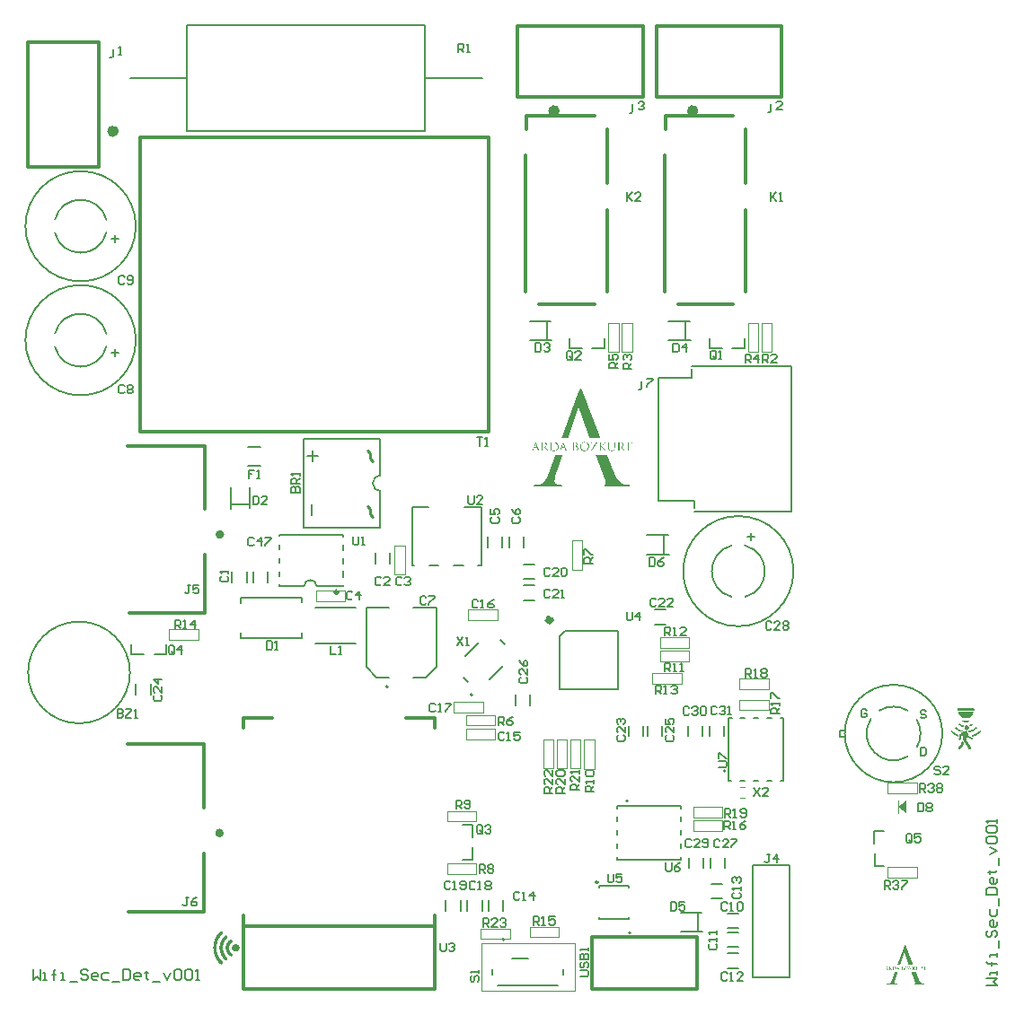
<source format=gto>
G04*
G04 #@! TF.GenerationSoftware,Altium Limited,Altium Designer,23.4.1 (23)*
G04*
G04 Layer_Color=65535*
%FSLAX25Y25*%
%MOIN*%
G70*
G04*
G04 #@! TF.SameCoordinates,A51C0158-4689-45C6-BA85-3C71187D63DA*
G04*
G04*
G04 #@! TF.FilePolarity,Positive*
G04*
G01*
G75*
%ADD10C,0.00787*%
%ADD11C,0.02362*%
%ADD12C,0.02756*%
%ADD13C,0.01575*%
%ADD14C,0.01181*%
%ADD15C,0.00827*%
%ADD16C,0.00866*%
%ADD17C,0.00394*%
%ADD18C,0.00591*%
%ADD19C,0.00500*%
%ADD20C,0.00197*%
%ADD21C,0.01000*%
G36*
X208610Y223531D02*
X208642D01*
Y223499D01*
X208674D01*
Y223467D01*
X208737D01*
Y223436D01*
X208801D01*
Y223404D01*
X208833D01*
Y223340D01*
X208865D01*
Y223309D01*
X208896D01*
Y223277D01*
X208928D01*
Y223213D01*
X208960D01*
Y223182D01*
X208992D01*
Y223118D01*
X209023D01*
Y223054D01*
X209055D01*
Y222991D01*
X209087D01*
Y222927D01*
X209119D01*
Y222864D01*
X209151D01*
Y222800D01*
X209182D01*
Y222705D01*
X209214D01*
Y222641D01*
X209246D01*
Y222546D01*
X209278D01*
Y222482D01*
X209310D01*
Y222387D01*
X209341D01*
Y222323D01*
X209373D01*
Y222228D01*
X209405D01*
Y222165D01*
X209437D01*
Y222069D01*
X209468D01*
Y221974D01*
X209500D01*
Y221910D01*
X209532D01*
Y221815D01*
X209564D01*
Y221720D01*
X209596D01*
Y221656D01*
X209627D01*
Y221561D01*
X209659D01*
Y221497D01*
X209691D01*
Y221433D01*
X209723D01*
Y221338D01*
X209754D01*
Y221275D01*
X209786D01*
Y221179D01*
X209818D01*
Y221084D01*
X209850D01*
Y221020D01*
X209882D01*
Y220925D01*
X209913D01*
Y220862D01*
X209945D01*
Y220766D01*
X209977D01*
Y220703D01*
X210009D01*
Y220607D01*
X210040D01*
Y220512D01*
X210072D01*
Y220448D01*
X210104D01*
Y220353D01*
X210136D01*
Y220289D01*
X210168D01*
Y220194D01*
X210199D01*
Y220099D01*
X210231D01*
Y220035D01*
X210263D01*
Y219940D01*
X210295D01*
Y219845D01*
X210327D01*
Y219781D01*
X210358D01*
Y219686D01*
X210390D01*
Y219622D01*
X210422D01*
Y219527D01*
X210454D01*
Y219431D01*
X210485D01*
Y219368D01*
X210517D01*
Y219272D01*
X210549D01*
Y219209D01*
X210581D01*
Y219113D01*
X210613D01*
Y219018D01*
X210644D01*
Y218955D01*
X210676D01*
Y218859D01*
X210708D01*
Y218796D01*
X210740D01*
Y218700D01*
X210771D01*
Y218605D01*
X210803D01*
Y218541D01*
X210835D01*
Y218446D01*
X210867D01*
Y218351D01*
X210899D01*
Y218287D01*
X210930D01*
Y218192D01*
X210962D01*
Y218128D01*
X210994D01*
Y218033D01*
X211026D01*
Y217938D01*
X211057D01*
Y217874D01*
X211089D01*
Y217779D01*
X211121D01*
Y217715D01*
X211153D01*
Y217620D01*
X211185D01*
Y217525D01*
X211216D01*
Y217461D01*
X211248D01*
Y217366D01*
X211280D01*
Y217270D01*
X211312D01*
Y217207D01*
X211344D01*
Y217111D01*
X211375D01*
Y217048D01*
X211407D01*
Y216952D01*
X211439D01*
Y216857D01*
X211471D01*
Y216793D01*
X211502D01*
Y216698D01*
X211534D01*
Y216603D01*
X211566D01*
Y216539D01*
X211598D01*
Y216444D01*
X211630D01*
Y216380D01*
X211661D01*
Y216285D01*
X211693D01*
Y216190D01*
X211725D01*
Y216126D01*
X211757D01*
Y216031D01*
X211789D01*
Y215935D01*
X211820D01*
Y215872D01*
X211852D01*
Y215776D01*
X211884D01*
Y215681D01*
X211916D01*
Y215618D01*
X211947D01*
Y215522D01*
X211979D01*
Y215459D01*
X212011D01*
Y215363D01*
X212043D01*
Y215268D01*
X212074D01*
Y215204D01*
X212106D01*
Y215109D01*
X212138D01*
Y215014D01*
X212170D01*
Y214950D01*
X212202D01*
Y214855D01*
X212233D01*
Y214791D01*
X212265D01*
Y214696D01*
X212297D01*
Y214601D01*
X212329D01*
Y214537D01*
X212361D01*
Y214442D01*
X212392D01*
Y214346D01*
X212424D01*
Y214283D01*
X212456D01*
Y214187D01*
X212488D01*
Y214124D01*
X212519D01*
Y214029D01*
X212551D01*
Y213965D01*
X212583D01*
Y213870D01*
X212615D01*
Y213774D01*
X212647D01*
Y213679D01*
X212678D01*
Y213615D01*
X212710D01*
Y213520D01*
X212742D01*
Y213457D01*
X212774D01*
Y213361D01*
X212806D01*
Y213298D01*
X212837D01*
Y213202D01*
X212869D01*
Y213107D01*
X212901D01*
Y213043D01*
X212933D01*
Y212948D01*
X212964D01*
Y212853D01*
X212996D01*
Y212789D01*
X213028D01*
Y212694D01*
X213060D01*
Y212630D01*
X213091D01*
Y212535D01*
X213123D01*
Y212439D01*
X213155D01*
Y212376D01*
X213187D01*
Y212281D01*
X213219D01*
Y212217D01*
X213250D01*
Y212122D01*
X213282D01*
Y212026D01*
X213314D01*
Y211963D01*
X213346D01*
Y211867D01*
X213377D01*
Y211804D01*
X213409D01*
Y211708D01*
X213441D01*
Y211613D01*
X213473D01*
Y211550D01*
X213505D01*
Y211454D01*
X213536D01*
Y211359D01*
X213568D01*
Y211295D01*
X213600D01*
Y211200D01*
X213632D01*
Y211136D01*
X213664D01*
Y211041D01*
X213695D01*
Y210946D01*
X213727D01*
Y210882D01*
X213759D01*
Y210787D01*
X213791D01*
Y210723D01*
X213823D01*
Y210628D01*
X213854D01*
Y210533D01*
X213886D01*
Y210469D01*
X213918D01*
Y210374D01*
X213950D01*
Y210310D01*
X213981D01*
Y210215D01*
X214013D01*
Y210151D01*
X214045D01*
Y210056D01*
X214077D01*
Y209961D01*
X214108D01*
Y209897D01*
X214140D01*
Y209802D01*
X214172D01*
Y209738D01*
X214204D01*
Y209643D01*
X214236D01*
Y209547D01*
X214267D01*
Y209484D01*
X214299D01*
Y209388D01*
X214331D01*
Y209325D01*
X214363D01*
Y209230D01*
X214394D01*
Y209134D01*
X214426D01*
Y209071D01*
X214458D01*
Y208975D01*
X214490D01*
Y208912D01*
X214522D01*
Y208816D01*
X214553D01*
Y208753D01*
X214585D01*
Y208658D01*
X214617D01*
Y208562D01*
X214649D01*
Y208499D01*
X214681D01*
Y208403D01*
X214712D01*
Y208340D01*
X214744D01*
Y208244D01*
X214776D01*
Y208149D01*
X214808D01*
Y208085D01*
X214840D01*
Y207990D01*
X214871D01*
Y207895D01*
X214903D01*
Y207831D01*
X214935D01*
Y207736D01*
X214967D01*
Y207672D01*
X214998D01*
Y207577D01*
X215030D01*
Y207513D01*
X215062D01*
Y207418D01*
X215094D01*
Y207354D01*
X215125D01*
Y207259D01*
X215157D01*
Y207164D01*
X215189D01*
Y207100D01*
X215221D01*
Y207005D01*
X215253D01*
Y206941D01*
X215284D01*
Y206846D01*
X215316D01*
Y206751D01*
X215348D01*
Y206687D01*
X215380D01*
Y206592D01*
X215411D01*
Y206528D01*
X215443D01*
Y206433D01*
X215475D01*
Y206337D01*
X215507D01*
Y206274D01*
X215539D01*
Y206179D01*
X215570D01*
Y206115D01*
X215602D01*
Y206020D01*
X215634D01*
Y205956D01*
X215666D01*
Y205861D01*
X215698D01*
Y205765D01*
X215729D01*
Y205702D01*
X215761D01*
Y205607D01*
X215793D01*
Y205511D01*
X215825D01*
Y205448D01*
X211757D01*
Y205575D01*
X211725D01*
Y205638D01*
X211693D01*
Y205734D01*
X211661D01*
Y205829D01*
X211630D01*
Y205924D01*
X211598D01*
Y206020D01*
X211566D01*
Y206083D01*
X211534D01*
Y206179D01*
X211502D01*
Y206274D01*
X211471D01*
Y206369D01*
X211439D01*
Y206465D01*
X211407D01*
Y206528D01*
X211375D01*
Y206655D01*
X211344D01*
Y206751D01*
X211312D01*
Y206814D01*
X211280D01*
Y206909D01*
X211248D01*
Y207005D01*
X211216D01*
Y207100D01*
X211185D01*
Y207196D01*
X211153D01*
Y207291D01*
X211121D01*
Y207354D01*
X211089D01*
Y207450D01*
X211057D01*
Y207545D01*
X211026D01*
Y207641D01*
X210994D01*
Y207736D01*
X210962D01*
Y207799D01*
X210930D01*
Y207927D01*
X210899D01*
Y207990D01*
X210867D01*
Y208085D01*
X210835D01*
Y208181D01*
X210803D01*
Y208276D01*
X210771D01*
Y208371D01*
X210740D01*
Y208435D01*
X210708D01*
Y208530D01*
X210676D01*
Y208626D01*
X210644D01*
Y208721D01*
X210613D01*
Y208816D01*
X210581D01*
Y208912D01*
X210549D01*
Y209007D01*
X210517D01*
Y209071D01*
X210485D01*
Y209166D01*
X210454D01*
Y209261D01*
X210422D01*
Y209357D01*
X210390D01*
Y209452D01*
X210358D01*
Y209547D01*
X210327D01*
Y209643D01*
X210295D01*
Y209738D01*
X210263D01*
Y209802D01*
X210231D01*
Y209897D01*
X210199D01*
Y209992D01*
X210168D01*
Y210088D01*
X210136D01*
Y210183D01*
X210104D01*
Y210278D01*
X210072D01*
Y210342D01*
X210040D01*
Y210437D01*
X210009D01*
Y210533D01*
X209977D01*
Y210628D01*
X209945D01*
Y210723D01*
X209913D01*
Y210819D01*
X209882D01*
Y210914D01*
X209850D01*
Y210978D01*
X209818D01*
Y211073D01*
X209786D01*
Y211168D01*
X209754D01*
Y211264D01*
X209723D01*
Y211359D01*
X209691D01*
Y211422D01*
X209659D01*
Y211550D01*
X209627D01*
Y211613D01*
X209596D01*
Y211708D01*
X209564D01*
Y211804D01*
X209532D01*
Y211899D01*
X209500D01*
Y211995D01*
X209468D01*
Y212090D01*
X209437D01*
Y212185D01*
X209405D01*
Y212249D01*
X209373D01*
Y212344D01*
X209341D01*
Y212439D01*
X209310D01*
Y212535D01*
X209278D01*
Y212630D01*
X209246D01*
Y212725D01*
X209214D01*
Y212789D01*
X209182D01*
Y212884D01*
X209151D01*
Y212980D01*
X209119D01*
Y213075D01*
X209087D01*
Y213170D01*
X209055D01*
Y213266D01*
X209023D01*
Y213361D01*
X208992D01*
Y213457D01*
X208960D01*
Y213520D01*
X208928D01*
Y213615D01*
X208896D01*
Y213711D01*
X208865D01*
Y213806D01*
X208833D01*
Y213901D01*
X208801D01*
Y213965D01*
X208769D01*
Y214092D01*
X208737D01*
Y214156D01*
X208706D01*
Y214251D01*
X208674D01*
Y214346D01*
X208642D01*
Y214442D01*
X208610D01*
Y214537D01*
X208579D01*
Y214632D01*
X208547D01*
Y214728D01*
X208515D01*
Y214791D01*
X208483D01*
Y214887D01*
X208451D01*
Y214982D01*
X208420D01*
Y215077D01*
X208388D01*
Y215173D01*
X208356D01*
Y215236D01*
X208324D01*
Y215332D01*
X208293D01*
Y215427D01*
X208261D01*
Y215522D01*
X208229D01*
Y215618D01*
X208197D01*
Y215713D01*
X208165D01*
Y215808D01*
X208134D01*
Y215904D01*
X208102D01*
Y215967D01*
X208070D01*
Y216062D01*
X208038D01*
Y216126D01*
X208007D01*
Y216190D01*
X207975D01*
Y216253D01*
X207943D01*
Y216285D01*
X207911D01*
Y216349D01*
X207879D01*
Y216380D01*
X207848D01*
Y216412D01*
X207784D01*
Y216444D01*
X207657D01*
Y216412D01*
X207625D01*
Y216380D01*
X207593D01*
Y216349D01*
X207562D01*
Y216317D01*
X207530D01*
Y216253D01*
X207498D01*
Y216190D01*
X207466D01*
Y216126D01*
X207434D01*
Y216062D01*
X207403D01*
Y215999D01*
X207371D01*
Y215904D01*
X207339D01*
Y215808D01*
X207307D01*
Y215681D01*
X207276D01*
Y215618D01*
X207244D01*
Y215491D01*
X207212D01*
Y215395D01*
X207180D01*
Y215300D01*
X207148D01*
Y215236D01*
X207117D01*
Y215109D01*
X207085D01*
Y215014D01*
X207053D01*
Y214918D01*
X207021D01*
Y214823D01*
X206990D01*
Y214728D01*
X206958D01*
Y214632D01*
X206926D01*
Y214537D01*
X206894D01*
Y214442D01*
X206862D01*
Y214346D01*
X206831D01*
Y214251D01*
X206799D01*
Y214156D01*
X206767D01*
Y214060D01*
X206735D01*
Y213965D01*
X206703D01*
Y213870D01*
X206672D01*
Y213742D01*
X206640D01*
Y213647D01*
X206608D01*
Y213552D01*
X206576D01*
Y213457D01*
X206545D01*
Y213361D01*
X206513D01*
Y213266D01*
X206481D01*
Y213170D01*
X206449D01*
Y213075D01*
X206417D01*
Y212980D01*
X206386D01*
Y212884D01*
X206354D01*
Y212789D01*
X206322D01*
Y212694D01*
X206290D01*
Y212598D01*
X206259D01*
Y212503D01*
X206227D01*
Y212408D01*
X206195D01*
Y212312D01*
X206163D01*
Y212217D01*
X206131D01*
Y212122D01*
X206100D01*
Y211995D01*
X206068D01*
Y211931D01*
X206036D01*
Y211804D01*
X206004D01*
Y211708D01*
X205973D01*
Y211613D01*
X205941D01*
Y211518D01*
X205909D01*
Y211422D01*
X205877D01*
Y211327D01*
X205845D01*
Y211232D01*
X205814D01*
Y211136D01*
X205782D01*
Y211041D01*
X205750D01*
Y210946D01*
X205718D01*
Y210850D01*
X205686D01*
Y210755D01*
X205655D01*
Y210660D01*
X205623D01*
Y210564D01*
X205591D01*
Y210469D01*
X205559D01*
Y210342D01*
X205528D01*
Y210247D01*
X205496D01*
Y210151D01*
X205464D01*
Y210056D01*
X205432D01*
Y209961D01*
X205400D01*
Y209865D01*
X205369D01*
Y209770D01*
X205337D01*
Y209675D01*
X205305D01*
Y209579D01*
X205273D01*
Y209484D01*
X205242D01*
Y209388D01*
X205210D01*
Y209293D01*
X205178D01*
Y209198D01*
X205146D01*
Y209102D01*
X205114D01*
Y209007D01*
X205083D01*
Y208912D01*
X205051D01*
Y208816D01*
X205019D01*
Y208721D01*
X204987D01*
Y208626D01*
X204956D01*
Y208499D01*
X204924D01*
Y208403D01*
X204892D01*
Y208308D01*
X204860D01*
Y208213D01*
X204828D01*
Y208117D01*
X204797D01*
Y208022D01*
X204765D01*
Y207927D01*
X204733D01*
Y207831D01*
X204701D01*
Y207736D01*
X204669D01*
Y207641D01*
X204638D01*
Y207545D01*
X204606D01*
Y207450D01*
X204574D01*
Y207354D01*
X204542D01*
Y207259D01*
X204511D01*
Y207164D01*
X204479D01*
Y207037D01*
X204447D01*
Y206973D01*
X204415D01*
Y206846D01*
X204383D01*
Y206751D01*
X204352D01*
Y206655D01*
X204320D01*
Y206592D01*
X204288D01*
Y206465D01*
X204256D01*
Y206369D01*
X204224D01*
Y206274D01*
X204193D01*
Y206179D01*
X204161D01*
Y206083D01*
X204129D01*
Y205988D01*
X204097D01*
Y205892D01*
X204066D01*
Y205797D01*
X204034D01*
Y205702D01*
X204002D01*
Y205607D01*
X203970D01*
Y205511D01*
X203939D01*
Y205448D01*
X201523D01*
Y205511D01*
X201555D01*
Y205607D01*
X201587D01*
Y205702D01*
X201619D01*
Y205797D01*
X201650D01*
Y205861D01*
X201682D01*
Y205956D01*
X201714D01*
Y206051D01*
X201746D01*
Y206147D01*
X201777D01*
Y206210D01*
X201809D01*
Y206306D01*
X201841D01*
Y206401D01*
X201873D01*
Y206465D01*
X201905D01*
Y206560D01*
X201936D01*
Y206655D01*
X201968D01*
Y206751D01*
X202000D01*
Y206814D01*
X202032D01*
Y206909D01*
X202063D01*
Y207005D01*
X202095D01*
Y207100D01*
X202127D01*
Y207164D01*
X202159D01*
Y207259D01*
X202191D01*
Y207354D01*
X202222D01*
Y207450D01*
X202254D01*
Y207545D01*
X202286D01*
Y207609D01*
X202318D01*
Y207704D01*
X202349D01*
Y207799D01*
X202381D01*
Y207863D01*
X202413D01*
Y207958D01*
X202445D01*
Y208054D01*
X202477D01*
Y208149D01*
X202508D01*
Y208213D01*
X202540D01*
Y208308D01*
X202572D01*
Y208403D01*
X202604D01*
Y208499D01*
X202636D01*
Y208562D01*
X202667D01*
Y208658D01*
X202699D01*
Y208753D01*
X202731D01*
Y208816D01*
X202763D01*
Y208912D01*
X202794D01*
Y209007D01*
X202826D01*
Y209102D01*
X202858D01*
Y209166D01*
X202890D01*
Y209261D01*
X202922D01*
Y209357D01*
X202953D01*
Y209452D01*
X202985D01*
Y209516D01*
X203017D01*
Y209611D01*
X203049D01*
Y209706D01*
X203080D01*
Y209770D01*
X203112D01*
Y209865D01*
X203144D01*
Y209961D01*
X203176D01*
Y210024D01*
X203207D01*
Y210119D01*
X203239D01*
Y210215D01*
X203271D01*
Y210310D01*
X203303D01*
Y210405D01*
X203335D01*
Y210469D01*
X203366D01*
Y210564D01*
X203398D01*
Y210660D01*
X203430D01*
Y210755D01*
X203462D01*
Y210819D01*
X203494D01*
Y210914D01*
X203525D01*
Y211009D01*
X203557D01*
Y211105D01*
X203589D01*
Y211168D01*
X203621D01*
Y211264D01*
X203653D01*
Y211359D01*
X203684D01*
Y211422D01*
X203716D01*
Y211518D01*
X203748D01*
Y211613D01*
X203780D01*
Y211708D01*
X203811D01*
Y211804D01*
X203843D01*
Y211867D01*
X203875D01*
Y211963D01*
X203907D01*
Y212058D01*
X203939D01*
Y212122D01*
X203970D01*
Y212217D01*
X204002D01*
Y212312D01*
X204034D01*
Y212376D01*
X204066D01*
Y212471D01*
X204097D01*
Y212567D01*
X204129D01*
Y212662D01*
X204161D01*
Y212725D01*
X204193D01*
Y212821D01*
X204224D01*
Y212916D01*
X204256D01*
Y213012D01*
X204288D01*
Y213075D01*
X204320D01*
Y213170D01*
X204352D01*
Y213266D01*
X204383D01*
Y213361D01*
X204415D01*
Y213425D01*
X204447D01*
Y213520D01*
X204479D01*
Y213615D01*
X204511D01*
Y213679D01*
X204542D01*
Y213774D01*
X204574D01*
Y213870D01*
X204606D01*
Y213965D01*
X204638D01*
Y214060D01*
X204669D01*
Y214124D01*
X204701D01*
Y214219D01*
X204733D01*
Y214315D01*
X204765D01*
Y214410D01*
X204797D01*
Y214474D01*
X204828D01*
Y214569D01*
X204860D01*
Y214664D01*
X204892D01*
Y214728D01*
X204924D01*
Y214823D01*
X204956D01*
Y214918D01*
X204987D01*
Y215014D01*
X205019D01*
Y215077D01*
X205051D01*
Y215173D01*
X205083D01*
Y215268D01*
X205114D01*
Y215363D01*
X205146D01*
Y215427D01*
X205178D01*
Y215522D01*
X205210D01*
Y215618D01*
X205242D01*
Y215681D01*
X205273D01*
Y215776D01*
X205305D01*
Y215872D01*
X205337D01*
Y215967D01*
X205369D01*
Y216031D01*
X205400D01*
Y216126D01*
X205432D01*
Y216221D01*
X205464D01*
Y216317D01*
X205496D01*
Y216380D01*
X205528D01*
Y216476D01*
X205559D01*
Y216571D01*
X205591D01*
Y216635D01*
X205623D01*
Y216730D01*
X205655D01*
Y216825D01*
X205686D01*
Y216921D01*
X205718D01*
Y216984D01*
X205750D01*
Y217079D01*
X205782D01*
Y217175D01*
X205814D01*
Y217270D01*
X205845D01*
Y217366D01*
X205877D01*
Y217429D01*
X205909D01*
Y217525D01*
X205941D01*
Y217620D01*
X205973D01*
Y217715D01*
X206004D01*
Y217779D01*
X206036D01*
Y217874D01*
X206068D01*
Y217969D01*
X206100D01*
Y218033D01*
X206131D01*
Y218128D01*
X206163D01*
Y218224D01*
X206195D01*
Y218319D01*
X206227D01*
Y218383D01*
X206259D01*
Y218478D01*
X206290D01*
Y218573D01*
X206322D01*
Y218669D01*
X206354D01*
Y218732D01*
X206386D01*
Y218828D01*
X206417D01*
Y218923D01*
X206449D01*
Y218986D01*
X206481D01*
Y219082D01*
X206513D01*
Y219177D01*
X206545D01*
Y219272D01*
X206576D01*
Y219336D01*
X206608D01*
Y219431D01*
X206640D01*
Y219527D01*
X206672D01*
Y219622D01*
X206703D01*
Y219686D01*
X206735D01*
Y219781D01*
X206767D01*
Y219876D01*
X206799D01*
Y219940D01*
X206831D01*
Y220035D01*
X206862D01*
Y220130D01*
X206894D01*
Y220226D01*
X206926D01*
Y220321D01*
X206958D01*
Y220385D01*
X206990D01*
Y220480D01*
X207021D01*
Y220575D01*
X207053D01*
Y220639D01*
X207085D01*
Y220734D01*
X207117D01*
Y220830D01*
X207148D01*
Y220925D01*
X207180D01*
Y221020D01*
X207212D01*
Y221084D01*
X207244D01*
Y221179D01*
X207276D01*
Y221275D01*
X207307D01*
Y221338D01*
X207339D01*
Y221433D01*
X207371D01*
Y221529D01*
X207403D01*
Y221624D01*
X207434D01*
Y221688D01*
X207466D01*
Y221783D01*
X207498D01*
Y221879D01*
X207530D01*
Y221942D01*
X207562D01*
Y222037D01*
X207593D01*
Y222133D01*
X207625D01*
Y222196D01*
X207657D01*
Y222292D01*
X207689D01*
Y222355D01*
X207720D01*
Y222450D01*
X207752D01*
Y222546D01*
X207784D01*
Y222609D01*
X207816D01*
Y222673D01*
X207848D01*
Y222737D01*
X207879D01*
Y222832D01*
X207911D01*
Y222896D01*
X207943D01*
Y222959D01*
X207975D01*
Y223023D01*
X208007D01*
Y223086D01*
X208038D01*
Y223150D01*
X208070D01*
Y223213D01*
X208102D01*
Y223245D01*
X208134D01*
Y223309D01*
X208165D01*
Y223340D01*
X208197D01*
Y223372D01*
X208229D01*
Y223404D01*
X208261D01*
Y223436D01*
X208293D01*
Y223467D01*
X208324D01*
Y223499D01*
X208388D01*
Y223531D01*
X208420D01*
Y223563D01*
X208610D01*
Y223531D01*
D02*
G37*
G36*
X223420Y203763D02*
X223706D01*
Y203731D01*
X223833D01*
Y203700D01*
X223897D01*
Y203668D01*
X223961D01*
Y203636D01*
X224024D01*
Y203604D01*
X224056D01*
Y203573D01*
X224088D01*
Y203541D01*
X224120D01*
Y203509D01*
X224151D01*
Y203477D01*
X224183D01*
Y203445D01*
X224215D01*
Y203382D01*
X224247D01*
Y203350D01*
X224278D01*
Y203287D01*
X224310D01*
Y203191D01*
X224342D01*
Y202810D01*
X224310D01*
Y202714D01*
X224278D01*
Y202619D01*
X224247D01*
Y202524D01*
X224215D01*
Y202460D01*
X224183D01*
Y202428D01*
X224151D01*
Y202365D01*
X224120D01*
Y202333D01*
X224088D01*
Y202301D01*
X224056D01*
Y202270D01*
X224024D01*
Y202206D01*
X223992D01*
Y202174D01*
X223961D01*
Y202142D01*
X223929D01*
Y202111D01*
X223897D01*
Y202079D01*
X223865D01*
Y202047D01*
X223833D01*
Y201983D01*
X223865D01*
Y201952D01*
X223897D01*
Y201888D01*
X223929D01*
Y201856D01*
X223961D01*
Y201824D01*
X223992D01*
Y201793D01*
X224024D01*
Y201729D01*
X224056D01*
Y201697D01*
X224088D01*
Y201666D01*
X224120D01*
Y201602D01*
X224151D01*
Y201570D01*
X224183D01*
Y201538D01*
X224215D01*
Y201507D01*
X224247D01*
Y201475D01*
X224278D01*
Y201411D01*
X224310D01*
Y201380D01*
X224342D01*
Y201348D01*
X224374D01*
Y201316D01*
X224406D01*
Y201253D01*
X224437D01*
Y201221D01*
X224469D01*
Y201189D01*
X224501D01*
Y201157D01*
X224533D01*
Y201125D01*
X224565D01*
Y201062D01*
X224596D01*
Y201030D01*
X224628D01*
Y200998D01*
X224660D01*
Y200967D01*
X224692D01*
Y200935D01*
X224723D01*
Y200903D01*
X224755D01*
Y200871D01*
X224787D01*
Y200839D01*
X224819D01*
Y200807D01*
X224851D01*
Y200776D01*
X224882D01*
Y200744D01*
X224946D01*
Y200712D01*
X224978D01*
Y200680D01*
X225041D01*
Y200649D01*
X225137D01*
Y200617D01*
X225264D01*
Y200585D01*
X225454D01*
Y200553D01*
X224755D01*
Y200585D01*
X224660D01*
Y200617D01*
X224596D01*
Y200649D01*
X224533D01*
Y200680D01*
X224501D01*
Y200712D01*
X224469D01*
Y200744D01*
X224437D01*
Y200776D01*
X224406D01*
Y200807D01*
X224374D01*
Y200839D01*
X224342D01*
Y200871D01*
X224310D01*
Y200903D01*
X224278D01*
Y200935D01*
X224247D01*
Y200967D01*
X224215D01*
Y201030D01*
X224183D01*
Y201062D01*
X224151D01*
Y201094D01*
X224120D01*
Y201157D01*
X224088D01*
Y201189D01*
X224056D01*
Y201221D01*
X224024D01*
Y201284D01*
X223992D01*
Y201316D01*
X223961D01*
Y201348D01*
X223929D01*
Y201380D01*
X223897D01*
Y201443D01*
X223865D01*
Y201475D01*
X223833D01*
Y201538D01*
X223802D01*
Y201570D01*
X223770D01*
Y201602D01*
X223738D01*
Y201666D01*
X223706D01*
Y201697D01*
X223675D01*
Y201729D01*
X223643D01*
Y201793D01*
X223611D01*
Y201824D01*
X223579D01*
Y201888D01*
X223548D01*
Y201920D01*
X223325D01*
Y201952D01*
X222912D01*
Y201253D01*
Y201221D01*
Y200807D01*
X222944D01*
Y200680D01*
X222975D01*
Y200649D01*
X223007D01*
Y200617D01*
X223134D01*
Y200585D01*
X223325D01*
Y200553D01*
X222276D01*
Y200585D01*
X222372D01*
Y200617D01*
X222467D01*
Y200649D01*
X222499D01*
Y200680D01*
X222531D01*
Y200807D01*
X222562D01*
Y203604D01*
X222531D01*
Y203668D01*
X222499D01*
Y203700D01*
X222435D01*
Y203731D01*
X222213D01*
Y203795D01*
X222499D01*
Y203763D01*
X223071D01*
Y203795D01*
X223420D01*
Y203763D01*
D02*
G37*
G36*
X221545D02*
X221577D01*
Y203731D01*
X221386D01*
Y203700D01*
X221355D01*
Y203668D01*
X221323D01*
Y203636D01*
X221291D01*
Y203477D01*
X221259D01*
Y201634D01*
X221228D01*
Y201443D01*
X221196D01*
Y201316D01*
X221164D01*
Y201221D01*
X221132D01*
Y201157D01*
X221100D01*
Y201094D01*
X221069D01*
Y201030D01*
X221037D01*
Y200967D01*
X221005D01*
Y200935D01*
X220973D01*
Y200903D01*
X220941D01*
Y200871D01*
X220910D01*
Y200839D01*
X220878D01*
Y200807D01*
X220846D01*
Y200776D01*
X220814D01*
Y200744D01*
X220751D01*
Y200712D01*
X220719D01*
Y200680D01*
X220655D01*
Y200649D01*
X220624D01*
Y200617D01*
X220560D01*
Y200585D01*
X220465D01*
Y200553D01*
X220338D01*
Y200521D01*
X220115D01*
Y200490D01*
X219861D01*
Y200521D01*
X219607D01*
Y200553D01*
X219511D01*
Y200585D01*
X219416D01*
Y200617D01*
X219352D01*
Y200649D01*
X219289D01*
Y200680D01*
X219225D01*
Y200712D01*
X219194D01*
Y200744D01*
X219130D01*
Y200776D01*
X219098D01*
Y200807D01*
X219066D01*
Y200839D01*
X219035D01*
Y200871D01*
X219003D01*
Y200935D01*
X218971D01*
Y200967D01*
X218939D01*
Y201030D01*
X218907D01*
Y201094D01*
X218876D01*
Y201157D01*
X218844D01*
Y201221D01*
X218812D01*
Y201316D01*
X218780D01*
Y201443D01*
X218748D01*
Y201729D01*
X218717D01*
Y203604D01*
X218685D01*
Y203668D01*
X218653D01*
Y203700D01*
X218590D01*
Y203731D01*
X218367D01*
Y203795D01*
X218653D01*
Y203763D01*
X219162D01*
Y203795D01*
X219384D01*
Y203731D01*
X219194D01*
Y203700D01*
X219162D01*
Y203668D01*
X219130D01*
Y203604D01*
X219098D01*
Y203287D01*
X219066D01*
Y203255D01*
Y201888D01*
X219098D01*
Y201507D01*
X219130D01*
Y201348D01*
X219162D01*
Y201253D01*
X219194D01*
Y201189D01*
X219225D01*
Y201125D01*
X219257D01*
Y201062D01*
X219289D01*
Y200998D01*
X219321D01*
Y200967D01*
X219352D01*
Y200935D01*
X219384D01*
Y200903D01*
X219416D01*
Y200871D01*
X219448D01*
Y200839D01*
X219479D01*
Y200807D01*
X219511D01*
Y200776D01*
X219575D01*
Y200744D01*
X219638D01*
Y200712D01*
X219702D01*
Y200680D01*
X219797D01*
Y200649D01*
X220274D01*
Y200680D01*
X220401D01*
Y200712D01*
X220465D01*
Y200744D01*
X220528D01*
Y200776D01*
X220560D01*
Y200807D01*
X220624D01*
Y200839D01*
X220655D01*
Y200871D01*
X220687D01*
Y200903D01*
X220719D01*
Y200935D01*
X220751D01*
Y200967D01*
X220782D01*
Y200998D01*
X220814D01*
Y201062D01*
X220846D01*
Y201094D01*
X220878D01*
Y201189D01*
X220910D01*
Y201253D01*
X220941D01*
Y201380D01*
X220973D01*
Y201570D01*
X221005D01*
Y203604D01*
X220973D01*
Y203668D01*
X220941D01*
Y203700D01*
X220878D01*
Y203731D01*
X220655D01*
Y203795D01*
X220973D01*
Y203763D01*
X221355D01*
Y203795D01*
X221545D01*
Y203763D01*
D02*
G37*
G36*
X218081Y203731D02*
X217891D01*
Y203700D01*
X217827D01*
Y203668D01*
X217732D01*
Y203636D01*
X217700D01*
Y203604D01*
X217636D01*
Y203573D01*
X217604D01*
Y203541D01*
X217573D01*
Y203509D01*
X217541D01*
Y203477D01*
X217509D01*
Y203445D01*
X217445D01*
Y203414D01*
X217414D01*
Y203350D01*
X217382D01*
Y203318D01*
X217350D01*
Y203287D01*
X217287D01*
Y203255D01*
X217255D01*
Y203223D01*
X217223D01*
Y203191D01*
X217191D01*
Y203159D01*
X217160D01*
Y203128D01*
X217128D01*
Y203096D01*
X217096D01*
Y203064D01*
X217064D01*
Y203032D01*
X217032D01*
Y203000D01*
X217001D01*
Y202969D01*
X216969D01*
Y202937D01*
X216937D01*
Y202905D01*
X216905D01*
Y202873D01*
X216874D01*
Y202842D01*
X216842D01*
Y202810D01*
X216810D01*
Y202778D01*
X216778D01*
Y202746D01*
X216746D01*
Y202714D01*
X216715D01*
Y202683D01*
X216683D01*
Y202651D01*
X216651D01*
Y202619D01*
X216619D01*
Y202587D01*
X216587D01*
Y202555D01*
X216556D01*
Y202524D01*
X216524D01*
Y202492D01*
X216492D01*
Y202460D01*
X216460D01*
Y202428D01*
X216428D01*
Y202397D01*
X216397D01*
Y202333D01*
X216428D01*
Y202301D01*
X216460D01*
Y202270D01*
X216492D01*
Y202238D01*
X216524D01*
Y202174D01*
X216556D01*
Y202142D01*
X216587D01*
Y202111D01*
X216651D01*
Y202047D01*
X216683D01*
Y202015D01*
X216715D01*
Y201983D01*
X216746D01*
Y201952D01*
X216778D01*
Y201920D01*
X216810D01*
Y201888D01*
X216842D01*
Y201856D01*
X216874D01*
Y201824D01*
X216905D01*
Y201793D01*
X216937D01*
Y201761D01*
X216969D01*
Y201729D01*
X217001D01*
Y201697D01*
X217032D01*
Y201666D01*
X217064D01*
Y201634D01*
X217096D01*
Y201602D01*
X217128D01*
Y201570D01*
X217160D01*
Y201538D01*
X217191D01*
Y201507D01*
X217223D01*
Y201475D01*
X217255D01*
Y201443D01*
X217287D01*
Y201411D01*
X217318D01*
Y201380D01*
X217350D01*
Y201348D01*
X217382D01*
Y201316D01*
X217414D01*
Y201284D01*
X217445D01*
Y201253D01*
X217477D01*
Y201221D01*
X217509D01*
Y201189D01*
X217541D01*
Y201157D01*
X217573D01*
Y201125D01*
X217604D01*
Y201094D01*
X217636D01*
Y201062D01*
X217668D01*
Y201030D01*
X217700D01*
Y200998D01*
X217732D01*
Y200967D01*
X217763D01*
Y200935D01*
X217827D01*
Y200903D01*
X217859D01*
Y200871D01*
X217891D01*
Y200839D01*
X217922D01*
Y200807D01*
X217954D01*
Y200776D01*
X218018D01*
Y200744D01*
X218049D01*
Y200712D01*
X218113D01*
Y200680D01*
X218177D01*
Y200649D01*
X218240D01*
Y200617D01*
X218367D01*
Y200585D01*
X218526D01*
Y200553D01*
X217827D01*
Y200585D01*
X217732D01*
Y200617D01*
X217668D01*
Y200649D01*
X217636D01*
Y200680D01*
X217573D01*
Y200712D01*
X217541D01*
Y200744D01*
X217477D01*
Y200776D01*
X217445D01*
Y200807D01*
X217414D01*
Y200839D01*
X217382D01*
Y200871D01*
X217350D01*
Y200903D01*
X217318D01*
Y200935D01*
X217287D01*
Y200967D01*
X217255D01*
Y200998D01*
X217223D01*
Y201030D01*
X217191D01*
Y201062D01*
X217160D01*
Y201094D01*
X217128D01*
Y201125D01*
X217096D01*
Y201157D01*
X217064D01*
Y201189D01*
X217032D01*
Y201221D01*
X217001D01*
Y201253D01*
X216969D01*
Y201284D01*
X216937D01*
Y201316D01*
X216905D01*
Y201348D01*
X216874D01*
Y201380D01*
X216842D01*
Y201411D01*
X216810D01*
Y201443D01*
X216778D01*
Y201475D01*
X216746D01*
Y201507D01*
X216715D01*
Y201570D01*
X216651D01*
Y201634D01*
X216587D01*
Y201697D01*
X216556D01*
Y201729D01*
X216524D01*
Y201761D01*
X216492D01*
Y201793D01*
X216460D01*
Y201824D01*
X216428D01*
Y201856D01*
X216397D01*
Y201888D01*
X216365D01*
Y201920D01*
X216333D01*
Y201983D01*
X216301D01*
Y202015D01*
X216270D01*
Y202047D01*
X216238D01*
Y202079D01*
X216206D01*
Y202111D01*
X216174D01*
Y202142D01*
X216143D01*
Y202174D01*
X216111D01*
Y202206D01*
X216079D01*
Y202047D01*
Y202015D01*
Y200807D01*
X216111D01*
Y200680D01*
X216143D01*
Y200649D01*
X216174D01*
Y200617D01*
X216301D01*
Y200585D01*
X216460D01*
Y200553D01*
X215443D01*
Y200585D01*
X215570D01*
Y200617D01*
X215634D01*
Y200649D01*
X215666D01*
Y200680D01*
X215698D01*
Y200807D01*
X215729D01*
Y203604D01*
X215698D01*
Y203668D01*
X215666D01*
Y203700D01*
X215602D01*
Y203731D01*
X215380D01*
Y203795D01*
X215634D01*
Y203763D01*
X216206D01*
Y203795D01*
X216365D01*
Y203731D01*
X216174D01*
Y203700D01*
X216143D01*
Y203668D01*
X216111D01*
Y203604D01*
X216079D01*
Y202270D01*
X216111D01*
Y202301D01*
X216143D01*
Y202333D01*
X216174D01*
Y202365D01*
X216206D01*
Y202397D01*
X216238D01*
Y202428D01*
X216270D01*
Y202460D01*
X216301D01*
Y202524D01*
X216365D01*
Y202555D01*
X216397D01*
Y202619D01*
X216460D01*
Y202651D01*
X216492D01*
Y202683D01*
X216524D01*
Y202714D01*
X216556D01*
Y202778D01*
X216587D01*
Y202810D01*
X216619D01*
Y202842D01*
X216651D01*
Y202873D01*
X216683D01*
Y202905D01*
X216715D01*
Y202937D01*
X216746D01*
Y202969D01*
X216778D01*
Y203000D01*
X216810D01*
Y203032D01*
X216842D01*
Y203064D01*
X216874D01*
Y203096D01*
X216905D01*
Y203128D01*
X216937D01*
Y203159D01*
X216969D01*
Y203191D01*
X217001D01*
Y203223D01*
X217032D01*
Y203255D01*
X217064D01*
Y203287D01*
X217096D01*
Y203318D01*
X217128D01*
Y203350D01*
X217160D01*
Y203382D01*
X217191D01*
Y203414D01*
X217223D01*
Y203445D01*
X217255D01*
Y203477D01*
X217287D01*
Y203541D01*
X217318D01*
Y203573D01*
X217350D01*
Y203700D01*
X217318D01*
Y203731D01*
X217255D01*
Y203795D01*
X217414D01*
Y203763D01*
X217891D01*
Y203795D01*
X218081D01*
Y203731D01*
D02*
G37*
G36*
X206608Y203763D02*
X206831D01*
Y203731D01*
X206926D01*
Y203700D01*
X206990D01*
Y203668D01*
X207053D01*
Y203636D01*
X207085D01*
Y203604D01*
X207117D01*
Y203573D01*
X207148D01*
Y203541D01*
X207180D01*
Y203509D01*
X207212D01*
Y203477D01*
X207244D01*
Y203414D01*
X207276D01*
Y203382D01*
X207307D01*
Y203287D01*
X207339D01*
Y202969D01*
X207307D01*
Y202873D01*
X207276D01*
Y202778D01*
X207244D01*
Y202746D01*
X207212D01*
Y202683D01*
X207180D01*
Y202651D01*
X207148D01*
Y202587D01*
X207117D01*
Y202555D01*
X207085D01*
Y202524D01*
X207053D01*
Y202492D01*
X207021D01*
Y202460D01*
X206990D01*
Y202428D01*
X206958D01*
Y202365D01*
X206990D01*
Y202333D01*
X207053D01*
Y202301D01*
X207117D01*
Y202270D01*
X207180D01*
Y202238D01*
X207244D01*
Y202206D01*
X207276D01*
Y202174D01*
X207307D01*
Y202142D01*
X207339D01*
Y202111D01*
X207403D01*
Y202079D01*
X207434D01*
Y202015D01*
X207466D01*
Y201983D01*
X207498D01*
Y201952D01*
X207530D01*
Y201920D01*
X207562D01*
Y201856D01*
X207593D01*
Y201793D01*
X207625D01*
Y201697D01*
X207657D01*
Y201253D01*
X207625D01*
Y201157D01*
X207593D01*
Y201094D01*
X207562D01*
Y201030D01*
X207530D01*
Y200967D01*
X207498D01*
Y200935D01*
X207466D01*
Y200903D01*
X207434D01*
Y200871D01*
X207403D01*
Y200807D01*
X207371D01*
Y200776D01*
X207307D01*
Y200744D01*
X207276D01*
Y200712D01*
X207244D01*
Y200680D01*
X207180D01*
Y200649D01*
X207117D01*
Y200617D01*
X207021D01*
Y200585D01*
X206894D01*
Y200553D01*
X205528D01*
Y200585D01*
X205655D01*
Y200617D01*
X205718D01*
Y200649D01*
X205750D01*
Y200680D01*
X205782D01*
Y200807D01*
X205814D01*
Y203604D01*
X205782D01*
Y203668D01*
X205750D01*
Y203700D01*
X205686D01*
Y203731D01*
X205464D01*
Y203795D01*
X205718D01*
Y203763D01*
X206227D01*
Y203795D01*
X206608D01*
Y203763D01*
D02*
G37*
G36*
X198599D02*
X199012D01*
Y203731D01*
X199171D01*
Y203700D01*
X199299D01*
Y203668D01*
X199394D01*
Y203636D01*
X199489D01*
Y203604D01*
X199553D01*
Y203573D01*
X199616D01*
Y203541D01*
X199680D01*
Y203509D01*
X199712D01*
Y203477D01*
X199775D01*
Y203445D01*
X199807D01*
Y203414D01*
X199839D01*
Y203382D01*
X199902D01*
Y203350D01*
X199934D01*
Y203318D01*
X199966D01*
Y203255D01*
X199998D01*
Y203223D01*
X200029D01*
Y203191D01*
X200061D01*
Y203159D01*
X200093D01*
Y203096D01*
X200125D01*
Y203064D01*
X200157D01*
Y203000D01*
X200188D01*
Y202937D01*
X200220D01*
Y202873D01*
X200252D01*
Y202810D01*
X200284D01*
Y202714D01*
X200315D01*
Y202619D01*
X200347D01*
Y202460D01*
X200379D01*
Y201983D01*
X200347D01*
Y201793D01*
X200315D01*
Y201666D01*
X200284D01*
Y201570D01*
X200252D01*
Y201507D01*
X200220D01*
Y201443D01*
X200188D01*
Y201380D01*
X200157D01*
Y201348D01*
Y201316D01*
X200125D01*
Y201253D01*
X200093D01*
Y201221D01*
X200061D01*
Y201157D01*
X200029D01*
Y201125D01*
X199998D01*
Y201094D01*
X199966D01*
Y201030D01*
X199934D01*
Y200998D01*
X199902D01*
Y200967D01*
X199871D01*
Y200935D01*
X199839D01*
Y200903D01*
X199775D01*
Y200871D01*
X199743D01*
Y200839D01*
X199712D01*
Y200807D01*
X199648D01*
Y200776D01*
X199616D01*
Y200744D01*
X199553D01*
Y200712D01*
X199489D01*
Y200680D01*
X199426D01*
Y200649D01*
X199330D01*
Y200617D01*
X199235D01*
Y200585D01*
X199140D01*
Y200553D01*
X198981D01*
Y200521D01*
X197995D01*
Y200553D01*
X197169D01*
Y200585D01*
X197296D01*
Y200617D01*
X197360D01*
Y200649D01*
X197392D01*
Y200680D01*
X197423D01*
Y200839D01*
X197455D01*
Y203604D01*
X197423D01*
Y203668D01*
X197392D01*
Y203700D01*
X197328D01*
Y203731D01*
X197106D01*
Y203795D01*
X197392D01*
Y203763D01*
X197900D01*
Y203795D01*
X198599D01*
Y203763D01*
D02*
G37*
G36*
X195040D02*
X195294D01*
Y203731D01*
X195421D01*
Y203700D01*
X195517D01*
Y203668D01*
X195580D01*
Y203636D01*
X195644D01*
Y203604D01*
X195675D01*
Y203573D01*
X195707D01*
Y203541D01*
X195739D01*
Y203509D01*
X195771D01*
Y203477D01*
X195802D01*
Y203445D01*
X195834D01*
Y203414D01*
X195866D01*
Y203350D01*
X195898D01*
Y203287D01*
X195930D01*
Y203191D01*
X195961D01*
Y202810D01*
X195930D01*
Y202714D01*
X195898D01*
Y202619D01*
X195866D01*
Y202524D01*
X195834D01*
Y202492D01*
X195802D01*
Y202428D01*
X195771D01*
Y202365D01*
X195739D01*
Y202333D01*
X195707D01*
Y202301D01*
X195675D01*
Y202270D01*
X195644D01*
Y202206D01*
X195612D01*
Y202174D01*
X195580D01*
Y202142D01*
X195548D01*
Y202111D01*
X195517D01*
Y202079D01*
X195485D01*
Y202047D01*
X195453D01*
Y201983D01*
X195485D01*
Y201952D01*
X195517D01*
Y201920D01*
X195548D01*
Y201856D01*
X195580D01*
Y201824D01*
X195612D01*
Y201793D01*
X195644D01*
Y201729D01*
X195675D01*
Y201697D01*
X195707D01*
Y201666D01*
X195739D01*
Y201634D01*
X195771D01*
Y201570D01*
X195802D01*
Y201538D01*
X195834D01*
Y201507D01*
X195866D01*
Y201443D01*
X195898D01*
Y201411D01*
X195930D01*
Y201380D01*
X195961D01*
Y201348D01*
X195993D01*
Y201316D01*
X196025D01*
Y201253D01*
X196057D01*
Y201221D01*
X196089D01*
Y201189D01*
X196120D01*
Y201157D01*
X196152D01*
Y201125D01*
X196184D01*
Y201062D01*
X196216D01*
Y201030D01*
X196247D01*
Y200998D01*
X196279D01*
Y200967D01*
X196311D01*
Y200935D01*
X196343D01*
Y200903D01*
X196375D01*
Y200871D01*
X196406D01*
Y200839D01*
X196438D01*
Y200807D01*
X196470D01*
Y200776D01*
X196502D01*
Y200744D01*
X196565D01*
Y200712D01*
X196597D01*
Y200680D01*
X196661D01*
Y200649D01*
X196756D01*
Y200617D01*
X196883D01*
Y200585D01*
X197074D01*
Y200553D01*
X196375D01*
Y200585D01*
X196279D01*
Y200617D01*
X196216D01*
Y200649D01*
X196152D01*
Y200680D01*
X196120D01*
Y200712D01*
X196057D01*
Y200744D01*
X196025D01*
Y200807D01*
X195961D01*
Y200871D01*
X195930D01*
Y200903D01*
X195898D01*
Y200935D01*
X195866D01*
Y200967D01*
X195834D01*
Y201030D01*
X195802D01*
Y201062D01*
X195771D01*
Y201094D01*
X195739D01*
Y201125D01*
X195707D01*
Y201189D01*
X195675D01*
Y201221D01*
X195644D01*
Y201284D01*
X195612D01*
Y201316D01*
X195580D01*
Y201348D01*
X195548D01*
Y201411D01*
X195517D01*
Y201443D01*
X195485D01*
Y201475D01*
X195453D01*
Y201538D01*
X195421D01*
Y201570D01*
X195389D01*
Y201602D01*
X195358D01*
Y201666D01*
X195326D01*
Y201697D01*
X195294D01*
Y201729D01*
X195262D01*
Y201793D01*
X195230D01*
Y201824D01*
X195199D01*
Y201856D01*
X195167D01*
Y201920D01*
X194913D01*
Y201952D01*
X194531D01*
Y200807D01*
X194563D01*
Y200680D01*
X194595D01*
Y200649D01*
X194627D01*
Y200617D01*
X194722D01*
Y200585D01*
X194945D01*
Y200553D01*
X193896D01*
Y200585D01*
X194023D01*
Y200617D01*
X194086D01*
Y200649D01*
X194118D01*
Y200680D01*
X194150D01*
Y200807D01*
X194182D01*
Y203604D01*
X194150D01*
Y203668D01*
X194118D01*
Y203700D01*
X194055D01*
Y203731D01*
X193832D01*
Y203795D01*
X194086D01*
Y203763D01*
X194690D01*
Y203795D01*
X195040D01*
Y203763D01*
D02*
G37*
G36*
X225168Y203795D02*
X225327D01*
Y203763D01*
X227520D01*
Y203795D01*
X227679D01*
Y203255D01*
X227647D01*
Y203382D01*
X227615D01*
Y203445D01*
X227584D01*
Y203477D01*
X227552D01*
Y203509D01*
X227520D01*
Y203541D01*
X227457D01*
Y203573D01*
X227298D01*
Y203604D01*
X226535D01*
Y200935D01*
X226567D01*
Y200744D01*
X226599D01*
Y200680D01*
X226630D01*
Y200649D01*
X226662D01*
Y200617D01*
X226757D01*
Y200585D01*
X226948D01*
Y200553D01*
X225899D01*
Y200585D01*
X226026D01*
Y200617D01*
X226090D01*
Y200649D01*
X226122D01*
Y200680D01*
X226154D01*
Y200839D01*
X226185D01*
Y203604D01*
X225327D01*
Y203573D01*
X225200D01*
Y203541D01*
X225137D01*
Y203509D01*
X225105D01*
Y203477D01*
X225073D01*
Y203414D01*
X225041D01*
Y203382D01*
X225009D01*
Y203318D01*
X224978D01*
Y203287D01*
X224946D01*
Y203350D01*
X224978D01*
Y203509D01*
X225009D01*
Y203541D01*
Y203636D01*
X225041D01*
Y203763D01*
X225073D01*
Y203827D01*
X225168D01*
Y203795D01*
D02*
G37*
G36*
X212519D02*
X212837D01*
Y203763D01*
X214712D01*
Y203700D01*
X214681D01*
Y203668D01*
X214649D01*
Y203604D01*
X214617D01*
Y203573D01*
X214585D01*
Y203509D01*
X214553D01*
Y203445D01*
X214522D01*
Y203414D01*
X214490D01*
Y203350D01*
X214458D01*
Y203318D01*
X214426D01*
Y203255D01*
X214394D01*
Y203191D01*
X214363D01*
Y203159D01*
X214331D01*
Y203096D01*
X214299D01*
Y203064D01*
X214267D01*
Y203000D01*
X214236D01*
Y202969D01*
X214204D01*
Y202905D01*
X214172D01*
Y202873D01*
X214140D01*
Y202810D01*
X214108D01*
Y202778D01*
X214077D01*
Y202714D01*
X214045D01*
Y202651D01*
X214013D01*
Y202619D01*
X213981D01*
Y202555D01*
X213950D01*
Y202524D01*
X213918D01*
Y202460D01*
X213886D01*
Y202428D01*
X213854D01*
Y202365D01*
X213823D01*
Y202333D01*
X213791D01*
Y202270D01*
X213759D01*
Y202238D01*
X213727D01*
Y202174D01*
X213695D01*
Y202142D01*
X213664D01*
Y202079D01*
X213632D01*
Y202047D01*
X213600D01*
Y201983D01*
X213568D01*
Y201952D01*
X213536D01*
Y201888D01*
X213505D01*
Y201856D01*
X213473D01*
Y201793D01*
X213441D01*
Y201729D01*
X213409D01*
Y201697D01*
X213377D01*
Y201634D01*
X213346D01*
Y201602D01*
X213314D01*
Y201538D01*
X213282D01*
Y201507D01*
X213250D01*
Y201443D01*
X213219D01*
Y201411D01*
X213187D01*
Y201348D01*
X213155D01*
Y201316D01*
X213123D01*
Y201253D01*
X213091D01*
Y201221D01*
X213060D01*
Y201157D01*
X213028D01*
Y201125D01*
X212996D01*
Y201062D01*
X212964D01*
Y201030D01*
X212933D01*
Y200967D01*
X212901D01*
Y200935D01*
X212869D01*
Y200871D01*
X212837D01*
Y200839D01*
X212806D01*
Y200776D01*
X212774D01*
Y200712D01*
X214236D01*
Y200744D01*
X214394D01*
Y200776D01*
X214458D01*
Y200807D01*
X214522D01*
Y200839D01*
X214553D01*
Y200871D01*
X214617D01*
Y200935D01*
X214649D01*
Y200967D01*
X214681D01*
Y201062D01*
X214712D01*
Y201189D01*
X214744D01*
Y201221D01*
X214776D01*
Y200998D01*
X214744D01*
Y200807D01*
X214712D01*
Y200680D01*
X214681D01*
Y200553D01*
X212297D01*
Y200649D01*
X212329D01*
Y200680D01*
X212361D01*
Y200744D01*
X212392D01*
Y200776D01*
X212424D01*
Y200839D01*
X212456D01*
Y200871D01*
X212488D01*
Y200935D01*
X212519D01*
Y200967D01*
X212551D01*
Y201030D01*
X212583D01*
Y201062D01*
X212615D01*
Y201125D01*
X212647D01*
Y201157D01*
X212678D01*
Y201221D01*
X212710D01*
Y201253D01*
X212742D01*
Y201316D01*
X212774D01*
Y201348D01*
X212806D01*
Y201411D01*
X212837D01*
Y201443D01*
X212869D01*
Y201507D01*
X212901D01*
Y201538D01*
X212933D01*
Y201602D01*
X212964D01*
Y201634D01*
X212996D01*
Y201697D01*
X213028D01*
Y201729D01*
X213060D01*
Y201793D01*
X213091D01*
Y201824D01*
X213123D01*
Y201888D01*
X213155D01*
Y201952D01*
X213187D01*
Y201983D01*
X213219D01*
Y202015D01*
X213250D01*
Y202079D01*
X213282D01*
Y202111D01*
X213314D01*
Y202174D01*
X213346D01*
Y202238D01*
X213377D01*
Y202270D01*
X213409D01*
Y202333D01*
X213441D01*
Y202365D01*
X213473D01*
Y202428D01*
X213505D01*
Y202460D01*
X213536D01*
Y202524D01*
X213568D01*
Y202555D01*
X213600D01*
Y202619D01*
X213632D01*
Y202651D01*
X213664D01*
Y202714D01*
X213695D01*
Y202746D01*
X213727D01*
Y202810D01*
X213759D01*
Y202842D01*
X213791D01*
Y202905D01*
X213823D01*
Y202937D01*
X213854D01*
Y203000D01*
X213886D01*
Y203064D01*
X213918D01*
Y203096D01*
X213950D01*
Y203159D01*
X213981D01*
Y203223D01*
X214013D01*
Y203255D01*
X214045D01*
Y203318D01*
X214077D01*
Y203350D01*
X214108D01*
Y203414D01*
X214140D01*
Y203477D01*
X214172D01*
Y203509D01*
X214204D01*
Y203573D01*
X214236D01*
Y203636D01*
X213060D01*
Y203604D01*
X212806D01*
Y203573D01*
X212710D01*
Y203541D01*
X212647D01*
Y203509D01*
X212615D01*
Y203477D01*
X212551D01*
Y203414D01*
X212519D01*
Y203382D01*
X212488D01*
Y203350D01*
X212456D01*
Y203255D01*
X212424D01*
Y203128D01*
X212361D01*
Y203223D01*
X212392D01*
Y203445D01*
X212424D01*
Y203636D01*
X212456D01*
Y203795D01*
X212488D01*
Y203827D01*
X212519D01*
Y203795D01*
D02*
G37*
G36*
X202095Y203827D02*
X202127D01*
Y203763D01*
X202159D01*
Y203668D01*
X202191D01*
Y203573D01*
X202222D01*
Y203509D01*
X202254D01*
Y203414D01*
X202286D01*
Y203318D01*
X202318D01*
Y203255D01*
X202349D01*
Y203159D01*
X202381D01*
Y203096D01*
X202413D01*
Y203000D01*
X202445D01*
Y202905D01*
X202477D01*
Y202842D01*
X202508D01*
Y202746D01*
X202540D01*
Y202651D01*
X202572D01*
Y202587D01*
X202604D01*
Y202492D01*
X202636D01*
Y202428D01*
X202667D01*
Y202333D01*
X202699D01*
Y202270D01*
X202731D01*
Y202174D01*
X202763D01*
Y202079D01*
X202794D01*
Y202015D01*
X202826D01*
Y201920D01*
X202858D01*
Y201824D01*
X202890D01*
Y201761D01*
X202922D01*
Y201697D01*
X202953D01*
Y201602D01*
X202985D01*
Y201507D01*
X203017D01*
Y201443D01*
X203049D01*
Y201348D01*
X203080D01*
Y201284D01*
X203112D01*
Y201189D01*
X203144D01*
Y201125D01*
X203176D01*
Y201094D01*
Y201030D01*
X203207D01*
Y200967D01*
X203239D01*
Y200903D01*
X203271D01*
Y200839D01*
X203303D01*
Y200776D01*
X203335D01*
Y200744D01*
X203366D01*
Y200712D01*
X203398D01*
Y200680D01*
X203430D01*
Y200649D01*
X203494D01*
Y200617D01*
X203557D01*
Y200585D01*
X203748D01*
Y200553D01*
X202890D01*
Y200585D01*
X202922D01*
Y200617D01*
X202953D01*
Y200712D01*
X202922D01*
Y200807D01*
X202890D01*
Y200903D01*
X202858D01*
Y200967D01*
X202826D01*
Y201062D01*
X202794D01*
Y201157D01*
X202763D01*
Y201253D01*
X202731D01*
Y201316D01*
X202699D01*
Y201411D01*
X202667D01*
Y201507D01*
X202636D01*
Y201570D01*
X202604D01*
Y201666D01*
X202572D01*
Y201761D01*
X202540D01*
Y201824D01*
X201523D01*
Y201793D01*
X201491D01*
Y201697D01*
X201460D01*
Y201602D01*
X201428D01*
Y201507D01*
X201396D01*
Y201411D01*
X201364D01*
Y201348D01*
X201332D01*
Y201253D01*
X201301D01*
Y201157D01*
X201269D01*
Y201062D01*
X201237D01*
Y200935D01*
X201205D01*
Y200807D01*
X201174D01*
Y200680D01*
X201205D01*
Y200649D01*
X201237D01*
Y200617D01*
X201269D01*
Y200585D01*
X201428D01*
Y200553D01*
X200474D01*
Y200585D01*
X200665D01*
Y200617D01*
X200760D01*
Y200649D01*
X200824D01*
Y200712D01*
X200856D01*
Y200744D01*
X200887D01*
Y200776D01*
X200919D01*
Y200839D01*
X200951D01*
Y200903D01*
X200983D01*
Y200998D01*
X201015D01*
Y201062D01*
X201046D01*
Y201157D01*
X201078D01*
Y201253D01*
X201110D01*
Y201348D01*
X201142D01*
Y201443D01*
X201174D01*
Y201507D01*
X201205D01*
Y201602D01*
X201237D01*
Y201697D01*
X201269D01*
Y201761D01*
X201301D01*
Y201856D01*
X201332D01*
Y201952D01*
X201364D01*
Y202047D01*
X201396D01*
Y202111D01*
X201428D01*
Y202206D01*
X201460D01*
Y202301D01*
X201491D01*
Y202365D01*
X201523D01*
Y202460D01*
X201555D01*
Y202555D01*
X201587D01*
Y202651D01*
X201619D01*
Y202714D01*
X201650D01*
Y202810D01*
X201682D01*
Y202905D01*
X201714D01*
Y203000D01*
X201746D01*
Y203064D01*
X201777D01*
Y203159D01*
X201809D01*
Y203255D01*
X201841D01*
Y203318D01*
X201873D01*
Y203414D01*
X201905D01*
Y203509D01*
X201936D01*
Y203604D01*
X201968D01*
Y203668D01*
X202000D01*
Y203763D01*
X202032D01*
Y203827D01*
X202063D01*
Y203858D01*
X202095D01*
Y203827D01*
D02*
G37*
G36*
X191893D02*
X191925D01*
Y203731D01*
X191957D01*
Y203668D01*
X191989D01*
Y203573D01*
X192021D01*
Y203509D01*
X192052D01*
Y203414D01*
X192084D01*
Y203318D01*
X192116D01*
Y203255D01*
X192148D01*
Y203159D01*
X192180D01*
Y203096D01*
X192211D01*
Y203000D01*
X192243D01*
Y202905D01*
X192275D01*
Y202842D01*
X192307D01*
Y202746D01*
X192338D01*
Y202683D01*
X192370D01*
Y202587D01*
X192402D01*
Y202492D01*
X192434D01*
Y202428D01*
X192465D01*
Y202333D01*
X192497D01*
Y202270D01*
X192529D01*
Y202174D01*
X192561D01*
Y202111D01*
X192593D01*
Y202015D01*
X192624D01*
Y201920D01*
X192656D01*
Y201856D01*
X192688D01*
Y201761D01*
X192720D01*
Y201697D01*
X192752D01*
Y201602D01*
X192783D01*
Y201507D01*
X192815D01*
Y201443D01*
X192847D01*
Y201348D01*
X192879D01*
Y201284D01*
X192910D01*
Y201189D01*
X192942D01*
Y201125D01*
X192974D01*
Y201030D01*
X193006D01*
Y200967D01*
X193038D01*
Y200903D01*
X193069D01*
Y200839D01*
X193101D01*
Y200776D01*
X193133D01*
Y200744D01*
X193165D01*
Y200712D01*
X193196D01*
Y200680D01*
X193228D01*
Y200649D01*
X193292D01*
Y200617D01*
X193387D01*
Y200585D01*
X193546D01*
Y200553D01*
X192688D01*
Y200585D01*
X192720D01*
Y200617D01*
X192752D01*
Y200712D01*
X192720D01*
Y200807D01*
X192688D01*
Y200903D01*
X192656D01*
Y200967D01*
X192624D01*
Y201062D01*
X192593D01*
Y201157D01*
X192561D01*
Y201253D01*
X192529D01*
Y201316D01*
X192497D01*
Y201411D01*
X192465D01*
Y201475D01*
X192434D01*
Y201570D01*
X192402D01*
Y201666D01*
X192370D01*
Y201761D01*
X192338D01*
Y201824D01*
X191321D01*
Y201793D01*
X191290D01*
Y201697D01*
X191258D01*
Y201602D01*
X191226D01*
Y201507D01*
X191194D01*
Y201411D01*
X191163D01*
Y201316D01*
X191131D01*
Y201253D01*
X191099D01*
Y201157D01*
X191067D01*
Y201062D01*
X191035D01*
Y200935D01*
X191004D01*
Y200807D01*
X190972D01*
Y200680D01*
X191004D01*
Y200649D01*
X191035D01*
Y200617D01*
X191067D01*
Y200585D01*
X191226D01*
Y200553D01*
X190273D01*
Y200585D01*
X190463D01*
Y200617D01*
X190559D01*
Y200649D01*
X190622D01*
Y200680D01*
X190654D01*
Y200744D01*
X190686D01*
Y200776D01*
X190718D01*
Y200839D01*
X190749D01*
Y200903D01*
X190781D01*
Y200998D01*
X190813D01*
Y201062D01*
X190845D01*
Y201157D01*
X190876D01*
Y201253D01*
X190908D01*
Y201348D01*
X190940D01*
Y201411D01*
X190972D01*
Y201507D01*
X191004D01*
Y201602D01*
X191035D01*
Y201697D01*
X191067D01*
Y201793D01*
X191099D01*
Y201856D01*
X191131D01*
Y201952D01*
X191163D01*
Y202047D01*
X191194D01*
Y202111D01*
X191226D01*
Y202206D01*
X191258D01*
Y202301D01*
X191290D01*
Y202365D01*
X191321D01*
Y202460D01*
X191353D01*
Y202555D01*
X191385D01*
Y202651D01*
X191417D01*
Y202714D01*
X191448D01*
Y202810D01*
X191480D01*
Y202905D01*
X191512D01*
Y202969D01*
X191544D01*
Y203064D01*
X191576D01*
Y203159D01*
X191607D01*
Y203255D01*
X191639D01*
Y203318D01*
X191671D01*
Y203414D01*
X191703D01*
Y203509D01*
X191735D01*
Y203604D01*
X191766D01*
Y203668D01*
X191798D01*
Y203763D01*
X191830D01*
Y203827D01*
X191862D01*
Y203858D01*
X191893D01*
Y203827D01*
D02*
G37*
G36*
X210168Y203858D02*
X210390D01*
Y203827D01*
X210517D01*
Y203795D01*
X210644D01*
Y203763D01*
X210740D01*
Y203731D01*
X210803D01*
Y203700D01*
X210867D01*
Y203668D01*
X210930D01*
Y203636D01*
X210962D01*
Y203604D01*
X211026D01*
Y203573D01*
X211057D01*
Y203541D01*
X211121D01*
Y203509D01*
X211153D01*
Y203477D01*
X211185D01*
Y203445D01*
X211216D01*
Y203414D01*
X211248D01*
Y203382D01*
X211280D01*
Y203350D01*
X211312D01*
Y203318D01*
X211344D01*
Y203287D01*
X211375D01*
Y203255D01*
X211407D01*
Y203191D01*
X211439D01*
Y203159D01*
X211471D01*
Y203096D01*
X211502D01*
Y203032D01*
X211534D01*
Y202969D01*
X211566D01*
Y202905D01*
X211598D01*
Y202810D01*
X211630D01*
Y202651D01*
X211661D01*
Y202460D01*
X211693D01*
Y202111D01*
X211661D01*
Y201856D01*
X211630D01*
Y201729D01*
X211598D01*
Y201634D01*
X211566D01*
Y201538D01*
X211534D01*
Y201475D01*
X211502D01*
Y201411D01*
X211471D01*
Y201348D01*
X211439D01*
Y201284D01*
X211407D01*
Y201253D01*
X211375D01*
Y201189D01*
X211344D01*
Y201157D01*
X211312D01*
Y201094D01*
X211280D01*
Y201062D01*
X211248D01*
Y201030D01*
X211216D01*
Y200998D01*
X211185D01*
Y200967D01*
X211153D01*
Y200935D01*
X211121D01*
Y200903D01*
X211089D01*
Y200871D01*
X211057D01*
Y200839D01*
X210994D01*
Y200807D01*
X210962D01*
Y200776D01*
X210930D01*
Y200744D01*
X210867D01*
Y200712D01*
X210803D01*
Y200680D01*
X210740D01*
Y200649D01*
X210676D01*
Y200617D01*
X210613D01*
Y200585D01*
X210485D01*
Y200553D01*
X210358D01*
Y200521D01*
X210104D01*
Y200490D01*
X209786D01*
Y200521D01*
X209532D01*
Y200553D01*
X209405D01*
Y200585D01*
X209310D01*
Y200617D01*
X209214D01*
Y200649D01*
X209151D01*
Y200680D01*
X209119D01*
Y200712D01*
X209055D01*
Y200744D01*
X208992D01*
Y200776D01*
X208960D01*
Y200807D01*
X208928D01*
Y200839D01*
X208896D01*
Y200871D01*
X208865D01*
Y200903D01*
X208833D01*
Y200935D01*
X208801D01*
Y200967D01*
X208769D01*
Y200998D01*
X208737D01*
Y201030D01*
X208706D01*
Y201062D01*
X208674D01*
Y201125D01*
X208642D01*
Y201157D01*
X208610D01*
Y201189D01*
X208579D01*
Y201253D01*
X208547D01*
Y201316D01*
X208515D01*
Y201380D01*
X208483D01*
Y201443D01*
X208451D01*
Y201507D01*
X208420D01*
Y201602D01*
X208388D01*
Y201666D01*
X208356D01*
Y201824D01*
X208324D01*
Y202047D01*
X208293D01*
Y202301D01*
X208324D01*
Y202555D01*
X208356D01*
Y202651D01*
X208388D01*
Y202746D01*
X208420D01*
Y202778D01*
Y202842D01*
X208451D01*
Y202905D01*
X208483D01*
Y202969D01*
X208515D01*
Y203032D01*
X208547D01*
Y203096D01*
X208579D01*
Y203128D01*
X208610D01*
Y203191D01*
X208642D01*
Y203223D01*
X208674D01*
Y203287D01*
X208706D01*
Y203318D01*
X208737D01*
Y203350D01*
X208769D01*
Y203382D01*
X208801D01*
Y203414D01*
X208833D01*
Y203445D01*
X208865D01*
Y203477D01*
X208896D01*
Y203509D01*
X208928D01*
Y203541D01*
X208960D01*
Y203573D01*
X208992D01*
Y203604D01*
X209055D01*
Y203636D01*
X209087D01*
Y203668D01*
X209151D01*
Y203700D01*
X209214D01*
Y203731D01*
X209278D01*
Y203763D01*
X209341D01*
Y203795D01*
X209468D01*
Y203827D01*
X209596D01*
Y203858D01*
X209850D01*
Y203890D01*
X210168D01*
Y203858D01*
D02*
G37*
G36*
X201777Y198964D02*
X201746D01*
Y198869D01*
X201714D01*
Y198805D01*
X201682D01*
Y198710D01*
X201650D01*
Y198615D01*
X201619D01*
Y198519D01*
X201587D01*
Y198424D01*
X201555D01*
Y198329D01*
X201523D01*
Y198233D01*
X201491D01*
Y198138D01*
X201460D01*
Y198043D01*
X201428D01*
Y197947D01*
X201396D01*
Y197852D01*
X201364D01*
Y197757D01*
X201332D01*
Y197693D01*
X201301D01*
Y197598D01*
X201269D01*
Y197470D01*
X201237D01*
Y197375D01*
X201205D01*
Y197312D01*
X201174D01*
Y197216D01*
X201142D01*
Y197121D01*
X201110D01*
Y197026D01*
X201078D01*
Y196930D01*
X201046D01*
Y196835D01*
X201015D01*
Y196740D01*
X200983D01*
Y196644D01*
X200951D01*
Y196549D01*
X200919D01*
Y196485D01*
X200887D01*
Y196358D01*
X200856D01*
Y196263D01*
X200824D01*
Y196168D01*
X200792D01*
Y196104D01*
X200760D01*
Y196009D01*
X200729D01*
Y195913D01*
X200697D01*
Y195818D01*
X200665D01*
Y195723D01*
X200633D01*
Y195627D01*
X200602D01*
Y195532D01*
X200570D01*
Y195437D01*
X200538D01*
Y195341D01*
X200506D01*
Y195246D01*
X200474D01*
Y195150D01*
X200443D01*
Y195087D01*
X200411D01*
Y194992D01*
X200379D01*
Y194896D01*
X200347D01*
Y194801D01*
X200315D01*
Y194706D01*
X200284D01*
Y194610D01*
X200252D01*
Y194515D01*
X200220D01*
Y194420D01*
X200188D01*
Y194324D01*
X200157D01*
Y194229D01*
X200125D01*
Y194133D01*
X200093D01*
Y194038D01*
X200061D01*
Y193943D01*
X200029D01*
Y193879D01*
X199998D01*
Y193784D01*
X199966D01*
Y193689D01*
X199934D01*
Y193593D01*
X199902D01*
Y193498D01*
X199871D01*
Y193403D01*
X199839D01*
Y193307D01*
X199807D01*
Y193212D01*
X199775D01*
Y193116D01*
X199743D01*
Y193021D01*
X199712D01*
Y192926D01*
X199680D01*
Y192862D01*
X199648D01*
Y192767D01*
X199616D01*
Y192672D01*
X199584D01*
Y192576D01*
X199553D01*
Y192481D01*
X199521D01*
Y192385D01*
X199489D01*
Y192290D01*
X199457D01*
Y192195D01*
X199426D01*
Y192099D01*
X199394D01*
Y192004D01*
X199362D01*
Y191877D01*
X199330D01*
Y191782D01*
X199299D01*
Y191686D01*
X199267D01*
Y191591D01*
X199235D01*
Y191464D01*
X199203D01*
Y191337D01*
X199171D01*
Y191210D01*
X199140D01*
Y191114D01*
X199108D01*
Y190955D01*
X199076D01*
Y190828D01*
X199044D01*
Y190638D01*
X199012D01*
Y190479D01*
X198981D01*
Y190288D01*
X198949D01*
Y190066D01*
X198917D01*
Y189748D01*
X198885D01*
Y189080D01*
X198917D01*
Y188921D01*
X198949D01*
Y188858D01*
X198981D01*
Y188762D01*
X199012D01*
Y188699D01*
X199044D01*
Y188635D01*
X199076D01*
Y188604D01*
X199108D01*
Y188540D01*
X199140D01*
Y188508D01*
X199171D01*
Y188477D01*
X199203D01*
Y188445D01*
X199267D01*
Y188413D01*
X199299D01*
Y188381D01*
X199330D01*
Y188349D01*
X199394D01*
Y188318D01*
X199426D01*
Y188286D01*
X199489D01*
Y188254D01*
X199553D01*
Y188222D01*
X199616D01*
Y188190D01*
X199680D01*
Y188159D01*
X199743D01*
Y188127D01*
X199807D01*
Y188095D01*
X199902D01*
Y188063D01*
X199998D01*
Y188031D01*
X200093D01*
Y188000D01*
X200220D01*
Y187968D01*
X200347D01*
Y187936D01*
X200538D01*
Y187904D01*
X200633D01*
Y187936D01*
X201015D01*
Y187968D01*
X201205D01*
Y187936D01*
X201332D01*
Y187904D01*
X201396D01*
Y187873D01*
X201491D01*
Y187841D01*
X201523D01*
Y187809D01*
X201555D01*
Y187777D01*
X201587D01*
Y187714D01*
X201619D01*
Y187587D01*
X201587D01*
Y187523D01*
X201555D01*
Y187460D01*
X201523D01*
Y187428D01*
X201460D01*
Y187396D01*
X201364D01*
Y187364D01*
X201237D01*
Y187332D01*
X200188D01*
Y187364D01*
X198758D01*
Y187396D01*
X198345D01*
Y187428D01*
X197868D01*
Y187460D01*
X196534D01*
Y187428D01*
X195866D01*
Y187396D01*
X195358D01*
Y187364D01*
X194182D01*
Y187332D01*
X191512D01*
Y187364D01*
X191353D01*
Y187396D01*
X191258D01*
Y187428D01*
X191194D01*
Y187460D01*
X191131D01*
Y187523D01*
X191099D01*
Y187587D01*
X191067D01*
Y187682D01*
X191099D01*
Y187777D01*
X191131D01*
Y187809D01*
X191163D01*
Y187841D01*
X191194D01*
Y187873D01*
X191290D01*
Y187904D01*
X191512D01*
Y187936D01*
X191544D01*
Y187904D01*
X191830D01*
Y187936D01*
X192116D01*
Y187968D01*
X192434D01*
Y188000D01*
X192815D01*
Y188031D01*
X192974D01*
Y188063D01*
X193165D01*
Y188095D01*
X193292D01*
Y188127D01*
X193387D01*
Y188159D01*
X193514D01*
Y188190D01*
X193610D01*
Y188222D01*
X193705D01*
Y188254D01*
X193769D01*
Y188286D01*
X193864D01*
Y188318D01*
X193927D01*
Y188349D01*
X193991D01*
Y188381D01*
X194055D01*
Y188413D01*
X194150D01*
Y188445D01*
X194182D01*
Y188477D01*
X194245D01*
Y188508D01*
X194309D01*
Y188540D01*
X194341D01*
Y188572D01*
X194404D01*
Y188604D01*
X194436D01*
Y188635D01*
X194500D01*
Y188667D01*
X194531D01*
Y188699D01*
X194595D01*
Y188731D01*
X194627D01*
Y188762D01*
X194658D01*
Y188794D01*
X194690D01*
Y188826D01*
X194722D01*
Y188858D01*
X194785D01*
Y188890D01*
X194817D01*
Y188921D01*
X194849D01*
Y188953D01*
X194881D01*
Y188985D01*
X194913D01*
Y189017D01*
X194945D01*
Y189049D01*
X194976D01*
Y189080D01*
X195008D01*
Y189112D01*
X195040D01*
Y189144D01*
X195072D01*
Y189176D01*
X195103D01*
Y189239D01*
X195135D01*
Y189271D01*
X195167D01*
Y189303D01*
X195199D01*
Y189366D01*
X195230D01*
Y189398D01*
X195262D01*
Y189430D01*
X195294D01*
Y189462D01*
X195326D01*
Y189525D01*
X195358D01*
Y189557D01*
X195389D01*
Y189621D01*
X195421D01*
Y189684D01*
X195453D01*
Y189716D01*
X195485D01*
Y189779D01*
X195517D01*
Y189811D01*
X195548D01*
Y189875D01*
X195580D01*
Y189907D01*
X195612D01*
Y189970D01*
X195644D01*
Y190034D01*
X195675D01*
Y190066D01*
X195707D01*
Y190129D01*
X195739D01*
Y190193D01*
X195771D01*
Y190256D01*
X195802D01*
Y190288D01*
X195834D01*
Y190351D01*
X195866D01*
Y190415D01*
X195898D01*
Y190479D01*
X195930D01*
Y190542D01*
X195961D01*
Y190606D01*
X195993D01*
Y190638D01*
X196025D01*
Y190701D01*
X196057D01*
Y190765D01*
X196089D01*
Y190828D01*
X196120D01*
Y190892D01*
X196152D01*
Y190955D01*
X196184D01*
Y191051D01*
X196216D01*
Y191114D01*
X196247D01*
Y191178D01*
X196279D01*
Y191241D01*
X196311D01*
Y191305D01*
X196343D01*
Y191400D01*
X196375D01*
Y191464D01*
X196406D01*
Y191527D01*
X196438D01*
Y191623D01*
X196470D01*
Y191686D01*
X196502D01*
Y191782D01*
X196534D01*
Y191845D01*
X196565D01*
Y191941D01*
X196597D01*
Y192036D01*
X196629D01*
Y192099D01*
X196661D01*
Y192195D01*
X196692D01*
Y192258D01*
X196724D01*
Y192354D01*
X196756D01*
Y192449D01*
X196788D01*
Y192576D01*
X196819D01*
Y192672D01*
X196851D01*
Y192735D01*
X196883D01*
Y192831D01*
X196915D01*
Y192926D01*
X196947D01*
Y192989D01*
X196978D01*
Y193085D01*
X197010D01*
Y193180D01*
X197042D01*
Y193275D01*
X197074D01*
Y193339D01*
X197106D01*
Y193434D01*
X197137D01*
Y193530D01*
X197169D01*
Y193625D01*
X197201D01*
Y193689D01*
X197233D01*
Y193784D01*
X197265D01*
Y193879D01*
X197296D01*
Y193975D01*
X197328D01*
Y194070D01*
X197360D01*
Y194133D01*
X197392D01*
Y194229D01*
X197423D01*
Y194324D01*
X197455D01*
Y194388D01*
X197487D01*
Y194483D01*
X197519D01*
Y194578D01*
X197550D01*
Y194642D01*
X197582D01*
Y194737D01*
X197614D01*
Y194833D01*
X197646D01*
Y194928D01*
X197678D01*
Y195023D01*
X197709D01*
Y195087D01*
X197741D01*
Y195182D01*
X197773D01*
Y195278D01*
X197805D01*
Y195341D01*
X197836D01*
Y195437D01*
X197868D01*
Y195532D01*
X197900D01*
Y195627D01*
X197932D01*
Y195691D01*
X197964D01*
Y195786D01*
X197995D01*
Y195881D01*
X198027D01*
Y195977D01*
X198059D01*
Y196040D01*
X198091D01*
Y196136D01*
X198123D01*
Y196231D01*
X198154D01*
Y196295D01*
X198186D01*
Y196390D01*
X198218D01*
Y196485D01*
X198250D01*
Y196581D01*
X198282D01*
Y196644D01*
X198313D01*
Y196740D01*
X198345D01*
Y196835D01*
X198377D01*
Y196930D01*
X198409D01*
Y196994D01*
X198440D01*
Y197089D01*
X198472D01*
Y197185D01*
X198504D01*
Y197280D01*
X198536D01*
Y197343D01*
X198567D01*
Y197439D01*
X198599D01*
Y197534D01*
X198631D01*
Y197629D01*
X198663D01*
Y197693D01*
X198695D01*
Y197788D01*
X198726D01*
Y197884D01*
X198758D01*
Y197979D01*
X198790D01*
Y198043D01*
X198822D01*
Y198138D01*
X198854D01*
Y198233D01*
X198885D01*
Y198329D01*
X198917D01*
Y198392D01*
X198949D01*
Y198487D01*
X198981D01*
Y198583D01*
X199012D01*
Y198646D01*
X199044D01*
Y198742D01*
X199076D01*
Y198837D01*
X199108D01*
Y198933D01*
X199140D01*
Y198996D01*
X199171D01*
Y199060D01*
X201777D01*
Y198964D01*
D02*
G37*
G36*
X218304Y199028D02*
X218335D01*
Y198933D01*
X218367D01*
Y198869D01*
X218399D01*
Y198805D01*
X218431D01*
Y198774D01*
Y198742D01*
Y198710D01*
X218462D01*
Y198646D01*
X218494D01*
Y198551D01*
X218526D01*
Y198456D01*
X218558D01*
Y198392D01*
X218590D01*
Y198297D01*
X218621D01*
Y198233D01*
X218653D01*
Y198138D01*
X218685D01*
Y198074D01*
X218717D01*
Y197979D01*
X218748D01*
Y197884D01*
X218780D01*
Y197820D01*
X218812D01*
Y197725D01*
X218844D01*
Y197661D01*
X218876D01*
Y197566D01*
X218907D01*
Y197502D01*
X218939D01*
Y197407D01*
X218971D01*
Y197312D01*
X219003D01*
Y197248D01*
X219035D01*
Y197153D01*
X219066D01*
Y197089D01*
X219098D01*
Y196994D01*
X219130D01*
Y196930D01*
X219162D01*
Y196835D01*
X219194D01*
Y196771D01*
X219225D01*
Y196676D01*
X219257D01*
Y196612D01*
X219289D01*
Y196517D01*
X219321D01*
Y196453D01*
X219352D01*
Y196358D01*
X219384D01*
Y196295D01*
X219416D01*
Y196199D01*
X219448D01*
Y196104D01*
X219479D01*
Y196040D01*
X219511D01*
Y195945D01*
X219543D01*
Y195881D01*
X219575D01*
Y195786D01*
X219607D01*
Y195723D01*
X219638D01*
Y195627D01*
X219670D01*
Y195564D01*
X219702D01*
Y195468D01*
X219734D01*
Y195405D01*
X219765D01*
Y195309D01*
X219797D01*
Y195214D01*
X219829D01*
Y195150D01*
X219861D01*
Y195055D01*
X219893D01*
Y194992D01*
X219924D01*
Y194896D01*
X219956D01*
Y194833D01*
X219988D01*
Y194737D01*
X220020D01*
Y194674D01*
X220052D01*
Y194578D01*
X220083D01*
Y194515D01*
X220115D01*
Y194420D01*
X220147D01*
Y194324D01*
X220179D01*
Y194261D01*
X220211D01*
Y194165D01*
X220242D01*
Y194102D01*
X220274D01*
Y194006D01*
X220306D01*
Y193943D01*
X220338D01*
Y193848D01*
X220369D01*
Y193752D01*
X220401D01*
Y193689D01*
X220433D01*
Y193593D01*
X220465D01*
Y193530D01*
X220497D01*
Y193434D01*
X220528D01*
Y193371D01*
X220560D01*
Y193275D01*
X220592D01*
Y193212D01*
X220624D01*
Y193148D01*
X220655D01*
Y193053D01*
X220687D01*
Y192989D01*
X220719D01*
Y192894D01*
X220751D01*
Y192831D01*
X220782D01*
Y192767D01*
X220814D01*
Y192672D01*
X220846D01*
Y192608D01*
X220878D01*
Y192544D01*
X220910D01*
Y192481D01*
X220941D01*
Y192385D01*
X220973D01*
Y192322D01*
X221005D01*
Y192258D01*
X221037D01*
Y192195D01*
X221069D01*
Y192099D01*
X221100D01*
Y192036D01*
X221132D01*
Y191972D01*
X221164D01*
Y191909D01*
X221196D01*
Y191845D01*
X221228D01*
Y191782D01*
X221259D01*
Y191718D01*
X221291D01*
Y191655D01*
X221323D01*
Y191559D01*
X221355D01*
Y191527D01*
X221386D01*
Y191432D01*
X221418D01*
Y191369D01*
X221450D01*
Y191305D01*
X221482D01*
Y191273D01*
X221514D01*
Y191210D01*
X221545D01*
Y191146D01*
X221577D01*
Y191083D01*
X221609D01*
Y191019D01*
X221641D01*
Y190955D01*
X221672D01*
Y190892D01*
X221704D01*
Y190860D01*
X221736D01*
Y190796D01*
X221768D01*
Y190733D01*
X221799D01*
Y190669D01*
X221831D01*
Y190638D01*
X221863D01*
Y190574D01*
X221895D01*
Y190510D01*
X221927D01*
Y190479D01*
X221958D01*
Y190415D01*
X221990D01*
Y190351D01*
X222022D01*
Y190320D01*
X222054D01*
Y190256D01*
X222086D01*
Y190224D01*
X222117D01*
Y190161D01*
X222149D01*
Y190129D01*
X222181D01*
Y190097D01*
X222213D01*
Y190034D01*
X222245D01*
Y190002D01*
X222276D01*
Y189938D01*
X222308D01*
Y189907D01*
X222340D01*
Y189875D01*
X222372D01*
Y189811D01*
X222403D01*
Y189779D01*
X222435D01*
Y189748D01*
X222467D01*
Y189716D01*
X222499D01*
Y189652D01*
X222531D01*
Y189621D01*
X222562D01*
Y189589D01*
X222594D01*
Y189557D01*
X222626D01*
Y189525D01*
X222658D01*
Y189494D01*
X222689D01*
Y189462D01*
X222721D01*
Y189430D01*
X222753D01*
Y189398D01*
X222785D01*
Y189366D01*
X222816D01*
Y189334D01*
X222848D01*
Y189303D01*
X222880D01*
Y189271D01*
X222912D01*
Y189239D01*
X222975D01*
Y189207D01*
X223007D01*
Y189176D01*
X223039D01*
Y189144D01*
X223071D01*
Y189112D01*
X223103D01*
Y189080D01*
X223166D01*
Y189049D01*
X223198D01*
Y189017D01*
X223230D01*
Y188985D01*
X223261D01*
Y188953D01*
X223293D01*
Y188921D01*
X223357D01*
Y188890D01*
X223389D01*
Y188858D01*
X223420D01*
Y188826D01*
X223484D01*
Y188794D01*
X223516D01*
Y188762D01*
X223579D01*
Y188731D01*
X223611D01*
Y188699D01*
X223643D01*
Y188667D01*
X223706D01*
Y188635D01*
X223738D01*
Y188604D01*
X223802D01*
Y188572D01*
X223833D01*
Y188540D01*
X223897D01*
Y188508D01*
X223961D01*
Y188477D01*
X223992D01*
Y188445D01*
X224056D01*
Y188413D01*
X224120D01*
Y188381D01*
X224183D01*
Y188349D01*
X224247D01*
Y188318D01*
X224342D01*
Y188286D01*
X224406D01*
Y188254D01*
X224501D01*
Y188222D01*
X224565D01*
Y188190D01*
X224660D01*
Y188159D01*
X224755D01*
Y188127D01*
X224851D01*
Y188095D01*
X224978D01*
Y188063D01*
X225105D01*
Y188031D01*
X225264D01*
Y188000D01*
X225486D01*
Y187968D01*
X225804D01*
Y187936D01*
X226440D01*
Y187904D01*
X226757D01*
Y187873D01*
X226821D01*
Y187841D01*
X226885D01*
Y187777D01*
X226916D01*
Y187555D01*
X226885D01*
Y187523D01*
X226853D01*
Y187491D01*
X226821D01*
Y187460D01*
X226757D01*
Y187428D01*
X226694D01*
Y187396D01*
X226567D01*
Y187364D01*
X226376D01*
Y187332D01*
X221450D01*
Y187364D01*
X220274D01*
Y187396D01*
X219384D01*
Y187428D01*
X217954D01*
Y187460D01*
X217604D01*
Y187491D01*
X217350D01*
Y187523D01*
X217287D01*
Y187555D01*
X217223D01*
Y187618D01*
X217191D01*
Y187809D01*
X217223D01*
Y187841D01*
X217255D01*
Y187904D01*
X217318D01*
Y187936D01*
X217350D01*
Y187968D01*
X217445D01*
Y188000D01*
X217541D01*
Y188031D01*
X217604D01*
Y188063D01*
X217636D01*
Y188095D01*
X217668D01*
Y188127D01*
X217700D01*
Y188159D01*
X217732D01*
Y188190D01*
X217763D01*
Y188222D01*
X217795D01*
Y188254D01*
X217827D01*
Y188318D01*
X217859D01*
Y188381D01*
X217891D01*
Y189080D01*
X217859D01*
Y189207D01*
X217827D01*
Y189271D01*
X217795D01*
Y189334D01*
X217763D01*
Y189430D01*
X217732D01*
Y189494D01*
X217700D01*
Y189589D01*
X217668D01*
Y189684D01*
X217636D01*
Y189748D01*
X217604D01*
Y189843D01*
X217573D01*
Y189938D01*
X217541D01*
Y190002D01*
X217509D01*
Y190097D01*
X217477D01*
Y190193D01*
X217445D01*
Y190256D01*
X217414D01*
Y190351D01*
X217382D01*
Y190447D01*
X217350D01*
Y190510D01*
X217318D01*
Y190606D01*
X217287D01*
Y190701D01*
X217255D01*
Y190765D01*
X217223D01*
Y190860D01*
X217191D01*
Y190955D01*
X217160D01*
Y191019D01*
X217128D01*
Y191114D01*
X217096D01*
Y191210D01*
X217064D01*
Y191273D01*
X217032D01*
Y191369D01*
X217001D01*
Y191464D01*
X216969D01*
Y191527D01*
X216937D01*
Y191623D01*
X216905D01*
Y191718D01*
X216874D01*
Y191782D01*
X216842D01*
Y191877D01*
X216810D01*
Y191972D01*
X216778D01*
Y192036D01*
X216746D01*
Y192131D01*
X216715D01*
Y192227D01*
X216683D01*
Y192290D01*
X216651D01*
Y192385D01*
X216619D01*
Y192481D01*
X216587D01*
Y192544D01*
X216556D01*
Y192640D01*
X216524D01*
Y192735D01*
X216492D01*
Y192799D01*
X216460D01*
Y192894D01*
X216428D01*
Y192989D01*
X216397D01*
Y193053D01*
X216365D01*
Y193148D01*
X216333D01*
Y193212D01*
X216301D01*
Y193307D01*
X216270D01*
Y193403D01*
X216238D01*
Y193466D01*
X216206D01*
Y193561D01*
X216174D01*
Y193657D01*
X216143D01*
Y193720D01*
X216111D01*
Y193816D01*
X216079D01*
Y193911D01*
X216047D01*
Y193975D01*
X216015D01*
Y194070D01*
X215984D01*
Y194165D01*
X215952D01*
Y194229D01*
X215920D01*
Y194324D01*
X215888D01*
Y194420D01*
X215857D01*
Y194483D01*
X215825D01*
Y194578D01*
X215793D01*
Y194642D01*
X215761D01*
Y194737D01*
X215729D01*
Y194833D01*
X215698D01*
Y194896D01*
X215666D01*
Y194992D01*
X215634D01*
Y195087D01*
X215602D01*
Y195150D01*
X215570D01*
Y195246D01*
X215539D01*
Y195341D01*
X215507D01*
Y195405D01*
X215475D01*
Y195500D01*
X215443D01*
Y195595D01*
X215411D01*
Y195659D01*
X215380D01*
Y195754D01*
X215348D01*
Y195850D01*
X215316D01*
Y195913D01*
X215284D01*
Y196009D01*
X215253D01*
Y196104D01*
X215221D01*
Y196168D01*
X215189D01*
Y196263D01*
X215157D01*
Y196358D01*
X215125D01*
Y196422D01*
X215094D01*
Y196517D01*
X215062D01*
Y196612D01*
X215030D01*
Y196676D01*
X214998D01*
Y196771D01*
X214967D01*
Y196867D01*
X214935D01*
Y196930D01*
X214903D01*
Y197026D01*
X214871D01*
Y197121D01*
X214840D01*
Y197185D01*
X214808D01*
Y197280D01*
X214776D01*
Y197375D01*
X214744D01*
Y197439D01*
X214712D01*
Y197534D01*
X214681D01*
Y197629D01*
X214649D01*
Y197693D01*
X214617D01*
Y197788D01*
X214585D01*
Y197884D01*
X214553D01*
Y197947D01*
X214522D01*
Y198043D01*
X214490D01*
Y198138D01*
X214458D01*
Y198202D01*
X214426D01*
Y198297D01*
X214394D01*
Y198392D01*
X214363D01*
Y198456D01*
X214331D01*
Y198551D01*
X214299D01*
Y198646D01*
X214267D01*
Y198710D01*
X214236D01*
Y198805D01*
X214204D01*
Y198869D01*
X214172D01*
Y198964D01*
X214140D01*
Y199060D01*
X218304D01*
Y199028D01*
D02*
G37*
G36*
X354340Y105069D02*
X354379Y105030D01*
X354390Y105007D01*
X354430Y104968D01*
X354452Y104956D01*
X354480Y104928D01*
X354491Y104906D01*
X354542Y104855D01*
X354565Y104844D01*
X354593Y104816D01*
X354604Y104793D01*
X354643Y104754D01*
X354666Y104743D01*
X354705Y104703D01*
X354694Y104355D01*
X354666Y104326D01*
X354643Y104315D01*
X354615Y104298D01*
X354604Y104276D01*
X354581Y104253D01*
X354570Y104231D01*
X354520Y104192D01*
X354503Y104186D01*
X354491Y104163D01*
X354452Y104113D01*
X354430Y104102D01*
X354390Y104073D01*
X354379Y104051D01*
X354340Y104000D01*
X354295Y103989D01*
X354081Y104000D01*
X352213D01*
X348709Y103995D01*
X348675Y104017D01*
X348663Y104040D01*
X348613Y104102D01*
X348590Y104113D01*
X348540Y104163D01*
X348529Y104186D01*
X348512Y104203D01*
X348489Y104214D01*
X348439Y104265D01*
X348427Y104287D01*
X348399Y104315D01*
X348377Y104326D01*
X348337Y104355D01*
X348326Y104433D01*
X348337Y104546D01*
X348326Y104692D01*
X348365Y104743D01*
X348422Y104777D01*
X348450Y104816D01*
X348467Y104844D01*
X348489Y104855D01*
X348540Y104895D01*
X348551Y104917D01*
X348568Y104945D01*
X348590Y104956D01*
X348613Y104979D01*
X348635Y104990D01*
X348652Y105007D01*
X348686Y105063D01*
X348737Y105080D01*
X348877Y105075D01*
X354148Y105080D01*
X354182Y105069D01*
X354227Y105080D01*
X354340Y105069D01*
D02*
G37*
G36*
X354238Y103663D02*
X354266Y103635D01*
X354278Y103589D01*
X354266Y103398D01*
X354278Y103365D01*
X354266Y103275D01*
X354238Y103246D01*
X354182Y103213D01*
X354165Y103196D01*
X354154Y103117D01*
X354165Y103083D01*
X354154Y102836D01*
X354064Y102779D01*
X354053Y102734D01*
X354041Y102622D01*
X354013Y102594D01*
X353957Y102560D01*
X353940Y102509D01*
X353951Y102476D01*
X353940Y102408D01*
X353923Y102391D01*
X353867Y102358D01*
X353839Y102329D01*
X353828Y102307D01*
X353788Y102268D01*
X353766Y102256D01*
X353738Y102228D01*
X353726Y102206D01*
X353676Y102155D01*
X353653Y102144D01*
X353625Y102116D01*
X353614Y101969D01*
X353597Y101953D01*
X353552Y101941D01*
X353479Y101947D01*
X353439Y101930D01*
X353411Y101902D01*
X353400Y101879D01*
X353349Y101829D01*
X353327Y101818D01*
X353299Y101789D01*
X353288Y101767D01*
X353248Y101727D01*
X353226Y101716D01*
X353198Y101688D01*
X353186Y101666D01*
X353158Y101626D01*
X353113Y101615D01*
X353034Y101626D01*
X352984Y101587D01*
X352950Y101531D01*
X352933Y101514D01*
X352854Y101503D01*
X352810Y101514D01*
X352686Y101503D01*
X352658Y101474D01*
X352624Y101418D01*
X352573Y101401D01*
X352286Y101407D01*
X352247Y101390D01*
X352230Y101373D01*
X352196Y101317D01*
X352179Y101300D01*
X352101Y101289D01*
X352022Y101300D01*
X351167D01*
X350880Y101294D01*
X350841Y101311D01*
X350824Y101328D01*
X350790Y101384D01*
X350773Y101401D01*
X350694Y101412D01*
X350649Y101401D01*
X350413Y101412D01*
X350396Y101429D01*
X350357Y101503D01*
X350312Y101514D01*
X350126Y101508D01*
X350087Y101525D01*
X350070Y101542D01*
X350042Y101604D01*
X349986Y101626D01*
X349940Y101615D01*
X349884Y101626D01*
X349845Y101666D01*
X349834Y101688D01*
X349794Y101727D01*
X349772Y101739D01*
X349744Y101767D01*
X349732Y101789D01*
X349682Y101840D01*
X349659Y101851D01*
X349631Y101879D01*
X349620Y101902D01*
X349569Y101953D01*
X349547Y101964D01*
X349530Y101981D01*
X349519Y102003D01*
X349468Y102054D01*
X349446Y102065D01*
X349417Y102093D01*
X349406Y102116D01*
X349356Y102166D01*
X349333Y102178D01*
X349316Y102194D01*
X349305Y102217D01*
X349254Y102268D01*
X349232Y102279D01*
X349204Y102307D01*
X349192Y102329D01*
X349142Y102380D01*
X349119Y102391D01*
X349091Y102419D01*
X349080Y102566D01*
X348990Y102622D01*
X348979Y102667D01*
X348967Y102779D01*
X348950Y102796D01*
X348894Y102830D01*
X348877Y102847D01*
X348866Y102892D01*
X348877Y103038D01*
X348866Y103050D01*
X348877Y103083D01*
X348866Y103207D01*
X348849Y103224D01*
X348827Y103235D01*
X348765Y103286D01*
X348776Y103646D01*
X348793Y103663D01*
X348838Y103674D01*
X354238Y103663D01*
D02*
G37*
G36*
X352534Y100507D02*
X352545Y100484D01*
X352573Y100445D01*
X352596Y100434D01*
X352646Y100394D01*
X352658Y100372D01*
X352686Y100332D01*
X352708Y100321D01*
X352798Y100231D01*
X352854Y100197D01*
X352871Y100147D01*
X352843Y100107D01*
X352798Y100096D01*
X352753Y100107D01*
X352674Y100096D01*
X352635Y100034D01*
X352596Y99995D01*
X352573Y99984D01*
X352545Y99955D01*
X352511Y99899D01*
X352365Y99888D01*
X352331Y99854D01*
X352297Y99798D01*
X352281Y99781D01*
X352134Y99770D01*
X352089Y99691D01*
X352033Y99669D01*
X351853Y99680D01*
X350992Y99674D01*
X350953Y99691D01*
X350925Y99719D01*
X350891Y99775D01*
X350756Y99787D01*
X350722Y99809D01*
X350683Y99882D01*
X350638Y99894D01*
X350525Y99905D01*
X350497Y99933D01*
X350486Y99955D01*
X350435Y100006D01*
X350413Y100017D01*
X350385Y100046D01*
X350351Y100102D01*
X350267Y100107D01*
X350233Y100096D01*
X350188Y100107D01*
X350171Y100124D01*
X350182Y100192D01*
X350210Y100220D01*
X350233Y100231D01*
X350323Y100321D01*
X350345Y100332D01*
X350385Y100372D01*
X350396Y100394D01*
X350435Y100434D01*
X350458Y100445D01*
X350486Y100473D01*
X350497Y100496D01*
X350525Y100535D01*
X350571Y100546D01*
X350666Y100541D01*
X350751Y100546D01*
X350801Y100518D01*
X350835Y100462D01*
X350863Y100434D01*
X350886Y100422D01*
X350925Y100383D01*
X350936Y100361D01*
X350976Y100321D01*
X351009D01*
X351178Y100332D01*
X351234Y100299D01*
X351274Y100237D01*
X351291Y100220D01*
X351336Y100209D01*
X351482Y100220D01*
X351724Y100214D01*
X351763Y100231D01*
X351780Y100248D01*
X351814Y100304D01*
X351831Y100321D01*
X351876Y100332D01*
X352056Y100321D01*
X352106Y100361D01*
X352140Y100417D01*
X352207Y100462D01*
X352241Y100518D01*
X352258Y100535D01*
X352303Y100546D01*
X352388Y100541D01*
X352483Y100546D01*
X352534Y100507D01*
D02*
G37*
G36*
X353822Y99342D02*
X353839Y99326D01*
X353878Y99252D01*
X353901Y99241D01*
X353951Y99190D01*
X353963Y99168D01*
X353991Y99140D01*
X354013Y99129D01*
X354064Y99078D01*
X354075Y99055D01*
X354103Y99027D01*
X354126Y99016D01*
X354165Y98977D01*
X354176Y98898D01*
X354143Y98842D01*
X354115Y98814D01*
X354092Y98802D01*
X354053Y98763D01*
X354041Y98740D01*
X354002Y98701D01*
X353979Y98690D01*
X353951Y98662D01*
X353940Y98639D01*
X353912Y98600D01*
X353766Y98589D01*
X353738Y98560D01*
X353726Y98538D01*
X353698Y98499D01*
X353676Y98487D01*
X353636Y98459D01*
X353625Y98437D01*
X353586Y98386D01*
X353541Y98375D01*
X353462Y98386D01*
X353423Y98358D01*
X353383Y98285D01*
X353338Y98273D01*
X353226Y98262D01*
X353186Y98223D01*
X353158Y98172D01*
X353113Y98161D01*
X353080Y98150D01*
X353046Y98161D01*
X352990Y98195D01*
X352950Y98257D01*
X352883Y98302D01*
X352871Y98324D01*
X352849Y98347D01*
X352843Y98364D01*
X352821Y98375D01*
X352759Y98425D01*
X352770Y98684D01*
X352821Y98701D01*
X352944Y98712D01*
X352961Y98729D01*
X353001Y98802D01*
X353046Y98814D01*
X353158Y98825D01*
X353186Y98853D01*
X353198Y98875D01*
X353215Y98904D01*
X353237Y98915D01*
X353299Y98966D01*
X353321Y99010D01*
X353327Y99016D01*
X353361Y99027D01*
X353485Y99039D01*
X353501Y99055D01*
X353513Y99078D01*
X353552Y99129D01*
X353574Y99140D01*
X353636Y99202D01*
X353648Y99224D01*
X353664Y99241D01*
X353687Y99252D01*
X353715Y99281D01*
X353749Y99337D01*
X353766Y99354D01*
X353822Y99342D01*
D02*
G37*
G36*
X349288D02*
X349344Y99252D01*
X349367Y99241D01*
X349417Y99190D01*
X349429Y99168D01*
X349457Y99140D01*
X349479Y99129D01*
X349519Y99089D01*
X349530Y99067D01*
X349569Y99027D01*
X349704Y99016D01*
X349732Y98988D01*
X349744Y98966D01*
X349761Y98937D01*
X349783Y98926D01*
X349845Y98875D01*
X349879Y98819D01*
X350025Y98808D01*
X350059Y98774D01*
X350070Y98740D01*
X350109Y98701D01*
X350205Y98707D01*
X350250Y98695D01*
X350301Y98611D01*
X350357Y98589D01*
X350537Y98600D01*
X350587Y98572D01*
X350627Y98499D01*
X350672Y98487D01*
X350784Y98476D01*
X350812Y98448D01*
X350824Y98403D01*
X350812Y98313D01*
X350784Y98285D01*
X350728Y98251D01*
X350711Y98234D01*
X350700Y98155D01*
X350711Y98077D01*
X350700Y97975D01*
X350683Y97958D01*
X350638Y97947D01*
X350525D01*
X350312Y97958D01*
X350284Y97987D01*
X350250Y98043D01*
X350199Y98060D01*
X350087Y98071D01*
X350070Y98088D01*
X350036Y98144D01*
X350019Y98161D01*
X349980Y98167D01*
X349896Y98161D01*
X349856Y98189D01*
X349817Y98262D01*
X349772Y98273D01*
X349659Y98285D01*
X349631Y98313D01*
X349597Y98369D01*
X349547Y98386D01*
X349468Y98375D01*
X349429Y98403D01*
X349395Y98459D01*
X349367Y98487D01*
X349344Y98499D01*
X349305Y98538D01*
X349294Y98560D01*
X349277Y98589D01*
X349232Y98600D01*
X349119Y98611D01*
X349091Y98639D01*
X349080Y98662D01*
X349029Y98712D01*
X349007Y98724D01*
X348990Y98740D01*
X348979Y98763D01*
X348950Y98802D01*
X348928Y98814D01*
X348877Y98853D01*
X348866Y98898D01*
X348877Y98988D01*
X348905Y99016D01*
X348928Y99027D01*
X348956Y99044D01*
X348967Y99067D01*
X348990Y99089D01*
X349001Y99112D01*
X349018Y99129D01*
X349040Y99140D01*
X349091Y99190D01*
X349102Y99213D01*
X349130Y99241D01*
X349153Y99252D01*
X349181Y99281D01*
X349215Y99337D01*
X349232Y99354D01*
X349288Y99342D01*
D02*
G37*
G36*
X355330Y98049D02*
X355346Y98032D01*
X355380Y97975D01*
X355470Y97885D01*
X355482Y97863D01*
X355498Y97846D01*
X355521Y97835D01*
X355572Y97784D01*
X355583Y97762D01*
X355611Y97733D01*
X355633Y97722D01*
X355662Y97705D01*
X355684Y97649D01*
X355673Y97559D01*
X355645Y97531D01*
X355622Y97520D01*
X355583Y97492D01*
X355572Y97469D01*
X355532Y97418D01*
X355510Y97407D01*
X355470Y97379D01*
X355459Y97357D01*
X355420Y97306D01*
X355375Y97295D01*
X355330Y97306D01*
X355273Y97295D01*
X355257Y97278D01*
X355223Y97222D01*
X355195Y97193D01*
X355172Y97182D01*
X355133Y97143D01*
X355121Y97120D01*
X355082Y97081D01*
X355060Y97070D01*
X355031Y97042D01*
X355020Y97019D01*
X354992Y96980D01*
X354846Y96968D01*
X354818Y96940D01*
X354806Y96918D01*
X354790Y96890D01*
X354767Y96878D01*
X354745Y96856D01*
X354722Y96845D01*
X354705Y96828D01*
X354672Y96772D01*
X354621Y96755D01*
X354576Y96766D01*
X354520Y96755D01*
X354491Y96727D01*
X354463Y96665D01*
X354418Y96653D01*
X354295Y96642D01*
X354238Y96552D01*
X354193Y96541D01*
X354120Y96547D01*
X354081Y96530D01*
X354064Y96513D01*
X354030Y96456D01*
X354013Y96440D01*
X353867Y96428D01*
X353850Y96412D01*
X353811Y96338D01*
X353766Y96327D01*
X353653Y96316D01*
X353625Y96288D01*
X353591Y96232D01*
X353541Y96215D01*
X353361Y96226D01*
X353299Y96175D01*
X353271Y96125D01*
X353226Y96113D01*
X353192Y96102D01*
X353158Y96113D01*
X352900Y96102D01*
X352871Y96074D01*
X352838Y96018D01*
X352787Y96001D01*
X352613Y96007D01*
X352494Y96001D01*
X352444Y96029D01*
X352433Y96074D01*
X352421Y96198D01*
X352331Y96254D01*
X352320Y96400D01*
X352303Y96417D01*
X352230Y96456D01*
X352219Y96501D01*
X352236Y96541D01*
X352281Y96552D01*
X352483Y96541D01*
X352534Y96580D01*
X352545Y96603D01*
X352584Y96653D01*
X352894Y96648D01*
X352939Y96659D01*
X352973Y96693D01*
X353006Y96749D01*
X353057Y96766D01*
X353237Y96755D01*
X353299Y96805D01*
X353333Y96861D01*
X353395Y96878D01*
X353541Y96867D01*
X353586Y96878D01*
X353625Y96918D01*
X353653Y96968D01*
X353698Y96980D01*
X353811Y96991D01*
X353839Y97019D01*
X353850Y97053D01*
X353878Y97081D01*
X353923Y97092D01*
X353957Y97081D01*
X354025Y97092D01*
X354041Y97109D01*
X354081Y97182D01*
X354126Y97193D01*
X354238Y97205D01*
X354266Y97233D01*
X354295Y97284D01*
X354317Y97295D01*
X354368Y97334D01*
X354379Y97357D01*
X354418Y97407D01*
X354565Y97418D01*
X354581Y97435D01*
X354615Y97492D01*
X354632Y97509D01*
X354655Y97520D01*
X354705Y97570D01*
X354716Y97593D01*
X354745Y97621D01*
X354767Y97632D01*
X354818Y97683D01*
X354829Y97705D01*
X354857Y97733D01*
X354992Y97745D01*
X355020Y97773D01*
X355031Y97795D01*
X355082Y97846D01*
X355105Y97857D01*
X355133Y97885D01*
X355144Y97908D01*
X355195Y97958D01*
X355211Y97964D01*
X355223Y97987D01*
X355262Y98049D01*
X355279Y98054D01*
X355285Y98060D01*
X355330Y98049D01*
D02*
G37*
G36*
X352191Y98589D02*
X352236Y98521D01*
X352269Y98487D01*
X352292Y98476D01*
X352331Y98437D01*
X352343Y98414D01*
X352371Y98386D01*
X352393Y98375D01*
X352433Y98335D01*
X352444Y98313D01*
X352483Y98273D01*
X352506Y98262D01*
X352545Y98223D01*
X352556Y98200D01*
X352596Y98161D01*
X352618Y98150D01*
X352658Y98110D01*
X352652Y97913D01*
X352658Y97672D01*
X352646Y97638D01*
X352658Y97469D01*
X352618Y97418D01*
X352562Y97385D01*
X352545Y97368D01*
X352534Y97222D01*
X352517Y97205D01*
X352461Y97171D01*
X352433Y97143D01*
X352421Y97120D01*
X352382Y97081D01*
X352359Y97070D01*
X352331Y97042D01*
X352320Y97019D01*
X352303Y96991D01*
X352247Y96968D01*
X352067Y96980D01*
X352016Y96952D01*
X351982Y96895D01*
X351954Y96867D01*
X351718Y96878D01*
X351679Y96918D01*
X351651Y96968D01*
X351606Y96980D01*
X351420Y96974D01*
X351375Y96997D01*
X351364Y97019D01*
X351313Y97081D01*
X351291Y97092D01*
X351251Y97132D01*
X351240Y97154D01*
X351201Y97193D01*
X351178Y97205D01*
X351139Y97244D01*
X351128Y97267D01*
X351099Y97295D01*
X351077Y97306D01*
X351037Y97334D01*
X351026Y97413D01*
X351037Y97559D01*
X351032Y98105D01*
X351060Y98144D01*
X351077Y98161D01*
X351099Y98172D01*
X351139Y98212D01*
X351150Y98234D01*
X351189Y98273D01*
X351212Y98285D01*
X351251Y98324D01*
X351262Y98347D01*
X351302Y98386D01*
X351324Y98397D01*
X351353Y98425D01*
X351364Y98448D01*
X351403Y98487D01*
X351426Y98499D01*
X351465Y98538D01*
X351476Y98560D01*
X351516Y98600D01*
X352134D01*
X352191Y98589D01*
D02*
G37*
G36*
X347769Y98049D02*
X347797Y98020D01*
X347831Y97964D01*
X347859Y97936D01*
X347882Y97925D01*
X347910Y97885D01*
X347960Y97835D01*
X347983Y97824D01*
X348000Y97807D01*
X348011Y97784D01*
X348050Y97733D01*
X348197Y97722D01*
X348214Y97705D01*
X348247Y97649D01*
X348264Y97632D01*
X348287Y97621D01*
X348337Y97570D01*
X348348Y97548D01*
X348377Y97520D01*
X348399Y97509D01*
X348450Y97458D01*
X348461Y97435D01*
X348489Y97407D01*
X348624Y97396D01*
X348652Y97368D01*
X348663Y97345D01*
X348714Y97295D01*
X348737Y97284D01*
X348765Y97255D01*
X348798Y97199D01*
X348945Y97188D01*
X348979Y97154D01*
X349012Y97098D01*
X349063Y97081D01*
X349136Y97087D01*
X349176Y97070D01*
X349232Y96980D01*
X349378Y96968D01*
X349406Y96940D01*
X349440Y96884D01*
X349490Y96867D01*
X349665Y96873D01*
X349704Y96856D01*
X349732Y96828D01*
X349766Y96772D01*
X349828Y96755D01*
X350008Y96766D01*
X350047Y96738D01*
X350092Y96659D01*
X350177Y96653D01*
X350210Y96665D01*
X350255Y96653D01*
X350272Y96636D01*
X350261Y96569D01*
X350233Y96541D01*
X350210Y96530D01*
X350120Y96440D01*
X350098Y96428D01*
X350059Y96389D01*
X350030Y96338D01*
X349986Y96327D01*
X349873Y96316D01*
X349856Y96299D01*
X349822Y96243D01*
X349805Y96226D01*
X349761Y96215D01*
X349569Y96226D01*
X349535Y96215D01*
X349457Y96226D01*
X349429Y96243D01*
X349412Y96282D01*
X349406Y96288D01*
X349389Y96316D01*
X349344Y96327D01*
X349232Y96338D01*
X349204Y96367D01*
X349170Y96423D01*
X349153Y96440D01*
X349007Y96451D01*
X348990Y96468D01*
X348950Y96541D01*
X348894Y96552D01*
X348860Y96541D01*
X348793Y96552D01*
X348776Y96569D01*
X348731Y96648D01*
X348585Y96659D01*
X348551Y96693D01*
X348517Y96749D01*
X348467Y96766D01*
X348399Y96755D01*
X348348Y96783D01*
X348315Y96839D01*
X348287Y96867D01*
X348264Y96878D01*
X348225Y96918D01*
X348197Y96968D01*
X348152Y96980D01*
X348039Y96991D01*
X348011Y97019D01*
X347983Y97070D01*
X347960Y97081D01*
X347910Y97120D01*
X347899Y97143D01*
X347870Y97182D01*
X347848Y97193D01*
X347797Y97233D01*
X347763Y97289D01*
X347713Y97306D01*
X347634Y97295D01*
X347595Y97323D01*
X347583Y97345D01*
X347533Y97407D01*
X347510Y97418D01*
X347471Y97458D01*
X347460Y97480D01*
X347420Y97520D01*
X347398Y97531D01*
X347358Y97570D01*
X347347Y97649D01*
X347381Y97705D01*
X347398Y97722D01*
X347420Y97733D01*
X347471Y97784D01*
X347482Y97807D01*
X347510Y97835D01*
X347533Y97846D01*
X347583Y97897D01*
X347595Y97919D01*
X347623Y97947D01*
X347645Y97958D01*
X347662Y97975D01*
X347674Y97998D01*
X347724Y98060D01*
X347769Y98049D01*
D02*
G37*
G36*
X356865Y96727D02*
X356899Y96670D01*
X356939Y96631D01*
X356955Y96625D01*
X356967Y96603D01*
X356989Y96580D01*
X356995Y96563D01*
X357017Y96552D01*
X357040Y96530D01*
X357062Y96518D01*
X357107Y96451D01*
X357180Y96400D01*
X357192Y96355D01*
X357180Y96265D01*
X357141Y96226D01*
X357119Y96215D01*
X357079Y96175D01*
X357068Y96153D01*
X357029Y96113D01*
X357006Y96102D01*
X356967Y96063D01*
X356939Y96012D01*
X356893Y96001D01*
X356820Y96007D01*
X356781Y95990D01*
X356764Y95973D01*
X356753Y95950D01*
X356725Y95911D01*
X356702Y95900D01*
X356663Y95872D01*
X356652Y95849D01*
X356629Y95827D01*
X356624Y95810D01*
X356601Y95798D01*
X356578Y95776D01*
X356556Y95765D01*
X356511Y95697D01*
X356488Y95686D01*
X356466Y95663D01*
X356444Y95652D01*
X356404Y95590D01*
X356387Y95573D01*
X356241Y95562D01*
X356196Y95495D01*
X356173Y95472D01*
X356151Y95461D01*
X356100Y95410D01*
X356089Y95388D01*
X356061Y95360D01*
X356038Y95348D01*
X355999Y95309D01*
X355988Y95286D01*
X355971Y95258D01*
X355926Y95247D01*
X355813Y95236D01*
X355785Y95208D01*
X355751Y95151D01*
X355701Y95135D01*
X355667Y95146D01*
X355600Y95135D01*
X355583Y95118D01*
X355572Y95095D01*
X355521Y95033D01*
X355498Y95022D01*
X355459Y94983D01*
X355448Y94960D01*
X355420Y94932D01*
X355375Y94921D01*
X355301Y94926D01*
X355257Y94904D01*
X355211Y94825D01*
X355065Y94814D01*
X355031Y94780D01*
X354998Y94724D01*
X354981Y94707D01*
X354773Y94713D01*
X354733Y94696D01*
X354705Y94668D01*
X354672Y94611D01*
X354610Y94595D01*
X354576Y94606D01*
X354520Y94595D01*
X354491Y94566D01*
X354458Y94510D01*
X354441Y94493D01*
X354362Y94482D01*
X354328Y94493D01*
X354250Y94504D01*
X354216Y94493D01*
X354193Y94482D01*
X354165Y94454D01*
X354131Y94398D01*
X354081Y94381D01*
X353878Y94392D01*
X353839Y94431D01*
X353805Y94488D01*
X353659Y94499D01*
X353636Y94521D01*
X353597Y94595D01*
X353552Y94606D01*
X353439Y94617D01*
X353411Y94645D01*
X353400Y94668D01*
X353372Y94696D01*
X353327Y94707D01*
X353248Y94696D01*
X353198Y94724D01*
X353192Y94775D01*
X353220Y94814D01*
X353271Y94831D01*
X353468Y94814D01*
X353563Y94808D01*
X353614Y94848D01*
X353648Y94904D01*
X353664Y94921D01*
X353710Y94932D01*
X353777D01*
X353811Y94921D01*
X353912Y94932D01*
X353940Y94960D01*
X353974Y95016D01*
X353991Y95033D01*
X354069Y95045D01*
X354103Y95033D01*
X354188Y95028D01*
X354233Y95039D01*
X354266Y95073D01*
X354300Y95129D01*
X354351Y95146D01*
X354424Y95140D01*
X354463Y95157D01*
X354480Y95174D01*
X354508Y95236D01*
X354553Y95247D01*
X354666Y95258D01*
X354705Y95298D01*
X354739Y95354D01*
X354885Y95365D01*
X354908Y95388D01*
X354942Y95444D01*
X354958Y95461D01*
X355003Y95472D01*
X355048Y95461D01*
X355105Y95472D01*
X355121Y95489D01*
X355161Y95562D01*
X355206Y95573D01*
X355318Y95585D01*
X355346Y95613D01*
X355380Y95669D01*
X355448Y95714D01*
X355459Y95736D01*
X355498Y95787D01*
X355645Y95798D01*
X355662Y95815D01*
X355695Y95872D01*
X355723Y95900D01*
X355746Y95911D01*
X355785Y95950D01*
X355797Y95973D01*
X355825Y96001D01*
X355870Y96012D01*
X355915Y96001D01*
X355960Y96012D01*
X355999Y96052D01*
X356016Y96091D01*
X356038Y96102D01*
X356061Y96125D01*
X356083Y96136D01*
X356100Y96153D01*
X356112Y96175D01*
X356162Y96226D01*
X356185Y96237D01*
X356213Y96265D01*
X356247Y96321D01*
X356382Y96333D01*
X356415Y96355D01*
X356427Y96378D01*
X356466Y96428D01*
X356488Y96440D01*
X356550Y96501D01*
X356562Y96524D01*
X356578Y96541D01*
X356601Y96552D01*
X356652Y96603D01*
X356663Y96625D01*
X356680Y96642D01*
X356702Y96653D01*
X356742Y96693D01*
X356775Y96749D01*
X356815Y96766D01*
X356865Y96727D01*
D02*
G37*
G36*
X346278Y96738D02*
X346323Y96659D01*
X346391Y96603D01*
X346402Y96580D01*
X346430Y96552D01*
X346453Y96541D01*
X346503Y96490D01*
X346515Y96468D01*
X346543Y96440D01*
X346565Y96428D01*
X346605Y96389D01*
X346616Y96367D01*
X346655Y96327D01*
X346790Y96316D01*
X346818Y96288D01*
X346830Y96265D01*
X346880Y96215D01*
X346903Y96203D01*
X346920Y96187D01*
X346931Y96164D01*
X346993Y96102D01*
X347015Y96091D01*
X347032Y96074D01*
X347066Y96018D01*
X347116Y96001D01*
X347190Y96007D01*
X347229Y95990D01*
X347246Y95973D01*
X347280Y95916D01*
X347297Y95900D01*
X347319Y95888D01*
X347347Y95872D01*
X347358Y95849D01*
X347409Y95787D01*
X347544Y95776D01*
X347572Y95748D01*
X347583Y95725D01*
X347634Y95675D01*
X347657Y95663D01*
X347685Y95635D01*
X347713Y95585D01*
X347758Y95573D01*
X347870Y95562D01*
X347899Y95534D01*
X347932Y95478D01*
X347983Y95461D01*
X348050Y95472D01*
X348101Y95444D01*
X348112Y95421D01*
X348140Y95371D01*
X348185Y95360D01*
X348298Y95348D01*
X348326Y95320D01*
X348360Y95264D01*
X348410Y95247D01*
X348523Y95236D01*
X348540Y95219D01*
X348573Y95163D01*
X348590Y95146D01*
X348635Y95135D01*
X348680Y95146D01*
X348737Y95135D01*
X348753Y95118D01*
X348765Y95073D01*
X348770Y94797D01*
X348759Y94752D01*
X348748Y94730D01*
X348725Y94718D01*
X348663Y94679D01*
X348652Y94634D01*
X348663Y94589D01*
X348652Y94510D01*
X348602Y94493D01*
X348551Y94521D01*
X348512Y94595D01*
X348467Y94606D01*
X348394Y94600D01*
X348354Y94617D01*
X348309Y94696D01*
X348253Y94718D01*
X348073Y94707D01*
X348022Y94735D01*
X347983Y94808D01*
X347938Y94819D01*
X347825Y94831D01*
X347797Y94859D01*
X347763Y94915D01*
X347702Y94932D01*
X347668Y94921D01*
X347612Y94932D01*
X347583Y94960D01*
X347550Y95016D01*
X347510Y95045D01*
X347482Y95061D01*
X347471Y95084D01*
X347432Y95135D01*
X347387Y95146D01*
X347313Y95140D01*
X347274Y95157D01*
X347218Y95247D01*
X347072Y95258D01*
X347043Y95286D01*
X347010Y95343D01*
X346942Y95388D01*
X346931Y95410D01*
X346903Y95450D01*
X346880Y95461D01*
X346830Y95500D01*
X346796Y95556D01*
X346779Y95573D01*
X346633Y95585D01*
X346616Y95601D01*
X346582Y95658D01*
X346565Y95675D01*
X346543Y95686D01*
X346492Y95736D01*
X346481Y95759D01*
X346453Y95787D01*
X346430Y95798D01*
X346391Y95838D01*
X346380Y95860D01*
X346340Y95900D01*
X346318Y95911D01*
X346278Y95950D01*
X346267Y95973D01*
X346239Y96001D01*
X346194Y96012D01*
X346160Y96001D01*
X346104Y96012D01*
X346065Y96052D01*
X346048Y96091D01*
X346025Y96102D01*
X345963Y96153D01*
X345952Y96175D01*
X345935Y96203D01*
X345913Y96215D01*
X345890Y96237D01*
X345868Y96248D01*
X345851Y96265D01*
X345840Y96310D01*
X345851Y96389D01*
X345890Y96428D01*
X345913Y96440D01*
X345952Y96479D01*
X345963Y96501D01*
X346014Y96552D01*
X346037Y96563D01*
X346065Y96592D01*
X346076Y96614D01*
X346115Y96653D01*
X346138Y96665D01*
X346155Y96681D01*
Y96693D01*
X346160Y96698D01*
X346194Y96755D01*
X346228Y96766D01*
X346278Y96738D01*
D02*
G37*
G36*
X351111Y96541D02*
X351735Y96547D01*
X351774Y96518D01*
X351814Y96456D01*
X351831Y96440D01*
X351853Y96428D01*
X351904Y96378D01*
X351915Y96355D01*
X351932Y96338D01*
X351954Y96327D01*
X352005Y96288D01*
X352016Y96141D01*
X352033Y96125D01*
X352106Y96085D01*
X352117Y96007D01*
X352106Y95973D01*
X352129Y95916D01*
X352219Y95860D01*
X352230Y95714D01*
X352258Y95686D01*
X352314Y95652D01*
X352331Y95601D01*
X352326Y95416D01*
X352354Y95376D01*
X352371Y95360D01*
X352427Y95326D01*
X352444Y95264D01*
X352433Y95084D01*
X352483Y95033D01*
X352534Y95005D01*
X352545Y94960D01*
X352556Y94848D01*
X352584Y94819D01*
X352641Y94786D01*
X352674Y94730D01*
X352697Y94718D01*
X352719Y94696D01*
X352742Y94684D01*
X352787Y94617D01*
X352810Y94606D01*
X352860Y94566D01*
X352894Y94510D01*
X352911Y94493D01*
X353057Y94482D01*
X353074Y94465D01*
X353113Y94392D01*
X353158Y94381D01*
X353237Y94392D01*
X353299Y94341D01*
X353333Y94285D01*
X353479Y94274D01*
X353501Y94251D01*
X353513Y94229D01*
X353563Y94167D01*
X353771Y94173D01*
X353811Y94156D01*
X353828Y94139D01*
X353839Y94116D01*
X353867Y94077D01*
X353889Y94066D01*
X353940Y94026D01*
X353951Y94004D01*
X353979Y93964D01*
X354002Y93953D01*
X354053Y93914D01*
X354064Y93835D01*
X354053Y93790D01*
X354058Y93582D01*
X354030Y93543D01*
X354013Y93526D01*
X353991Y93514D01*
X353963Y93498D01*
X353951Y93475D01*
X353901Y93413D01*
X353552Y93424D01*
X353513Y93464D01*
X353485Y93514D01*
X353439Y93526D01*
X353366Y93520D01*
X353327Y93537D01*
X353310Y93554D01*
X353276Y93610D01*
X353259Y93627D01*
X353113Y93638D01*
X353096Y93655D01*
X353057Y93728D01*
X353012Y93739D01*
X352900Y93751D01*
X352871Y93779D01*
X352838Y93835D01*
X352787Y93852D01*
X352742Y93841D01*
X352686Y93852D01*
X352658Y93880D01*
X352624Y93936D01*
X352607Y93953D01*
X352461Y93964D01*
X352404Y94055D01*
X352359Y94066D01*
X352286Y94060D01*
X352247Y94077D01*
X352230Y94094D01*
X352219Y94116D01*
X352191Y94156D01*
X352168Y94167D01*
X352146Y94190D01*
X352129Y94195D01*
X352117Y94218D01*
X352078Y94268D01*
X352056Y94279D01*
X352016Y94308D01*
X352005Y94330D01*
X351966Y94381D01*
X351909Y94415D01*
X351892Y94431D01*
X351904Y94566D01*
X351876Y94595D01*
X351842Y94606D01*
X351780Y94555D01*
X351769Y94533D01*
X351752Y94504D01*
X351729Y94493D01*
X351679Y94443D01*
X351684Y94032D01*
X351673Y93987D01*
X351651Y93964D01*
X351594Y93931D01*
X351577Y93914D01*
X351566Y93869D01*
X351577Y93790D01*
Y93779D01*
X351572Y93357D01*
X351600Y93318D01*
X351667Y93284D01*
X351679Y93239D01*
X351690Y93115D01*
X351780Y93059D01*
X351791Y93014D01*
X351802Y92901D01*
X351819Y92884D01*
X351842Y92873D01*
X351892Y92834D01*
X351904Y92811D01*
X351921Y92783D01*
X351943Y92772D01*
X352005Y92721D01*
X352016Y92575D01*
X352084Y92530D01*
X352117Y92496D01*
X352129Y92474D01*
X352157Y92446D01*
X352179Y92434D01*
X352207Y92418D01*
X352219Y92373D01*
X352230Y92260D01*
X352258Y92232D01*
X352281Y92221D01*
X352309Y92204D01*
X352320Y92181D01*
X352359Y92131D01*
X352382Y92119D01*
X352433Y92080D01*
X352438Y92041D01*
X352433Y91956D01*
X352461Y91917D01*
X352534Y91877D01*
X352545Y91832D01*
X352556Y91720D01*
X352584Y91692D01*
X352607Y91681D01*
X352658Y91630D01*
X352669Y91607D01*
X352697Y91579D01*
X352753Y91545D01*
X352765Y91399D01*
X352787Y91377D01*
X352810Y91365D01*
X352860Y91326D01*
X352871Y91304D01*
X352900Y91264D01*
X352956Y91230D01*
X352973Y91214D01*
X352984Y91067D01*
X353001Y91050D01*
X353074Y91011D01*
X353085Y90966D01*
X353096Y90854D01*
X353124Y90825D01*
X353175Y90797D01*
X353186Y90775D01*
X353226Y90724D01*
X353248Y90713D01*
X353299Y90674D01*
X353310Y90527D01*
X353327Y90510D01*
X353383Y90477D01*
X353400Y90460D01*
X353411Y90437D01*
X353462Y90387D01*
X353485Y90376D01*
X353513Y90347D01*
X353524Y90302D01*
X353513Y90156D01*
X353518Y89914D01*
X353496Y89869D01*
X353473Y89858D01*
X353411Y89807D01*
X353400Y89785D01*
X353361Y89745D01*
X353338Y89734D01*
X353299Y89695D01*
X353288Y89672D01*
X353271Y89644D01*
X353226Y89633D01*
X352798Y89644D01*
X352759Y89684D01*
X352748Y89706D01*
X352708Y89745D01*
X352686Y89757D01*
X352658Y89785D01*
X352646Y89807D01*
X352607Y89847D01*
X352584Y89858D01*
X352556Y89875D01*
X352545Y89920D01*
X352534Y90032D01*
X352506Y90060D01*
X352483Y90072D01*
X352455Y90089D01*
X352444Y90111D01*
X352393Y90173D01*
X352337Y90207D01*
X352320Y90257D01*
X352331Y90291D01*
X352320Y90359D01*
X352303Y90376D01*
X352281Y90387D01*
X352219Y90437D01*
X352207Y90460D01*
X352168Y90499D01*
X352146Y90510D01*
X352117Y90539D01*
X352106Y90584D01*
X352117Y90651D01*
X352101Y90690D01*
X352078Y90702D01*
X352005Y90752D01*
X351994Y90899D01*
X351966Y90927D01*
X351909Y90961D01*
X351864Y91028D01*
X351808Y91062D01*
X351791Y91079D01*
X351786Y91118D01*
X351791Y91202D01*
X351763Y91242D01*
X351707Y91276D01*
X351679Y91304D01*
X351667Y91326D01*
X351628Y91365D01*
X351577Y91394D01*
X351566Y91461D01*
X351577Y91495D01*
X351566Y91540D01*
X351538Y91568D01*
X351516Y91579D01*
X351476Y91607D01*
X351465Y91630D01*
X351426Y91681D01*
X351369Y91714D01*
X351353Y91765D01*
X351341Y91877D01*
X351324Y91894D01*
X351262Y91922D01*
X351251Y91967D01*
X351240Y92080D01*
X351201Y92119D01*
X351178Y92131D01*
X351139Y92170D01*
X351128Y92193D01*
X351099Y92221D01*
X351043Y92254D01*
X351026Y92316D01*
X351037Y92361D01*
X351026Y92406D01*
X350998Y92434D01*
X350942Y92468D01*
X350897Y92536D01*
X350874Y92547D01*
X350812Y92598D01*
X350801Y92744D01*
X350711Y92800D01*
X350700Y92946D01*
X350672Y92974D01*
X350649Y92986D01*
X350621Y93002D01*
X350610Y93025D01*
X350587Y93047D01*
X350576Y93070D01*
X350559Y93087D01*
X350503Y93121D01*
X350486Y93171D01*
X350497Y93250D01*
X350469Y93289D01*
X350447Y93301D01*
X350385Y93351D01*
X350374Y93374D01*
X350334Y93413D01*
X350312Y93424D01*
X350272Y93464D01*
X350278Y93571D01*
X350255Y93616D01*
X350233Y93627D01*
X350182Y93655D01*
X350160Y93711D01*
X350171Y93801D01*
X350210Y93841D01*
X350267Y93875D01*
X350284Y93936D01*
X350272Y94116D01*
X350278Y94201D01*
X350272Y94330D01*
X350312Y94381D01*
X350368Y94415D01*
X350385Y94431D01*
X350379Y94741D01*
X350402Y94797D01*
X350481Y94853D01*
X350497Y94904D01*
X350486Y95050D01*
X350497Y95084D01*
X350486Y95118D01*
X350497Y95264D01*
X350509Y95286D01*
X350481Y95348D01*
X350435Y95360D01*
X350413Y95348D01*
X350374Y95309D01*
X350345Y95258D01*
X350323Y95247D01*
X350284Y95208D01*
X350272Y95185D01*
X350233Y95146D01*
X350210Y95135D01*
X350171Y95095D01*
X350160Y95073D01*
X350120Y95033D01*
X350098Y95022D01*
X350059Y94983D01*
X350047Y94960D01*
X350019Y94932D01*
X349997Y94921D01*
X349946Y94870D01*
X349935Y94848D01*
X349907Y94819D01*
X349884Y94808D01*
X349845Y94769D01*
X349834Y94746D01*
X349794Y94707D01*
X349755Y94690D01*
X349744Y94668D01*
X349732Y94634D01*
X349738Y94493D01*
X349732Y94116D01*
X349744Y94083D01*
X349732Y93993D01*
X349704Y93964D01*
X349682Y93953D01*
X349631Y93914D01*
X349620Y93835D01*
X349631Y93790D01*
X349620Y93340D01*
X349592Y93312D01*
X349569Y93301D01*
X349530Y93273D01*
X349519Y93250D01*
X349490Y93211D01*
X349468Y93199D01*
X349429Y93171D01*
X349417Y93149D01*
X349378Y93098D01*
X349333Y93087D01*
X349119Y93098D01*
X349102Y93115D01*
X349069Y93171D01*
X349040Y93199D01*
X349018Y93211D01*
X348979Y93250D01*
X348967Y93273D01*
X348939Y93301D01*
X348917Y93312D01*
X348877Y93340D01*
X348866Y93419D01*
X348877Y93531D01*
X348866Y93678D01*
X348905Y93728D01*
X348962Y93762D01*
X348979Y93779D01*
X348990Y93858D01*
X348979Y93891D01*
X348990Y94566D01*
X349018Y94595D01*
X349074Y94628D01*
X349091Y94679D01*
X349085Y95078D01*
X349108Y95123D01*
X349130Y95135D01*
X349192Y95185D01*
X349204Y95208D01*
X349243Y95247D01*
X349266Y95258D01*
X349305Y95298D01*
X349316Y95320D01*
X349356Y95360D01*
X349378Y95371D01*
X349406Y95399D01*
X349417Y95421D01*
X349468Y95472D01*
X349490Y95483D01*
X349519Y95512D01*
X349530Y95534D01*
X349569Y95573D01*
X349592Y95585D01*
X349631Y95624D01*
X349642Y95647D01*
X349682Y95686D01*
X349704Y95697D01*
X349732Y95725D01*
X349744Y95748D01*
X349783Y95787D01*
X349805Y95798D01*
X349845Y95838D01*
X349873Y95888D01*
X349918Y95900D01*
X350030Y95911D01*
X350059Y95939D01*
X350087Y95990D01*
X350109Y96001D01*
X350132Y96023D01*
X350154Y96035D01*
X350199Y96102D01*
X350222Y96113D01*
X350261Y96141D01*
X350272Y96164D01*
X350295Y96187D01*
X350301Y96203D01*
X350323Y96215D01*
X350345Y96237D01*
X350368Y96248D01*
X350413Y96316D01*
X350447Y96327D01*
X350571Y96338D01*
X350587Y96355D01*
X350627Y96428D01*
X350672Y96440D01*
X350784Y96451D01*
X350812Y96479D01*
X350846Y96535D01*
X350897Y96552D01*
X351111Y96541D01*
D02*
G37*
G36*
X350171Y92733D02*
X350205Y92676D01*
X350244Y92637D01*
X350261Y92631D01*
X350272Y92609D01*
X350312Y92558D01*
X350368Y92524D01*
X350385Y92507D01*
X350396Y92361D01*
X350413Y92344D01*
X350469Y92311D01*
X350486Y92294D01*
X350497Y92271D01*
X350548Y92221D01*
X350571Y92209D01*
X350599Y92181D01*
X350610Y92159D01*
X350649Y92119D01*
X350672Y92108D01*
X350711Y92069D01*
X350706Y91883D01*
X350711Y91742D01*
X350672Y91692D01*
X350616Y91658D01*
X350599Y91641D01*
X350604Y91433D01*
X350587Y91394D01*
X350559Y91365D01*
X350503Y91332D01*
X350486Y91281D01*
X350497Y91236D01*
X350486Y91180D01*
X350469Y91163D01*
X350447Y91152D01*
X350385Y91101D01*
X350374Y91079D01*
X350334Y91039D01*
X350312Y91028D01*
X350272Y90989D01*
X350278Y90882D01*
X350233Y90825D01*
X350210Y90814D01*
X350160Y90764D01*
X350149Y90741D01*
X350120Y90713D01*
X350098Y90702D01*
X350059Y90662D01*
X350047Y90640D01*
X350019Y90612D01*
X349997Y90601D01*
X349957Y90572D01*
X349946Y90527D01*
X349957Y90482D01*
X349946Y90426D01*
X349918Y90398D01*
X349862Y90364D01*
X349834Y90325D01*
X349817Y90297D01*
X349794Y90285D01*
X349744Y90246D01*
X349732Y90224D01*
X349704Y90184D01*
X349648Y90150D01*
X349631Y90134D01*
X349620Y89987D01*
X349603Y89970D01*
X349547Y89937D01*
X349519Y89909D01*
X349507Y89886D01*
X349468Y89847D01*
X349446Y89835D01*
X349417Y89807D01*
X349406Y89785D01*
X349367Y89745D01*
X349344Y89734D01*
X349305Y89695D01*
X349294Y89672D01*
X349254Y89633D01*
X348905Y89644D01*
X348877Y89672D01*
X348844Y89728D01*
X348776Y89773D01*
X348765Y89796D01*
X348737Y89835D01*
X348714Y89847D01*
X348663Y89886D01*
X348652Y89931D01*
X348658Y90105D01*
X348652Y90224D01*
X348692Y90274D01*
X348748Y90308D01*
X348765Y90325D01*
X348776Y90471D01*
X348787Y90482D01*
X348793Y90488D01*
X348849Y90522D01*
X348866Y90539D01*
X348877Y90561D01*
X348928Y90612D01*
X348950Y90623D01*
X348979Y90651D01*
X348990Y90674D01*
X349029Y90713D01*
X349052Y90724D01*
X349091Y90764D01*
X349102Y90899D01*
X349130Y90927D01*
X349153Y90938D01*
X349204Y90989D01*
X349215Y91011D01*
X349243Y91039D01*
X349266Y91050D01*
X349305Y91090D01*
X349316Y91112D01*
X349344Y91141D01*
X349367Y91152D01*
X349406Y91180D01*
X349417Y91225D01*
X349406Y91304D01*
X349446Y91354D01*
X349502Y91388D01*
X349519Y91405D01*
X349530Y91427D01*
X349581Y91478D01*
X349603Y91489D01*
X349620Y91506D01*
X349631Y91529D01*
X349648Y91557D01*
X349671Y91568D01*
X349732Y91619D01*
X349744Y91664D01*
X349732Y91844D01*
X349772Y91894D01*
X349828Y91928D01*
X349845Y91945D01*
X349839Y92243D01*
X349851Y92299D01*
X349873Y92322D01*
X349929Y92356D01*
X349946Y92373D01*
X349957Y92418D01*
X349946Y92598D01*
X349986Y92648D01*
X350008Y92659D01*
X350047Y92699D01*
X350081Y92755D01*
X350143Y92761D01*
X350171Y92733D01*
D02*
G37*
G36*
X329481Y65973D02*
X326332Y68335D01*
X329481Y70697D01*
Y65973D01*
D02*
G37*
G36*
X80816Y17309D02*
X81034D01*
Y17254D01*
X81143D01*
Y17200D01*
X81252D01*
Y17145D01*
X81361D01*
Y17091D01*
X81416D01*
Y17036D01*
X81470D01*
Y16982D01*
X81525D01*
Y16927D01*
X81580D01*
Y16873D01*
X81634D01*
Y16818D01*
X81688D01*
Y16764D01*
X81743D01*
Y16655D01*
X81798D01*
Y16545D01*
X81852D01*
Y16382D01*
X81907D01*
Y16109D01*
X81961D01*
Y15837D01*
X81907D01*
Y15564D01*
X81852D01*
Y15400D01*
X81798D01*
Y15291D01*
X81743D01*
Y15182D01*
X81688D01*
Y15128D01*
X81634D01*
Y15073D01*
X81580D01*
Y15019D01*
X81525D01*
Y14964D01*
X81470D01*
Y14910D01*
X81416D01*
Y14855D01*
X81361D01*
Y14801D01*
X81252D01*
Y14746D01*
X81143D01*
Y14692D01*
X81034D01*
Y14637D01*
X80816D01*
Y14582D01*
X80325D01*
Y14637D01*
X80107D01*
Y14692D01*
X79998D01*
Y14746D01*
X79889D01*
Y14801D01*
X79780D01*
Y14855D01*
X79726D01*
Y14910D01*
X79616D01*
Y14964D01*
X79562D01*
Y15019D01*
X79507D01*
Y15128D01*
X79453D01*
Y15182D01*
X79398D01*
Y15237D01*
X79344D01*
Y15346D01*
X79289D01*
Y15509D01*
X79235D01*
Y15673D01*
X79180D01*
Y16273D01*
X79235D01*
Y16436D01*
X79289D01*
Y16600D01*
X79344D01*
Y16709D01*
X79398D01*
Y16764D01*
X79453D01*
Y16818D01*
X79507D01*
Y16927D01*
X79562D01*
Y16982D01*
X79616D01*
Y17036D01*
X79726D01*
Y17091D01*
X79780D01*
Y17145D01*
X79889D01*
Y17200D01*
X79998D01*
Y17254D01*
X80107D01*
Y17309D01*
X80325D01*
Y17363D01*
X80816D01*
Y17309D01*
D02*
G37*
G36*
X78908Y19054D02*
X79071D01*
Y18999D01*
X79126D01*
Y18945D01*
X79180D01*
Y18890D01*
X79235D01*
Y18836D01*
X79289D01*
Y18727D01*
X79344D01*
Y18563D01*
X79398D01*
Y18399D01*
X79344D01*
Y18236D01*
X79289D01*
Y18127D01*
X79235D01*
Y18072D01*
X79180D01*
Y18018D01*
X79126D01*
Y17963D01*
X79071D01*
Y17909D01*
X78962D01*
Y17854D01*
X78908D01*
Y17800D01*
X78853D01*
Y17745D01*
X78799D01*
Y17691D01*
X78744D01*
Y17636D01*
X78689D01*
Y17582D01*
X78635D01*
Y17472D01*
X78580D01*
Y17418D01*
X78526D01*
Y17363D01*
X78471D01*
Y17254D01*
X78417D01*
Y17145D01*
X78362D01*
Y17091D01*
X78308D01*
Y16927D01*
X78253D01*
Y16818D01*
X78199D01*
Y16655D01*
X78144D01*
Y16382D01*
X78090D01*
Y15564D01*
X78144D01*
Y15291D01*
X78199D01*
Y15128D01*
X78253D01*
Y15019D01*
X78308D01*
Y14855D01*
X78362D01*
Y14801D01*
X78417D01*
Y14692D01*
X78471D01*
Y14582D01*
X78526D01*
Y14528D01*
X78580D01*
Y14419D01*
X78635D01*
Y14364D01*
X78689D01*
Y14310D01*
X78744D01*
Y14255D01*
X78799D01*
Y14201D01*
X78853D01*
Y14146D01*
X78908D01*
Y14092D01*
X78962D01*
Y14037D01*
X79071D01*
Y13983D01*
X79126D01*
Y13928D01*
X79180D01*
Y13874D01*
X79235D01*
Y13819D01*
X79289D01*
Y13710D01*
X79344D01*
Y13546D01*
X79398D01*
Y13383D01*
X79344D01*
Y13219D01*
X79289D01*
Y13110D01*
X79235D01*
Y13056D01*
X79180D01*
Y13001D01*
X79126D01*
Y12947D01*
X79071D01*
Y12892D01*
X78908D01*
Y12838D01*
X78580D01*
Y12892D01*
X78471D01*
Y12947D01*
X78362D01*
Y13001D01*
X78308D01*
Y13056D01*
X78253D01*
Y13110D01*
X78199D01*
Y13165D01*
X78090D01*
Y13219D01*
X78035D01*
Y13274D01*
X77981D01*
Y13328D01*
X77926D01*
Y13383D01*
X77872D01*
Y13437D01*
X77817D01*
Y13492D01*
X77763D01*
Y13601D01*
X77708D01*
Y13656D01*
X77653D01*
Y13710D01*
X77599D01*
Y13765D01*
X77544D01*
Y13874D01*
X77490D01*
Y13928D01*
X77435D01*
Y14037D01*
X77381D01*
Y14146D01*
X77326D01*
Y14201D01*
X77272D01*
Y14310D01*
X77217D01*
Y14419D01*
X77163D01*
Y14582D01*
X77108D01*
Y14692D01*
X77054D01*
Y14855D01*
X76999D01*
Y15073D01*
X76945D01*
Y15291D01*
X76890D01*
Y15782D01*
X76836D01*
Y16164D01*
X76890D01*
Y16655D01*
X76945D01*
Y16709D01*
Y16764D01*
Y16873D01*
X76999D01*
Y17091D01*
X77054D01*
Y17254D01*
X77108D01*
Y17363D01*
X77163D01*
Y17527D01*
X77217D01*
Y17636D01*
X77272D01*
Y17745D01*
X77326D01*
Y17800D01*
X77381D01*
Y17909D01*
X77435D01*
Y18018D01*
X77490D01*
Y18072D01*
X77544D01*
Y18181D01*
X77599D01*
Y18236D01*
X77653D01*
Y18290D01*
X77708D01*
Y18345D01*
X77763D01*
Y18454D01*
X77817D01*
Y18508D01*
X77872D01*
Y18563D01*
X77926D01*
Y18618D01*
X77981D01*
Y18672D01*
X78035D01*
Y18727D01*
X78090D01*
Y18781D01*
X78199D01*
Y18836D01*
X78253D01*
Y18890D01*
X78308D01*
Y18945D01*
X78362D01*
Y18999D01*
X78471D01*
Y19054D01*
X78580D01*
Y19108D01*
X78908D01*
Y19054D01*
D02*
G37*
G36*
X76999Y20581D02*
X77217D01*
Y20526D01*
X77272D01*
Y20471D01*
X77381D01*
Y20417D01*
X77435D01*
Y20308D01*
X77490D01*
Y20199D01*
X77544D01*
Y19763D01*
X77490D01*
Y19654D01*
X77435D01*
Y19599D01*
X77381D01*
Y19545D01*
X77326D01*
Y19490D01*
X77272D01*
Y19435D01*
X77217D01*
Y19381D01*
X77163D01*
Y19326D01*
X77108D01*
Y19272D01*
X77054D01*
Y19217D01*
X76999D01*
Y19163D01*
X76945D01*
Y19108D01*
X76890D01*
Y18999D01*
X76836D01*
Y18945D01*
X76781D01*
Y18890D01*
X76727D01*
Y18836D01*
X76672D01*
Y18727D01*
X76617D01*
Y18672D01*
X76563D01*
Y18563D01*
X76508D01*
Y18508D01*
X76454D01*
Y18399D01*
X76399D01*
Y18290D01*
X76345D01*
Y18181D01*
X76290D01*
Y18072D01*
X76236D01*
Y17963D01*
X76181D01*
Y17854D01*
X76127D01*
Y17745D01*
X76072D01*
Y17582D01*
X76018D01*
Y17418D01*
X75963D01*
Y17254D01*
X75909D01*
Y17036D01*
X75854D01*
Y16764D01*
X75800D01*
Y16327D01*
X75745D01*
Y15619D01*
X75800D01*
Y15182D01*
X75854D01*
Y14910D01*
X75909D01*
Y14692D01*
X75963D01*
Y14528D01*
X76018D01*
Y14364D01*
X76072D01*
Y14201D01*
X76127D01*
Y14092D01*
X76181D01*
Y13928D01*
X76236D01*
Y13819D01*
X76290D01*
Y13710D01*
X76345D01*
Y13656D01*
X76399D01*
Y13546D01*
X76454D01*
Y13437D01*
X76508D01*
Y13383D01*
X76563D01*
Y13274D01*
X76617D01*
Y13219D01*
X76672D01*
Y13110D01*
X76727D01*
Y13056D01*
X76781D01*
Y13001D01*
X76836D01*
Y12892D01*
X76890D01*
Y12838D01*
X76945D01*
Y12783D01*
X76999D01*
Y12729D01*
X77054D01*
Y12674D01*
X77108D01*
Y12619D01*
X77163D01*
Y12565D01*
X77217D01*
Y12510D01*
X77272D01*
Y12456D01*
X77326D01*
Y12401D01*
X77381D01*
Y12347D01*
X77435D01*
Y12292D01*
X77490D01*
Y12183D01*
X77544D01*
Y11747D01*
X77490D01*
Y11638D01*
X77435D01*
Y11529D01*
X77381D01*
Y11474D01*
X77272D01*
Y11420D01*
X77217D01*
Y11365D01*
X76999D01*
Y11311D01*
X76890D01*
Y11365D01*
X76672D01*
Y11420D01*
X76617D01*
Y11474D01*
X76508D01*
Y11529D01*
X76454D01*
Y11584D01*
X76399D01*
Y11638D01*
X76345D01*
Y11693D01*
X76290D01*
Y11747D01*
X76236D01*
Y11802D01*
X76181D01*
Y11856D01*
X76127D01*
Y11911D01*
X76072D01*
Y11965D01*
X76018D01*
Y12020D01*
X75963D01*
Y12129D01*
X75909D01*
Y12183D01*
X75854D01*
Y12238D01*
X75800D01*
Y12292D01*
X75745D01*
Y12401D01*
X75691D01*
Y12456D01*
X75636D01*
Y12565D01*
X75582D01*
Y12619D01*
X75527D01*
Y12729D01*
X75472D01*
Y12783D01*
X75418D01*
Y12892D01*
X75363D01*
Y12947D01*
X75309D01*
Y13056D01*
X75254D01*
Y13165D01*
X75200D01*
Y13274D01*
X75145D01*
Y13383D01*
X75091D01*
Y13492D01*
X75036D01*
Y13656D01*
X74982D01*
Y13765D01*
X74927D01*
Y13928D01*
X74873D01*
Y14092D01*
X74818D01*
Y14255D01*
X74764D01*
Y14419D01*
X74709D01*
Y14692D01*
X74655D01*
Y14964D01*
X74600D01*
Y15346D01*
X74546D01*
Y16600D01*
X74600D01*
Y16982D01*
X74655D01*
Y17254D01*
X74709D01*
Y17527D01*
X74764D01*
Y17691D01*
X74818D01*
Y17854D01*
X74873D01*
Y18018D01*
X74927D01*
Y18181D01*
X74982D01*
Y18290D01*
X75036D01*
Y18454D01*
X75091D01*
Y18563D01*
X75145D01*
Y18672D01*
X75200D01*
Y18781D01*
X75254D01*
Y18890D01*
X75309D01*
Y18945D01*
X75363D01*
Y19054D01*
X75418D01*
Y19163D01*
X75472D01*
Y19217D01*
X75527D01*
Y19326D01*
X75582D01*
Y19381D01*
X75636D01*
Y19490D01*
X75691D01*
Y19545D01*
X75745D01*
Y19654D01*
X75800D01*
Y19708D01*
X75854D01*
Y19763D01*
X75909D01*
Y19817D01*
X75963D01*
Y19872D01*
X76018D01*
Y19981D01*
X76072D01*
Y20035D01*
X76127D01*
Y20090D01*
X76181D01*
Y20144D01*
X76236D01*
Y20199D01*
X76290D01*
Y20253D01*
X76345D01*
Y20308D01*
X76399D01*
Y20362D01*
X76454D01*
Y20417D01*
X76508D01*
Y20471D01*
X76617D01*
Y20526D01*
X76672D01*
Y20581D01*
X76890D01*
Y20635D01*
X76999D01*
Y20581D01*
D02*
G37*
G36*
X75309Y22053D02*
X75418D01*
Y21998D01*
X75527D01*
Y21944D01*
X75582D01*
Y21889D01*
X75636D01*
Y21835D01*
X75691D01*
Y21726D01*
X75745D01*
Y21289D01*
X75691D01*
Y21180D01*
X75636D01*
Y21071D01*
X75582D01*
Y21017D01*
X75527D01*
Y20962D01*
X75472D01*
Y20908D01*
X75418D01*
Y20853D01*
X75363D01*
Y20799D01*
X75309D01*
Y20744D01*
X75254D01*
Y20689D01*
X75200D01*
Y20635D01*
X75145D01*
Y20581D01*
X75091D01*
Y20471D01*
X75036D01*
Y20417D01*
X74982D01*
Y20362D01*
X74927D01*
Y20308D01*
X74873D01*
Y20199D01*
X74818D01*
Y20144D01*
X74764D01*
Y20035D01*
X74709D01*
Y19981D01*
X74655D01*
Y19926D01*
X74600D01*
Y19817D01*
X74546D01*
Y19708D01*
X74491D01*
Y19654D01*
X74436D01*
Y19545D01*
X74382D01*
Y19490D01*
X74327D01*
Y19381D01*
X74273D01*
Y19272D01*
X74218D01*
Y19163D01*
X74164D01*
Y19054D01*
X74109D01*
Y18945D01*
X74055D01*
Y18781D01*
X74000D01*
Y18672D01*
X73946D01*
Y18563D01*
X73891D01*
Y18399D01*
X73837D01*
Y18236D01*
X73782D01*
Y18072D01*
X73728D01*
Y17854D01*
X73673D01*
Y17691D01*
X73619D01*
Y17418D01*
X73564D01*
Y17145D01*
X73510D01*
Y16764D01*
X73455D01*
Y15182D01*
X73510D01*
Y14801D01*
X73564D01*
Y14528D01*
X73619D01*
Y14255D01*
X73673D01*
Y14037D01*
X73728D01*
Y13874D01*
X73782D01*
Y13710D01*
X73837D01*
Y13546D01*
X73891D01*
Y13383D01*
X73946D01*
Y13274D01*
X74000D01*
Y13165D01*
X74055D01*
Y13001D01*
X74109D01*
Y12892D01*
X74164D01*
Y12783D01*
X74218D01*
Y12674D01*
X74273D01*
Y12565D01*
X74327D01*
Y12456D01*
X74382D01*
Y12401D01*
X74436D01*
Y12292D01*
X74491D01*
Y12183D01*
X74546D01*
Y12129D01*
X74600D01*
Y12020D01*
X74655D01*
Y11965D01*
X74709D01*
Y11856D01*
X74764D01*
Y11802D01*
X74818D01*
Y11747D01*
X74873D01*
Y11638D01*
X74927D01*
Y11584D01*
X74982D01*
Y11529D01*
X75036D01*
Y11474D01*
X75091D01*
Y11365D01*
X75145D01*
Y11311D01*
X75200D01*
Y11256D01*
X75254D01*
Y11202D01*
X75309D01*
Y11147D01*
X75363D01*
Y11093D01*
X75418D01*
Y11038D01*
X75472D01*
Y10984D01*
X75527D01*
Y10929D01*
X75582D01*
Y10875D01*
X75636D01*
Y10766D01*
X75691D01*
Y10656D01*
X75745D01*
Y10220D01*
X75691D01*
Y10111D01*
X75636D01*
Y10057D01*
X75582D01*
Y10002D01*
X75527D01*
Y9948D01*
X75418D01*
Y9893D01*
X75309D01*
Y9839D01*
X74982D01*
Y9893D01*
X74873D01*
Y9948D01*
X74764D01*
Y10002D01*
X74709D01*
Y10057D01*
X74655D01*
Y10111D01*
X74600D01*
Y10166D01*
X74546D01*
Y10220D01*
X74491D01*
Y10275D01*
X74436D01*
Y10329D01*
X74382D01*
Y10384D01*
X74327D01*
Y10438D01*
X74273D01*
Y10493D01*
X74218D01*
Y10602D01*
X74164D01*
Y10656D01*
X74109D01*
Y10711D01*
X74055D01*
Y10766D01*
X74000D01*
Y10820D01*
X73946D01*
Y10929D01*
X73891D01*
Y10984D01*
X73837D01*
Y11038D01*
X73782D01*
Y11147D01*
X73728D01*
Y11202D01*
X73673D01*
Y11311D01*
X73619D01*
Y11365D01*
X73564D01*
Y11474D01*
X73510D01*
Y11529D01*
X73455D01*
Y11638D01*
X73400D01*
Y11747D01*
X73346D01*
Y11802D01*
X73291D01*
Y11911D01*
X73237D01*
Y12020D01*
X73182D01*
Y12129D01*
X73128D01*
Y12238D01*
X73073D01*
Y12347D01*
X73019D01*
Y12456D01*
X72964D01*
Y12565D01*
X72910D01*
Y12674D01*
X72855D01*
Y12838D01*
X72801D01*
Y12947D01*
X72746D01*
Y13110D01*
X72692D01*
Y13274D01*
X72637D01*
Y13437D01*
X72583D01*
Y13601D01*
X72528D01*
Y13819D01*
X72473D01*
Y14037D01*
X72419D01*
Y14255D01*
X72364D01*
Y14582D01*
X72310D01*
Y14910D01*
X72255D01*
Y15619D01*
X72201D01*
Y15891D01*
Y15946D01*
Y16327D01*
X72255D01*
Y17036D01*
X72310D01*
Y17363D01*
X72364D01*
Y17691D01*
X72419D01*
Y17963D01*
X72473D01*
Y18127D01*
X72528D01*
Y18345D01*
X72583D01*
Y18508D01*
X72637D01*
Y18672D01*
X72692D01*
Y18836D01*
X72746D01*
Y18999D01*
X72801D01*
Y19108D01*
X72855D01*
Y19272D01*
X72910D01*
Y19381D01*
X72964D01*
Y19490D01*
X73019D01*
Y19599D01*
X73073D01*
Y19708D01*
X73128D01*
Y19817D01*
X73182D01*
Y19926D01*
X73237D01*
Y20035D01*
X73291D01*
Y20144D01*
X73346D01*
Y20199D01*
X73400D01*
Y20308D01*
X73455D01*
Y20417D01*
X73510D01*
Y20471D01*
X73564D01*
Y20581D01*
X73619D01*
Y20635D01*
X73673D01*
Y20744D01*
X73728D01*
Y20799D01*
X73782D01*
Y20853D01*
X73837D01*
Y20962D01*
X73891D01*
Y21017D01*
X73946D01*
Y21071D01*
X74000D01*
Y21180D01*
X74055D01*
Y21235D01*
X74109D01*
Y21289D01*
X74164D01*
Y21344D01*
X74218D01*
Y21398D01*
X74273D01*
Y21508D01*
X74327D01*
Y21562D01*
X74382D01*
Y21617D01*
X74436D01*
Y21671D01*
X74491D01*
Y21726D01*
X74546D01*
Y21780D01*
X74600D01*
Y21835D01*
X74655D01*
Y21889D01*
X74709D01*
Y21944D01*
X74764D01*
Y21998D01*
X74873D01*
Y22053D01*
X74982D01*
Y22107D01*
X75309D01*
Y22053D01*
D02*
G37*
G36*
X329001Y16973D02*
X329014D01*
Y16960D01*
X329027D01*
Y16947D01*
X329052D01*
Y16934D01*
X329078D01*
Y16921D01*
X329091D01*
Y16895D01*
X329104D01*
Y16883D01*
X329117D01*
Y16870D01*
X329130D01*
Y16844D01*
X329142D01*
Y16831D01*
X329155D01*
Y16805D01*
X329168D01*
Y16779D01*
X329181D01*
Y16754D01*
X329194D01*
Y16728D01*
X329207D01*
Y16702D01*
X329220D01*
Y16676D01*
X329233D01*
Y16638D01*
X329245D01*
Y16612D01*
X329258D01*
Y16573D01*
X329271D01*
Y16548D01*
X329284D01*
Y16509D01*
X329297D01*
Y16483D01*
X329310D01*
Y16445D01*
X329323D01*
Y16419D01*
X329336D01*
Y16380D01*
X329348D01*
Y16341D01*
X329361D01*
Y16316D01*
X329374D01*
Y16277D01*
X329387D01*
Y16239D01*
X329400D01*
Y16213D01*
X329413D01*
Y16174D01*
X329426D01*
Y16148D01*
X329439D01*
Y16123D01*
X329451D01*
Y16084D01*
X329464D01*
Y16058D01*
X329477D01*
Y16019D01*
X329490D01*
Y15981D01*
X329503D01*
Y15955D01*
X329516D01*
Y15916D01*
X329529D01*
Y15891D01*
X329542D01*
Y15852D01*
X329555D01*
Y15826D01*
X329567D01*
Y15788D01*
X329580D01*
Y15749D01*
X329593D01*
Y15723D01*
X329606D01*
Y15685D01*
X329619D01*
Y15659D01*
X329632D01*
Y15620D01*
X329645D01*
Y15582D01*
X329658D01*
Y15556D01*
X329671D01*
Y15517D01*
X329683D01*
Y15479D01*
X329696D01*
Y15453D01*
X329709D01*
Y15414D01*
X329722D01*
Y15388D01*
X329735D01*
Y15350D01*
X329748D01*
Y15311D01*
X329761D01*
Y15285D01*
X329773D01*
Y15247D01*
X329786D01*
Y15221D01*
X329799D01*
Y15182D01*
X329812D01*
Y15144D01*
X329825D01*
Y15118D01*
X329838D01*
Y15079D01*
X329851D01*
Y15054D01*
X329864D01*
Y15015D01*
X329876D01*
Y14976D01*
X329889D01*
Y14951D01*
X329902D01*
Y14912D01*
X329915D01*
Y14873D01*
X329928D01*
Y14848D01*
X329941D01*
Y14809D01*
X329954D01*
Y14783D01*
X329967D01*
Y14744D01*
X329980D01*
Y14706D01*
X329993D01*
Y14680D01*
X330005D01*
Y14641D01*
X330018D01*
Y14616D01*
X330031D01*
Y14577D01*
X330044D01*
Y14538D01*
X330057D01*
Y14513D01*
X330070D01*
Y14474D01*
X330083D01*
Y14435D01*
X330096D01*
Y14410D01*
X330108D01*
Y14371D01*
X330121D01*
Y14345D01*
X330134D01*
Y14307D01*
X330147D01*
Y14268D01*
X330160D01*
Y14242D01*
X330173D01*
Y14203D01*
X330186D01*
Y14165D01*
X330199D01*
Y14139D01*
X330211D01*
Y14100D01*
X330224D01*
Y14075D01*
X330237D01*
Y14036D01*
X330250D01*
Y13997D01*
X330263D01*
Y13972D01*
X330276D01*
Y13933D01*
X330289D01*
Y13894D01*
X330302D01*
Y13869D01*
X330314D01*
Y13830D01*
X330327D01*
Y13791D01*
X330340D01*
Y13766D01*
X330353D01*
Y13727D01*
X330366D01*
Y13701D01*
X330379D01*
Y13663D01*
X330392D01*
Y13624D01*
X330405D01*
Y13598D01*
X330417D01*
Y13559D01*
X330430D01*
Y13521D01*
X330443D01*
Y13495D01*
X330456D01*
Y13456D01*
X330469D01*
Y13431D01*
X330482D01*
Y13392D01*
X330495D01*
Y13353D01*
X330508D01*
Y13328D01*
X330521D01*
Y13289D01*
X330533D01*
Y13250D01*
X330546D01*
Y13225D01*
X330559D01*
Y13186D01*
X330572D01*
Y13160D01*
X330585D01*
Y13122D01*
X330598D01*
Y13096D01*
X330611D01*
Y13057D01*
X330624D01*
Y13018D01*
X330637D01*
Y12980D01*
X330649D01*
Y12954D01*
X330662D01*
Y12915D01*
X330675D01*
Y12890D01*
X330688D01*
Y12851D01*
X330701D01*
Y12825D01*
X330714D01*
Y12787D01*
X330727D01*
Y12748D01*
X330739D01*
Y12722D01*
X330752D01*
Y12684D01*
X330765D01*
Y12645D01*
X330778D01*
Y12619D01*
X330791D01*
Y12581D01*
X330804D01*
Y12555D01*
X330817D01*
Y12516D01*
X330830D01*
Y12478D01*
X330842D01*
Y12452D01*
X330855D01*
Y12413D01*
X330868D01*
Y12387D01*
X330881D01*
Y12349D01*
X330894D01*
Y12310D01*
X330907D01*
Y12284D01*
X330920D01*
Y12246D01*
X330933D01*
Y12220D01*
X330946D01*
Y12181D01*
X330959D01*
Y12143D01*
X330971D01*
Y12117D01*
X330984D01*
Y12078D01*
X330997D01*
Y12040D01*
X331010D01*
Y12014D01*
X331023D01*
Y11975D01*
X331036D01*
Y11949D01*
X331049D01*
Y11911D01*
X331062D01*
Y11872D01*
X331074D01*
Y11846D01*
X331087D01*
Y11808D01*
X331100D01*
Y11782D01*
X331113D01*
Y11743D01*
X331126D01*
Y11705D01*
X331139D01*
Y11679D01*
X331152D01*
Y11640D01*
X331165D01*
Y11615D01*
X331177D01*
Y11576D01*
X331190D01*
Y11550D01*
X331203D01*
Y11512D01*
X331216D01*
Y11473D01*
X331229D01*
Y11447D01*
X331242D01*
Y11408D01*
X331255D01*
Y11383D01*
X331268D01*
Y11344D01*
X331280D01*
Y11305D01*
X331293D01*
Y11280D01*
X331306D01*
Y11241D01*
X331319D01*
Y11215D01*
X331332D01*
Y11177D01*
X331345D01*
Y11138D01*
X331358D01*
Y11112D01*
X331371D01*
Y11074D01*
X331383D01*
Y11048D01*
X331396D01*
Y11009D01*
X331409D01*
Y10983D01*
X331422D01*
Y10945D01*
X331435D01*
Y10906D01*
X331448D01*
Y10881D01*
X331461D01*
Y10842D01*
X331474D01*
Y10816D01*
X331487D01*
Y10777D01*
X331499D01*
Y10739D01*
X331512D01*
Y10713D01*
X331525D01*
Y10674D01*
X331538D01*
Y10636D01*
X331551D01*
Y10610D01*
X331564D01*
Y10571D01*
X331577D01*
Y10546D01*
X331590D01*
Y10507D01*
X331603D01*
Y10481D01*
X331615D01*
Y10442D01*
X331628D01*
Y10417D01*
X331641D01*
Y10378D01*
X331654D01*
Y10340D01*
X331667D01*
Y10314D01*
X331680D01*
Y10275D01*
X331693D01*
Y10249D01*
X331705D01*
Y10211D01*
X331718D01*
Y10172D01*
X331731D01*
Y10146D01*
X331744D01*
Y10108D01*
X331757D01*
Y10082D01*
X331770D01*
Y10043D01*
X331783D01*
Y10005D01*
X331796D01*
Y9979D01*
X331808D01*
Y9940D01*
X331821D01*
Y9915D01*
X331834D01*
Y9876D01*
X331847D01*
Y9850D01*
X331860D01*
Y9811D01*
X331873D01*
Y9773D01*
X331886D01*
Y9747D01*
X331899D01*
Y9708D01*
X331912D01*
Y9670D01*
X331925D01*
Y9644D01*
X330276D01*
Y9696D01*
X330263D01*
Y9721D01*
X330250D01*
Y9760D01*
X330237D01*
Y9799D01*
X330224D01*
Y9837D01*
X330211D01*
Y9876D01*
X330199D01*
Y9902D01*
X330186D01*
Y9940D01*
X330173D01*
Y9979D01*
X330160D01*
Y10018D01*
X330147D01*
Y10056D01*
X330134D01*
Y10082D01*
X330121D01*
Y10133D01*
X330108D01*
Y10172D01*
X330096D01*
Y10198D01*
X330083D01*
Y10237D01*
X330070D01*
Y10275D01*
X330057D01*
Y10314D01*
X330044D01*
Y10352D01*
X330031D01*
Y10391D01*
X330018D01*
Y10417D01*
X330005D01*
Y10455D01*
X329993D01*
Y10494D01*
X329980D01*
Y10533D01*
X329967D01*
Y10571D01*
X329954D01*
Y10597D01*
X329941D01*
Y10649D01*
X329928D01*
Y10674D01*
X329915D01*
Y10713D01*
X329902D01*
Y10752D01*
X329889D01*
Y10790D01*
X329876D01*
Y10829D01*
X329864D01*
Y10855D01*
X329851D01*
Y10893D01*
X329838D01*
Y10932D01*
X329825D01*
Y10971D01*
X329812D01*
Y11009D01*
X329799D01*
Y11048D01*
X329786D01*
Y11086D01*
X329773D01*
Y11112D01*
X329761D01*
Y11151D01*
X329748D01*
Y11190D01*
X329735D01*
Y11228D01*
X329722D01*
Y11267D01*
X329709D01*
Y11305D01*
X329696D01*
Y11344D01*
X329683D01*
Y11383D01*
X329671D01*
Y11408D01*
X329658D01*
Y11447D01*
X329645D01*
Y11486D01*
X329632D01*
Y11524D01*
X329619D01*
Y11563D01*
X329606D01*
Y11602D01*
X329593D01*
Y11627D01*
X329580D01*
Y11666D01*
X329567D01*
Y11705D01*
X329555D01*
Y11743D01*
X329542D01*
Y11782D01*
X329529D01*
Y11821D01*
X329516D01*
Y11859D01*
X329503D01*
Y11885D01*
X329490D01*
Y11924D01*
X329477D01*
Y11962D01*
X329464D01*
Y12001D01*
X329451D01*
Y12040D01*
X329439D01*
Y12065D01*
X329426D01*
Y12117D01*
X329413D01*
Y12143D01*
X329400D01*
Y12181D01*
X329387D01*
Y12220D01*
X329374D01*
Y12259D01*
X329361D01*
Y12297D01*
X329348D01*
Y12336D01*
X329336D01*
Y12375D01*
X329323D01*
Y12400D01*
X329310D01*
Y12439D01*
X329297D01*
Y12478D01*
X329284D01*
Y12516D01*
X329271D01*
Y12555D01*
X329258D01*
Y12594D01*
X329245D01*
Y12619D01*
X329233D01*
Y12658D01*
X329220D01*
Y12697D01*
X329207D01*
Y12735D01*
X329194D01*
Y12774D01*
X329181D01*
Y12812D01*
X329168D01*
Y12851D01*
X329155D01*
Y12890D01*
X329142D01*
Y12915D01*
X329130D01*
Y12954D01*
X329117D01*
Y12993D01*
X329104D01*
Y13031D01*
X329091D01*
Y13070D01*
X329078D01*
Y13096D01*
X329065D01*
Y13147D01*
X329052D01*
Y13173D01*
X329039D01*
Y13212D01*
X329027D01*
Y13250D01*
X329014D01*
Y13289D01*
X329001D01*
Y13328D01*
X328988D01*
Y13366D01*
X328975D01*
Y13405D01*
X328962D01*
Y13431D01*
X328949D01*
Y13469D01*
X328936D01*
Y13508D01*
X328923D01*
Y13547D01*
X328911D01*
Y13585D01*
X328898D01*
Y13611D01*
X328885D01*
Y13650D01*
X328872D01*
Y13688D01*
X328859D01*
Y13727D01*
X328846D01*
Y13766D01*
X328833D01*
Y13804D01*
X328820D01*
Y13843D01*
X328807D01*
Y13882D01*
X328795D01*
Y13907D01*
X328782D01*
Y13946D01*
X328769D01*
Y13972D01*
X328756D01*
Y13997D01*
X328743D01*
Y14023D01*
X328730D01*
Y14036D01*
X328717D01*
Y14062D01*
X328705D01*
Y14075D01*
X328692D01*
Y14087D01*
X328666D01*
Y14100D01*
X328614D01*
Y14087D01*
X328601D01*
Y14075D01*
X328589D01*
Y14062D01*
X328576D01*
Y14049D01*
X328563D01*
Y14023D01*
X328550D01*
Y13997D01*
X328537D01*
Y13972D01*
X328524D01*
Y13946D01*
X328511D01*
Y13920D01*
X328498D01*
Y13882D01*
X328485D01*
Y13843D01*
X328473D01*
Y13791D01*
X328460D01*
Y13766D01*
X328447D01*
Y13714D01*
X328434D01*
Y13675D01*
X328421D01*
Y13637D01*
X328408D01*
Y13611D01*
X328395D01*
Y13559D01*
X328382D01*
Y13521D01*
X328370D01*
Y13482D01*
X328357D01*
Y13443D01*
X328344D01*
Y13405D01*
X328331D01*
Y13366D01*
X328318D01*
Y13328D01*
X328305D01*
Y13289D01*
X328292D01*
Y13250D01*
X328279D01*
Y13212D01*
X328267D01*
Y13173D01*
X328254D01*
Y13134D01*
X328241D01*
Y13096D01*
X328228D01*
Y13057D01*
X328215D01*
Y13006D01*
X328202D01*
Y12967D01*
X328189D01*
Y12928D01*
X328176D01*
Y12890D01*
X328164D01*
Y12851D01*
X328151D01*
Y12812D01*
X328138D01*
Y12774D01*
X328125D01*
Y12735D01*
X328112D01*
Y12697D01*
X328099D01*
Y12658D01*
X328086D01*
Y12619D01*
X328073D01*
Y12581D01*
X328061D01*
Y12542D01*
X328048D01*
Y12503D01*
X328035D01*
Y12465D01*
X328022D01*
Y12426D01*
X328009D01*
Y12387D01*
X327996D01*
Y12349D01*
X327983D01*
Y12297D01*
X327970D01*
Y12271D01*
X327958D01*
Y12220D01*
X327945D01*
Y12181D01*
X327932D01*
Y12143D01*
X327919D01*
Y12104D01*
X327906D01*
Y12065D01*
X327893D01*
Y12027D01*
X327880D01*
Y11988D01*
X327867D01*
Y11949D01*
X327854D01*
Y11911D01*
X327841D01*
Y11872D01*
X327829D01*
Y11834D01*
X327816D01*
Y11795D01*
X327803D01*
Y11756D01*
X327790D01*
Y11718D01*
X327777D01*
Y11679D01*
X327764D01*
Y11627D01*
X327751D01*
Y11589D01*
X327738D01*
Y11550D01*
X327726D01*
Y11512D01*
X327713D01*
Y11473D01*
X327700D01*
Y11434D01*
X327687D01*
Y11396D01*
X327674D01*
Y11357D01*
X327661D01*
Y11318D01*
X327648D01*
Y11280D01*
X327636D01*
Y11241D01*
X327623D01*
Y11203D01*
X327610D01*
Y11164D01*
X327597D01*
Y11125D01*
X327584D01*
Y11086D01*
X327571D01*
Y11048D01*
X327558D01*
Y11009D01*
X327545D01*
Y10971D01*
X327532D01*
Y10932D01*
X327519D01*
Y10881D01*
X327507D01*
Y10842D01*
X327494D01*
Y10803D01*
X327481D01*
Y10764D01*
X327468D01*
Y10726D01*
X327455D01*
Y10687D01*
X327442D01*
Y10649D01*
X327429D01*
Y10610D01*
X327416D01*
Y10571D01*
X327404D01*
Y10533D01*
X327391D01*
Y10494D01*
X327378D01*
Y10455D01*
X327365D01*
Y10417D01*
X327352D01*
Y10378D01*
X327339D01*
Y10340D01*
X327326D01*
Y10288D01*
X327313D01*
Y10262D01*
X327301D01*
Y10211D01*
X327288D01*
Y10172D01*
X327275D01*
Y10133D01*
X327262D01*
Y10108D01*
X327249D01*
Y10056D01*
X327236D01*
Y10018D01*
X327223D01*
Y9979D01*
X327210D01*
Y9940D01*
X327198D01*
Y9902D01*
X327185D01*
Y9863D01*
X327172D01*
Y9824D01*
X327159D01*
Y9786D01*
X327146D01*
Y9747D01*
X327133D01*
Y9708D01*
X327120D01*
Y9670D01*
X327107D01*
Y9644D01*
X326129D01*
Y9670D01*
X326141D01*
Y9708D01*
X326154D01*
Y9747D01*
X326167D01*
Y9786D01*
X326180D01*
Y9811D01*
X326193D01*
Y9850D01*
X326206D01*
Y9889D01*
X326219D01*
Y9927D01*
X326232D01*
Y9953D01*
X326244D01*
Y9992D01*
X326257D01*
Y10030D01*
X326270D01*
Y10056D01*
X326283D01*
Y10095D01*
X326296D01*
Y10133D01*
X326309D01*
Y10172D01*
X326322D01*
Y10198D01*
X326335D01*
Y10237D01*
X326347D01*
Y10275D01*
X326360D01*
Y10314D01*
X326373D01*
Y10340D01*
X326386D01*
Y10378D01*
X326399D01*
Y10417D01*
X326412D01*
Y10455D01*
X326425D01*
Y10494D01*
X326438D01*
Y10520D01*
X326450D01*
Y10559D01*
X326463D01*
Y10597D01*
X326476D01*
Y10623D01*
X326489D01*
Y10661D01*
X326502D01*
Y10700D01*
X326515D01*
Y10739D01*
X326528D01*
Y10764D01*
X326541D01*
Y10803D01*
X326554D01*
Y10842D01*
X326566D01*
Y10881D01*
X326579D01*
Y10906D01*
X326592D01*
Y10945D01*
X326605D01*
Y10983D01*
X326618D01*
Y11009D01*
X326631D01*
Y11048D01*
X326644D01*
Y11086D01*
X326657D01*
Y11125D01*
X326670D01*
Y11151D01*
X326682D01*
Y11190D01*
X326695D01*
Y11228D01*
X326708D01*
Y11267D01*
X326721D01*
Y11293D01*
X326734D01*
Y11331D01*
X326747D01*
Y11370D01*
X326760D01*
Y11396D01*
X326772D01*
Y11434D01*
X326785D01*
Y11473D01*
X326798D01*
Y11499D01*
X326811D01*
Y11537D01*
X326824D01*
Y11576D01*
X326837D01*
Y11615D01*
X326850D01*
Y11653D01*
X326863D01*
Y11679D01*
X326875D01*
Y11718D01*
X326888D01*
Y11756D01*
X326901D01*
Y11795D01*
X326914D01*
Y11821D01*
X326927D01*
Y11859D01*
X326940D01*
Y11898D01*
X326953D01*
Y11937D01*
X326966D01*
Y11962D01*
X326979D01*
Y12001D01*
X326992D01*
Y12040D01*
X327004D01*
Y12065D01*
X327017D01*
Y12104D01*
X327030D01*
Y12143D01*
X327043D01*
Y12181D01*
X327056D01*
Y12220D01*
X327069D01*
Y12246D01*
X327082D01*
Y12284D01*
X327095D01*
Y12323D01*
X327107D01*
Y12349D01*
X327120D01*
Y12387D01*
X327133D01*
Y12426D01*
X327146D01*
Y12452D01*
X327159D01*
Y12490D01*
X327172D01*
Y12529D01*
X327185D01*
Y12568D01*
X327198D01*
Y12594D01*
X327210D01*
Y12632D01*
X327223D01*
Y12671D01*
X327236D01*
Y12709D01*
X327249D01*
Y12735D01*
X327262D01*
Y12774D01*
X327275D01*
Y12812D01*
X327288D01*
Y12851D01*
X327301D01*
Y12877D01*
X327313D01*
Y12915D01*
X327326D01*
Y12954D01*
X327339D01*
Y12980D01*
X327352D01*
Y13018D01*
X327365D01*
Y13057D01*
X327378D01*
Y13096D01*
X327391D01*
Y13134D01*
X327404D01*
Y13160D01*
X327416D01*
Y13199D01*
X327429D01*
Y13238D01*
X327442D01*
Y13276D01*
X327455D01*
Y13302D01*
X327468D01*
Y13340D01*
X327481D01*
Y13379D01*
X327494D01*
Y13405D01*
X327507D01*
Y13443D01*
X327519D01*
Y13482D01*
X327532D01*
Y13521D01*
X327545D01*
Y13547D01*
X327558D01*
Y13585D01*
X327571D01*
Y13624D01*
X327584D01*
Y13663D01*
X327597D01*
Y13688D01*
X327610D01*
Y13727D01*
X327623D01*
Y13766D01*
X327636D01*
Y13791D01*
X327648D01*
Y13830D01*
X327661D01*
Y13869D01*
X327674D01*
Y13907D01*
X327687D01*
Y13933D01*
X327700D01*
Y13972D01*
X327713D01*
Y14010D01*
X327726D01*
Y14049D01*
X327738D01*
Y14075D01*
X327751D01*
Y14113D01*
X327764D01*
Y14152D01*
X327777D01*
Y14178D01*
X327790D01*
Y14216D01*
X327803D01*
Y14255D01*
X327816D01*
Y14294D01*
X327829D01*
Y14319D01*
X327841D01*
Y14358D01*
X327854D01*
Y14397D01*
X327867D01*
Y14435D01*
X327880D01*
Y14474D01*
X327893D01*
Y14500D01*
X327906D01*
Y14538D01*
X327919D01*
Y14577D01*
X327932D01*
Y14616D01*
X327945D01*
Y14641D01*
X327958D01*
Y14680D01*
X327970D01*
Y14719D01*
X327983D01*
Y14744D01*
X327996D01*
Y14783D01*
X328009D01*
Y14822D01*
X328022D01*
Y14860D01*
X328035D01*
Y14886D01*
X328048D01*
Y14925D01*
X328061D01*
Y14963D01*
X328073D01*
Y15002D01*
X328086D01*
Y15028D01*
X328099D01*
Y15066D01*
X328112D01*
Y15105D01*
X328125D01*
Y15131D01*
X328138D01*
Y15169D01*
X328151D01*
Y15208D01*
X328164D01*
Y15247D01*
X328176D01*
Y15272D01*
X328189D01*
Y15311D01*
X328202D01*
Y15350D01*
X328215D01*
Y15388D01*
X328228D01*
Y15414D01*
X328241D01*
Y15453D01*
X328254D01*
Y15492D01*
X328267D01*
Y15517D01*
X328279D01*
Y15556D01*
X328292D01*
Y15595D01*
X328305D01*
Y15633D01*
X328318D01*
Y15672D01*
X328331D01*
Y15698D01*
X328344D01*
Y15736D01*
X328357D01*
Y15775D01*
X328370D01*
Y15801D01*
X328382D01*
Y15839D01*
X328395D01*
Y15878D01*
X328408D01*
Y15916D01*
X328421D01*
Y15955D01*
X328434D01*
Y15981D01*
X328447D01*
Y16019D01*
X328460D01*
Y16058D01*
X328473D01*
Y16084D01*
X328485D01*
Y16123D01*
X328498D01*
Y16161D01*
X328511D01*
Y16200D01*
X328524D01*
Y16226D01*
X328537D01*
Y16264D01*
X328550D01*
Y16303D01*
X328563D01*
Y16329D01*
X328576D01*
Y16367D01*
X328589D01*
Y16406D01*
X328601D01*
Y16432D01*
X328614D01*
Y16470D01*
X328627D01*
Y16496D01*
X328640D01*
Y16535D01*
X328653D01*
Y16573D01*
X328666D01*
Y16599D01*
X328679D01*
Y16625D01*
X328692D01*
Y16651D01*
X328705D01*
Y16689D01*
X328717D01*
Y16715D01*
X328730D01*
Y16741D01*
X328743D01*
Y16767D01*
X328756D01*
Y16792D01*
X328769D01*
Y16818D01*
X328782D01*
Y16844D01*
X328795D01*
Y16857D01*
X328807D01*
Y16883D01*
X328820D01*
Y16895D01*
X328833D01*
Y16908D01*
X328846D01*
Y16921D01*
X328859D01*
Y16934D01*
X328872D01*
Y16947D01*
X328885D01*
Y16960D01*
X328911D01*
Y16973D01*
X328923D01*
Y16985D01*
X329001D01*
Y16973D01*
D02*
G37*
G36*
X335003Y8961D02*
X335119D01*
Y8948D01*
X335170D01*
Y8936D01*
X335196D01*
Y8923D01*
X335222D01*
Y8910D01*
X335247D01*
Y8897D01*
X335260D01*
Y8884D01*
X335273D01*
Y8871D01*
X335286D01*
Y8858D01*
X335299D01*
Y8845D01*
X335312D01*
Y8833D01*
X335325D01*
Y8807D01*
X335338D01*
Y8794D01*
X335350D01*
Y8768D01*
X335363D01*
Y8730D01*
X335376D01*
Y8575D01*
X335363D01*
Y8536D01*
X335350D01*
Y8498D01*
X335338D01*
Y8459D01*
X335325D01*
Y8433D01*
X335312D01*
Y8420D01*
X335299D01*
Y8395D01*
X335286D01*
Y8382D01*
X335273D01*
Y8369D01*
X335260D01*
Y8356D01*
X335247D01*
Y8330D01*
X335235D01*
Y8317D01*
X335222D01*
Y8304D01*
X335209D01*
Y8292D01*
X335196D01*
Y8279D01*
X335183D01*
Y8266D01*
X335170D01*
Y8240D01*
X335183D01*
Y8227D01*
X335196D01*
Y8201D01*
X335209D01*
Y8189D01*
X335222D01*
Y8176D01*
X335235D01*
Y8163D01*
X335247D01*
Y8137D01*
X335260D01*
Y8124D01*
X335273D01*
Y8111D01*
X335286D01*
Y8085D01*
X335299D01*
Y8073D01*
X335312D01*
Y8060D01*
X335325D01*
Y8047D01*
X335338D01*
Y8034D01*
X335350D01*
Y8008D01*
X335363D01*
Y7995D01*
X335376D01*
Y7982D01*
X335389D01*
Y7970D01*
X335402D01*
Y7944D01*
X335415D01*
Y7931D01*
X335428D01*
Y7918D01*
X335441D01*
Y7905D01*
X335454D01*
Y7892D01*
X335466D01*
Y7867D01*
X335479D01*
Y7854D01*
X335492D01*
Y7841D01*
X335505D01*
Y7828D01*
X335518D01*
Y7815D01*
X335531D01*
Y7802D01*
X335544D01*
Y7789D01*
X335557D01*
Y7776D01*
X335570D01*
Y7763D01*
X335582D01*
Y7751D01*
X335595D01*
Y7738D01*
X335621D01*
Y7725D01*
X335634D01*
Y7712D01*
X335660D01*
Y7699D01*
X335698D01*
Y7686D01*
X335750D01*
Y7673D01*
X335827D01*
Y7660D01*
X335544D01*
Y7673D01*
X335505D01*
Y7686D01*
X335479D01*
Y7699D01*
X335454D01*
Y7712D01*
X335441D01*
Y7725D01*
X335428D01*
Y7738D01*
X335415D01*
Y7751D01*
X335402D01*
Y7763D01*
X335389D01*
Y7776D01*
X335376D01*
Y7789D01*
X335363D01*
Y7802D01*
X335350D01*
Y7815D01*
X335338D01*
Y7828D01*
X335325D01*
Y7854D01*
X335312D01*
Y7867D01*
X335299D01*
Y7879D01*
X335286D01*
Y7905D01*
X335273D01*
Y7918D01*
X335260D01*
Y7931D01*
X335247D01*
Y7957D01*
X335235D01*
Y7970D01*
X335222D01*
Y7982D01*
X335209D01*
Y7995D01*
X335196D01*
Y8021D01*
X335183D01*
Y8034D01*
X335170D01*
Y8060D01*
X335157D01*
Y8073D01*
X335144D01*
Y8085D01*
X335132D01*
Y8111D01*
X335119D01*
Y8124D01*
X335106D01*
Y8137D01*
X335093D01*
Y8163D01*
X335080D01*
Y8176D01*
X335067D01*
Y8201D01*
X335054D01*
Y8214D01*
X334964D01*
Y8227D01*
X334797D01*
Y7944D01*
Y7931D01*
Y7763D01*
X334809D01*
Y7712D01*
X334822D01*
Y7699D01*
X334835D01*
Y7686D01*
X334887D01*
Y7673D01*
X334964D01*
Y7660D01*
X334539D01*
Y7673D01*
X334578D01*
Y7686D01*
X334616D01*
Y7699D01*
X334629D01*
Y7712D01*
X334642D01*
Y7763D01*
X334655D01*
Y8897D01*
X334642D01*
Y8923D01*
X334629D01*
Y8936D01*
X334604D01*
Y8948D01*
X334513D01*
Y8974D01*
X334629D01*
Y8961D01*
X334861D01*
Y8974D01*
X335003D01*
Y8961D01*
D02*
G37*
G36*
X334243D02*
X334256D01*
Y8948D01*
X334178D01*
Y8936D01*
X334166D01*
Y8923D01*
X334153D01*
Y8910D01*
X334140D01*
Y8845D01*
X334127D01*
Y8098D01*
X334114D01*
Y8021D01*
X334101D01*
Y7970D01*
X334088D01*
Y7931D01*
X334075D01*
Y7905D01*
X334063D01*
Y7879D01*
X334050D01*
Y7854D01*
X334037D01*
Y7828D01*
X334024D01*
Y7815D01*
X334011D01*
Y7802D01*
X333998D01*
Y7789D01*
X333985D01*
Y7776D01*
X333972D01*
Y7763D01*
X333960D01*
Y7751D01*
X333947D01*
Y7738D01*
X333921D01*
Y7725D01*
X333908D01*
Y7712D01*
X333882D01*
Y7699D01*
X333869D01*
Y7686D01*
X333844D01*
Y7673D01*
X333805D01*
Y7660D01*
X333753D01*
Y7648D01*
X333663D01*
Y7635D01*
X333560D01*
Y7648D01*
X333457D01*
Y7660D01*
X333418D01*
Y7673D01*
X333380D01*
Y7686D01*
X333354D01*
Y7699D01*
X333328D01*
Y7712D01*
X333303D01*
Y7725D01*
X333290D01*
Y7738D01*
X333264D01*
Y7751D01*
X333251D01*
Y7763D01*
X333238D01*
Y7776D01*
X333225D01*
Y7789D01*
X333212D01*
Y7815D01*
X333200D01*
Y7828D01*
X333187D01*
Y7854D01*
X333174D01*
Y7879D01*
X333161D01*
Y7905D01*
X333148D01*
Y7931D01*
X333135D01*
Y7970D01*
X333122D01*
Y8021D01*
X333109D01*
Y8137D01*
X333097D01*
Y8897D01*
X333084D01*
Y8923D01*
X333071D01*
Y8936D01*
X333045D01*
Y8948D01*
X332955D01*
Y8974D01*
X333071D01*
Y8961D01*
X333277D01*
Y8974D01*
X333367D01*
Y8948D01*
X333290D01*
Y8936D01*
X333277D01*
Y8923D01*
X333264D01*
Y8897D01*
X333251D01*
Y8768D01*
X333238D01*
Y8755D01*
Y8201D01*
X333251D01*
Y8047D01*
X333264D01*
Y7982D01*
X333277D01*
Y7944D01*
X333290D01*
Y7918D01*
X333303D01*
Y7892D01*
X333315D01*
Y7867D01*
X333328D01*
Y7841D01*
X333341D01*
Y7828D01*
X333354D01*
Y7815D01*
X333367D01*
Y7802D01*
X333380D01*
Y7789D01*
X333393D01*
Y7776D01*
X333406D01*
Y7763D01*
X333418D01*
Y7751D01*
X333444D01*
Y7738D01*
X333470D01*
Y7725D01*
X333496D01*
Y7712D01*
X333534D01*
Y7699D01*
X333728D01*
Y7712D01*
X333779D01*
Y7725D01*
X333805D01*
Y7738D01*
X333831D01*
Y7751D01*
X333844D01*
Y7763D01*
X333869D01*
Y7776D01*
X333882D01*
Y7789D01*
X333895D01*
Y7802D01*
X333908D01*
Y7815D01*
X333921D01*
Y7828D01*
X333934D01*
Y7841D01*
X333947D01*
Y7867D01*
X333960D01*
Y7879D01*
X333972D01*
Y7918D01*
X333985D01*
Y7944D01*
X333998D01*
Y7995D01*
X334011D01*
Y8073D01*
X334024D01*
Y8897D01*
X334011D01*
Y8923D01*
X333998D01*
Y8936D01*
X333972D01*
Y8948D01*
X333882D01*
Y8974D01*
X334011D01*
Y8961D01*
X334166D01*
Y8974D01*
X334243D01*
Y8961D01*
D02*
G37*
G36*
X332839Y8948D02*
X332762D01*
Y8936D01*
X332736D01*
Y8923D01*
X332697D01*
Y8910D01*
X332684D01*
Y8897D01*
X332659D01*
Y8884D01*
X332646D01*
Y8871D01*
X332633D01*
Y8858D01*
X332620D01*
Y8845D01*
X332607D01*
Y8833D01*
X332581D01*
Y8820D01*
X332568D01*
Y8794D01*
X332556D01*
Y8781D01*
X332543D01*
Y8768D01*
X332517D01*
Y8755D01*
X332504D01*
Y8742D01*
X332491D01*
Y8730D01*
X332478D01*
Y8717D01*
X332465D01*
Y8704D01*
X332453D01*
Y8691D01*
X332440D01*
Y8678D01*
X332427D01*
Y8665D01*
X332414D01*
Y8652D01*
X332401D01*
Y8639D01*
X332388D01*
Y8626D01*
X332375D01*
Y8614D01*
X332362D01*
Y8601D01*
X332349D01*
Y8588D01*
X332337D01*
Y8575D01*
X332324D01*
Y8562D01*
X332311D01*
Y8549D01*
X332298D01*
Y8536D01*
X332285D01*
Y8523D01*
X332272D01*
Y8511D01*
X332259D01*
Y8498D01*
X332246D01*
Y8485D01*
X332234D01*
Y8472D01*
X332221D01*
Y8459D01*
X332208D01*
Y8446D01*
X332195D01*
Y8433D01*
X332182D01*
Y8420D01*
X332169D01*
Y8407D01*
X332156D01*
Y8382D01*
X332169D01*
Y8369D01*
X332182D01*
Y8356D01*
X332195D01*
Y8343D01*
X332208D01*
Y8317D01*
X332221D01*
Y8304D01*
X332234D01*
Y8292D01*
X332259D01*
Y8266D01*
X332272D01*
Y8253D01*
X332285D01*
Y8240D01*
X332298D01*
Y8227D01*
X332311D01*
Y8214D01*
X332324D01*
Y8201D01*
X332337D01*
Y8189D01*
X332349D01*
Y8176D01*
X332362D01*
Y8163D01*
X332375D01*
Y8150D01*
X332388D01*
Y8137D01*
X332401D01*
Y8124D01*
X332414D01*
Y8111D01*
X332427D01*
Y8098D01*
X332440D01*
Y8085D01*
X332453D01*
Y8073D01*
X332465D01*
Y8060D01*
X332478D01*
Y8047D01*
X332491D01*
Y8034D01*
X332504D01*
Y8021D01*
X332517D01*
Y8008D01*
X332530D01*
Y7995D01*
X332543D01*
Y7982D01*
X332556D01*
Y7970D01*
X332568D01*
Y7957D01*
X332581D01*
Y7944D01*
X332594D01*
Y7931D01*
X332607D01*
Y7918D01*
X332620D01*
Y7905D01*
X332633D01*
Y7892D01*
X332646D01*
Y7879D01*
X332659D01*
Y7867D01*
X332671D01*
Y7854D01*
X332684D01*
Y7841D01*
X332697D01*
Y7828D01*
X332710D01*
Y7815D01*
X332736D01*
Y7802D01*
X332749D01*
Y7789D01*
X332762D01*
Y7776D01*
X332774D01*
Y7763D01*
X332787D01*
Y7751D01*
X332813D01*
Y7738D01*
X332826D01*
Y7725D01*
X332852D01*
Y7712D01*
X332878D01*
Y7699D01*
X332903D01*
Y7686D01*
X332955D01*
Y7673D01*
X333019D01*
Y7660D01*
X332736D01*
Y7673D01*
X332697D01*
Y7686D01*
X332671D01*
Y7699D01*
X332659D01*
Y7712D01*
X332633D01*
Y7725D01*
X332620D01*
Y7738D01*
X332594D01*
Y7751D01*
X332581D01*
Y7763D01*
X332568D01*
Y7776D01*
X332556D01*
Y7789D01*
X332543D01*
Y7802D01*
X332530D01*
Y7815D01*
X332517D01*
Y7828D01*
X332504D01*
Y7841D01*
X332491D01*
Y7854D01*
X332478D01*
Y7867D01*
X332465D01*
Y7879D01*
X332453D01*
Y7892D01*
X332440D01*
Y7905D01*
X332427D01*
Y7918D01*
X332414D01*
Y7931D01*
X332401D01*
Y7944D01*
X332388D01*
Y7957D01*
X332375D01*
Y7970D01*
X332362D01*
Y7982D01*
X332349D01*
Y7995D01*
X332337D01*
Y8008D01*
X332324D01*
Y8021D01*
X332311D01*
Y8034D01*
X332298D01*
Y8047D01*
X332285D01*
Y8073D01*
X332259D01*
Y8098D01*
X332234D01*
Y8124D01*
X332221D01*
Y8137D01*
X332208D01*
Y8150D01*
X332195D01*
Y8163D01*
X332182D01*
Y8176D01*
X332169D01*
Y8189D01*
X332156D01*
Y8201D01*
X332143D01*
Y8214D01*
X332131D01*
Y8240D01*
X332118D01*
Y8253D01*
X332105D01*
Y8266D01*
X332092D01*
Y8279D01*
X332079D01*
Y8292D01*
X332066D01*
Y8304D01*
X332053D01*
Y8317D01*
X332040D01*
Y8330D01*
X332028D01*
Y8266D01*
Y8253D01*
Y7763D01*
X332040D01*
Y7712D01*
X332053D01*
Y7699D01*
X332066D01*
Y7686D01*
X332118D01*
Y7673D01*
X332182D01*
Y7660D01*
X331770D01*
Y7673D01*
X331821D01*
Y7686D01*
X331847D01*
Y7699D01*
X331860D01*
Y7712D01*
X331873D01*
Y7763D01*
X331886D01*
Y8897D01*
X331873D01*
Y8923D01*
X331860D01*
Y8936D01*
X331834D01*
Y8948D01*
X331744D01*
Y8974D01*
X331847D01*
Y8961D01*
X332079D01*
Y8974D01*
X332143D01*
Y8948D01*
X332066D01*
Y8936D01*
X332053D01*
Y8923D01*
X332040D01*
Y8897D01*
X332028D01*
Y8356D01*
X332040D01*
Y8369D01*
X332053D01*
Y8382D01*
X332066D01*
Y8395D01*
X332079D01*
Y8407D01*
X332092D01*
Y8420D01*
X332105D01*
Y8433D01*
X332118D01*
Y8459D01*
X332143D01*
Y8472D01*
X332156D01*
Y8498D01*
X332182D01*
Y8511D01*
X332195D01*
Y8523D01*
X332208D01*
Y8536D01*
X332221D01*
Y8562D01*
X332234D01*
Y8575D01*
X332246D01*
Y8588D01*
X332259D01*
Y8601D01*
X332272D01*
Y8614D01*
X332285D01*
Y8626D01*
X332298D01*
Y8639D01*
X332311D01*
Y8652D01*
X332324D01*
Y8665D01*
X332337D01*
Y8678D01*
X332349D01*
Y8691D01*
X332362D01*
Y8704D01*
X332375D01*
Y8717D01*
X332388D01*
Y8730D01*
X332401D01*
Y8742D01*
X332414D01*
Y8755D01*
X332427D01*
Y8768D01*
X332440D01*
Y8781D01*
X332453D01*
Y8794D01*
X332465D01*
Y8807D01*
X332478D01*
Y8820D01*
X332491D01*
Y8833D01*
X332504D01*
Y8845D01*
X332517D01*
Y8871D01*
X332530D01*
Y8884D01*
X332543D01*
Y8936D01*
X332530D01*
Y8948D01*
X332504D01*
Y8974D01*
X332568D01*
Y8961D01*
X332762D01*
Y8974D01*
X332839D01*
Y8948D01*
D02*
G37*
G36*
X328189Y8961D02*
X328279D01*
Y8948D01*
X328318D01*
Y8936D01*
X328344D01*
Y8923D01*
X328370D01*
Y8910D01*
X328382D01*
Y8897D01*
X328395D01*
Y8884D01*
X328408D01*
Y8871D01*
X328421D01*
Y8858D01*
X328434D01*
Y8845D01*
X328447D01*
Y8820D01*
X328460D01*
Y8807D01*
X328473D01*
Y8768D01*
X328485D01*
Y8639D01*
X328473D01*
Y8601D01*
X328460D01*
Y8562D01*
X328447D01*
Y8549D01*
X328434D01*
Y8523D01*
X328421D01*
Y8511D01*
X328408D01*
Y8485D01*
X328395D01*
Y8472D01*
X328382D01*
Y8459D01*
X328370D01*
Y8446D01*
X328357D01*
Y8433D01*
X328344D01*
Y8420D01*
X328331D01*
Y8395D01*
X328344D01*
Y8382D01*
X328370D01*
Y8369D01*
X328395D01*
Y8356D01*
X328421D01*
Y8343D01*
X328447D01*
Y8330D01*
X328460D01*
Y8317D01*
X328473D01*
Y8304D01*
X328485D01*
Y8292D01*
X328511D01*
Y8279D01*
X328524D01*
Y8253D01*
X328537D01*
Y8240D01*
X328550D01*
Y8227D01*
X328563D01*
Y8214D01*
X328576D01*
Y8189D01*
X328589D01*
Y8163D01*
X328601D01*
Y8124D01*
X328614D01*
Y7944D01*
X328601D01*
Y7905D01*
X328589D01*
Y7879D01*
X328576D01*
Y7854D01*
X328563D01*
Y7828D01*
X328550D01*
Y7815D01*
X328537D01*
Y7802D01*
X328524D01*
Y7789D01*
X328511D01*
Y7763D01*
X328498D01*
Y7751D01*
X328473D01*
Y7738D01*
X328460D01*
Y7725D01*
X328447D01*
Y7712D01*
X328421D01*
Y7699D01*
X328395D01*
Y7686D01*
X328357D01*
Y7673D01*
X328305D01*
Y7660D01*
X327751D01*
Y7673D01*
X327803D01*
Y7686D01*
X327829D01*
Y7699D01*
X327841D01*
Y7712D01*
X327854D01*
Y7763D01*
X327867D01*
Y8897D01*
X327854D01*
Y8923D01*
X327841D01*
Y8936D01*
X327816D01*
Y8948D01*
X327726D01*
Y8974D01*
X327829D01*
Y8961D01*
X328035D01*
Y8974D01*
X328189D01*
Y8961D01*
D02*
G37*
G36*
X324944D02*
X325111D01*
Y8948D01*
X325175D01*
Y8936D01*
X325227D01*
Y8923D01*
X325266D01*
Y8910D01*
X325304D01*
Y8897D01*
X325330D01*
Y8884D01*
X325356D01*
Y8871D01*
X325381D01*
Y8858D01*
X325394D01*
Y8845D01*
X325420D01*
Y8833D01*
X325433D01*
Y8820D01*
X325446D01*
Y8807D01*
X325472D01*
Y8794D01*
X325484D01*
Y8781D01*
X325497D01*
Y8755D01*
X325510D01*
Y8742D01*
X325523D01*
Y8730D01*
X325536D01*
Y8717D01*
X325549D01*
Y8691D01*
X325562D01*
Y8678D01*
X325575D01*
Y8652D01*
X325588D01*
Y8626D01*
X325600D01*
Y8601D01*
X325613D01*
Y8575D01*
X325626D01*
Y8536D01*
X325639D01*
Y8498D01*
X325652D01*
Y8433D01*
X325665D01*
Y8240D01*
X325652D01*
Y8163D01*
X325639D01*
Y8111D01*
X325626D01*
Y8073D01*
X325613D01*
Y8047D01*
X325600D01*
Y8021D01*
X325588D01*
Y7995D01*
X325575D01*
Y7982D01*
Y7970D01*
X325562D01*
Y7944D01*
X325549D01*
Y7931D01*
X325536D01*
Y7905D01*
X325523D01*
Y7892D01*
X325510D01*
Y7879D01*
X325497D01*
Y7854D01*
X325484D01*
Y7841D01*
X325472D01*
Y7828D01*
X325459D01*
Y7815D01*
X325446D01*
Y7802D01*
X325420D01*
Y7789D01*
X325407D01*
Y7776D01*
X325394D01*
Y7763D01*
X325369D01*
Y7751D01*
X325356D01*
Y7738D01*
X325330D01*
Y7725D01*
X325304D01*
Y7712D01*
X325278D01*
Y7699D01*
X325240D01*
Y7686D01*
X325201D01*
Y7673D01*
X325163D01*
Y7660D01*
X325098D01*
Y7648D01*
X324699D01*
Y7660D01*
X324364D01*
Y7673D01*
X324415D01*
Y7686D01*
X324441D01*
Y7699D01*
X324454D01*
Y7712D01*
X324467D01*
Y7776D01*
X324480D01*
Y8897D01*
X324467D01*
Y8923D01*
X324454D01*
Y8936D01*
X324428D01*
Y8948D01*
X324338D01*
Y8974D01*
X324454D01*
Y8961D01*
X324660D01*
Y8974D01*
X324944D01*
Y8961D01*
D02*
G37*
G36*
X323501D02*
X323604D01*
Y8948D01*
X323656D01*
Y8936D01*
X323694D01*
Y8923D01*
X323720D01*
Y8910D01*
X323746D01*
Y8897D01*
X323759D01*
Y8884D01*
X323772D01*
Y8871D01*
X323784D01*
Y8858D01*
X323797D01*
Y8845D01*
X323810D01*
Y8833D01*
X323823D01*
Y8820D01*
X323836D01*
Y8794D01*
X323849D01*
Y8768D01*
X323862D01*
Y8730D01*
X323874D01*
Y8575D01*
X323862D01*
Y8536D01*
X323849D01*
Y8498D01*
X323836D01*
Y8459D01*
X323823D01*
Y8446D01*
X323810D01*
Y8420D01*
X323797D01*
Y8395D01*
X323784D01*
Y8382D01*
X323772D01*
Y8369D01*
X323759D01*
Y8356D01*
X323746D01*
Y8330D01*
X323733D01*
Y8317D01*
X323720D01*
Y8304D01*
X323707D01*
Y8292D01*
X323694D01*
Y8279D01*
X323681D01*
Y8266D01*
X323668D01*
Y8240D01*
X323681D01*
Y8227D01*
X323694D01*
Y8214D01*
X323707D01*
Y8189D01*
X323720D01*
Y8176D01*
X323733D01*
Y8163D01*
X323746D01*
Y8137D01*
X323759D01*
Y8124D01*
X323772D01*
Y8111D01*
X323784D01*
Y8098D01*
X323797D01*
Y8073D01*
X323810D01*
Y8060D01*
X323823D01*
Y8047D01*
X323836D01*
Y8021D01*
X323849D01*
Y8008D01*
X323862D01*
Y7995D01*
X323874D01*
Y7982D01*
X323887D01*
Y7970D01*
X323900D01*
Y7944D01*
X323913D01*
Y7931D01*
X323926D01*
Y7918D01*
X323939D01*
Y7905D01*
X323952D01*
Y7892D01*
X323965D01*
Y7867D01*
X323978D01*
Y7854D01*
X323991D01*
Y7841D01*
X324003D01*
Y7828D01*
X324016D01*
Y7815D01*
X324029D01*
Y7802D01*
X324042D01*
Y7789D01*
X324055D01*
Y7776D01*
X324068D01*
Y7763D01*
X324081D01*
Y7751D01*
X324094D01*
Y7738D01*
X324119D01*
Y7725D01*
X324132D01*
Y7712D01*
X324158D01*
Y7699D01*
X324197D01*
Y7686D01*
X324248D01*
Y7673D01*
X324325D01*
Y7660D01*
X324042D01*
Y7673D01*
X324003D01*
Y7686D01*
X323978D01*
Y7699D01*
X323952D01*
Y7712D01*
X323939D01*
Y7725D01*
X323913D01*
Y7738D01*
X323900D01*
Y7763D01*
X323874D01*
Y7789D01*
X323862D01*
Y7802D01*
X323849D01*
Y7815D01*
X323836D01*
Y7828D01*
X323823D01*
Y7854D01*
X323810D01*
Y7867D01*
X323797D01*
Y7879D01*
X323784D01*
Y7892D01*
X323772D01*
Y7918D01*
X323759D01*
Y7931D01*
X323746D01*
Y7957D01*
X323733D01*
Y7970D01*
X323720D01*
Y7982D01*
X323707D01*
Y8008D01*
X323694D01*
Y8021D01*
X323681D01*
Y8034D01*
X323668D01*
Y8060D01*
X323656D01*
Y8073D01*
X323643D01*
Y8085D01*
X323630D01*
Y8111D01*
X323617D01*
Y8124D01*
X323604D01*
Y8137D01*
X323591D01*
Y8163D01*
X323578D01*
Y8176D01*
X323565D01*
Y8189D01*
X323552D01*
Y8214D01*
X323449D01*
Y8227D01*
X323295D01*
Y7763D01*
X323308D01*
Y7712D01*
X323321D01*
Y7699D01*
X323334D01*
Y7686D01*
X323372D01*
Y7673D01*
X323462D01*
Y7660D01*
X323037D01*
Y7673D01*
X323089D01*
Y7686D01*
X323115D01*
Y7699D01*
X323128D01*
Y7712D01*
X323140D01*
Y7763D01*
X323153D01*
Y8897D01*
X323140D01*
Y8923D01*
X323128D01*
Y8936D01*
X323102D01*
Y8948D01*
X323012D01*
Y8974D01*
X323115D01*
Y8961D01*
X323359D01*
Y8974D01*
X323501D01*
Y8961D01*
D02*
G37*
G36*
X335711Y8974D02*
X335775D01*
Y8961D01*
X336664D01*
Y8974D01*
X336729D01*
Y8755D01*
X336716D01*
Y8807D01*
X336703D01*
Y8833D01*
X336690D01*
Y8845D01*
X336677D01*
Y8858D01*
X336664D01*
Y8871D01*
X336638D01*
Y8884D01*
X336574D01*
Y8897D01*
X336265D01*
Y7815D01*
X336278D01*
Y7738D01*
X336291D01*
Y7712D01*
X336304D01*
Y7699D01*
X336316D01*
Y7686D01*
X336355D01*
Y7673D01*
X336432D01*
Y7660D01*
X336007D01*
Y7673D01*
X336059D01*
Y7686D01*
X336085D01*
Y7699D01*
X336098D01*
Y7712D01*
X336110D01*
Y7776D01*
X336123D01*
Y8897D01*
X335775D01*
Y8884D01*
X335724D01*
Y8871D01*
X335698D01*
Y8858D01*
X335685D01*
Y8845D01*
X335672D01*
Y8820D01*
X335660D01*
Y8807D01*
X335647D01*
Y8781D01*
X335634D01*
Y8768D01*
X335621D01*
Y8794D01*
X335634D01*
Y8858D01*
X335647D01*
Y8871D01*
Y8910D01*
X335660D01*
Y8961D01*
X335672D01*
Y8987D01*
X335711D01*
Y8974D01*
D02*
G37*
G36*
X330585D02*
X330714D01*
Y8961D01*
X331474D01*
Y8936D01*
X331461D01*
Y8923D01*
X331448D01*
Y8897D01*
X331435D01*
Y8884D01*
X331422D01*
Y8858D01*
X331409D01*
Y8833D01*
X331396D01*
Y8820D01*
X331383D01*
Y8794D01*
X331371D01*
Y8781D01*
X331358D01*
Y8755D01*
X331345D01*
Y8730D01*
X331332D01*
Y8717D01*
X331319D01*
Y8691D01*
X331306D01*
Y8678D01*
X331293D01*
Y8652D01*
X331280D01*
Y8639D01*
X331268D01*
Y8614D01*
X331255D01*
Y8601D01*
X331242D01*
Y8575D01*
X331229D01*
Y8562D01*
X331216D01*
Y8536D01*
X331203D01*
Y8511D01*
X331190D01*
Y8498D01*
X331177D01*
Y8472D01*
X331165D01*
Y8459D01*
X331152D01*
Y8433D01*
X331139D01*
Y8420D01*
X331126D01*
Y8395D01*
X331113D01*
Y8382D01*
X331100D01*
Y8356D01*
X331087D01*
Y8343D01*
X331074D01*
Y8317D01*
X331062D01*
Y8304D01*
X331049D01*
Y8279D01*
X331036D01*
Y8266D01*
X331023D01*
Y8240D01*
X331010D01*
Y8227D01*
X330997D01*
Y8201D01*
X330984D01*
Y8189D01*
X330971D01*
Y8163D01*
X330959D01*
Y8137D01*
X330946D01*
Y8124D01*
X330933D01*
Y8098D01*
X330920D01*
Y8085D01*
X330907D01*
Y8060D01*
X330894D01*
Y8047D01*
X330881D01*
Y8021D01*
X330868D01*
Y8008D01*
X330855D01*
Y7982D01*
X330842D01*
Y7970D01*
X330830D01*
Y7944D01*
X330817D01*
Y7931D01*
X330804D01*
Y7905D01*
X330791D01*
Y7892D01*
X330778D01*
Y7867D01*
X330765D01*
Y7854D01*
X330752D01*
Y7828D01*
X330739D01*
Y7815D01*
X330727D01*
Y7789D01*
X330714D01*
Y7776D01*
X330701D01*
Y7751D01*
X330688D01*
Y7725D01*
X331280D01*
Y7738D01*
X331345D01*
Y7751D01*
X331371D01*
Y7763D01*
X331396D01*
Y7776D01*
X331409D01*
Y7789D01*
X331435D01*
Y7815D01*
X331448D01*
Y7828D01*
X331461D01*
Y7867D01*
X331474D01*
Y7918D01*
X331487D01*
Y7931D01*
X331499D01*
Y7841D01*
X331487D01*
Y7763D01*
X331474D01*
Y7712D01*
X331461D01*
Y7660D01*
X330495D01*
Y7699D01*
X330508D01*
Y7712D01*
X330521D01*
Y7738D01*
X330533D01*
Y7751D01*
X330546D01*
Y7776D01*
X330559D01*
Y7789D01*
X330572D01*
Y7815D01*
X330585D01*
Y7828D01*
X330598D01*
Y7854D01*
X330611D01*
Y7867D01*
X330624D01*
Y7892D01*
X330637D01*
Y7905D01*
X330649D01*
Y7931D01*
X330662D01*
Y7944D01*
X330675D01*
Y7970D01*
X330688D01*
Y7982D01*
X330701D01*
Y8008D01*
X330714D01*
Y8021D01*
X330727D01*
Y8047D01*
X330739D01*
Y8060D01*
X330752D01*
Y8085D01*
X330765D01*
Y8098D01*
X330778D01*
Y8124D01*
X330791D01*
Y8137D01*
X330804D01*
Y8163D01*
X330817D01*
Y8176D01*
X330830D01*
Y8201D01*
X330842D01*
Y8227D01*
X330855D01*
Y8240D01*
X330868D01*
Y8253D01*
X330881D01*
Y8279D01*
X330894D01*
Y8292D01*
X330907D01*
Y8317D01*
X330920D01*
Y8343D01*
X330933D01*
Y8356D01*
X330946D01*
Y8382D01*
X330959D01*
Y8395D01*
X330971D01*
Y8420D01*
X330984D01*
Y8433D01*
X330997D01*
Y8459D01*
X331010D01*
Y8472D01*
X331023D01*
Y8498D01*
X331036D01*
Y8511D01*
X331049D01*
Y8536D01*
X331062D01*
Y8549D01*
X331074D01*
Y8575D01*
X331087D01*
Y8588D01*
X331100D01*
Y8614D01*
X331113D01*
Y8626D01*
X331126D01*
Y8652D01*
X331139D01*
Y8678D01*
X331152D01*
Y8691D01*
X331165D01*
Y8717D01*
X331177D01*
Y8742D01*
X331190D01*
Y8755D01*
X331203D01*
Y8781D01*
X331216D01*
Y8794D01*
X331229D01*
Y8820D01*
X331242D01*
Y8845D01*
X331255D01*
Y8858D01*
X331268D01*
Y8884D01*
X331280D01*
Y8910D01*
X330804D01*
Y8897D01*
X330701D01*
Y8884D01*
X330662D01*
Y8871D01*
X330637D01*
Y8858D01*
X330624D01*
Y8845D01*
X330598D01*
Y8820D01*
X330585D01*
Y8807D01*
X330572D01*
Y8794D01*
X330559D01*
Y8755D01*
X330546D01*
Y8704D01*
X330521D01*
Y8742D01*
X330533D01*
Y8833D01*
X330546D01*
Y8910D01*
X330559D01*
Y8974D01*
X330572D01*
Y8987D01*
X330585D01*
Y8974D01*
D02*
G37*
G36*
X326360Y8987D02*
X326373D01*
Y8961D01*
X326386D01*
Y8923D01*
X326399D01*
Y8884D01*
X326412D01*
Y8858D01*
X326425D01*
Y8820D01*
X326438D01*
Y8781D01*
X326450D01*
Y8755D01*
X326463D01*
Y8717D01*
X326476D01*
Y8691D01*
X326489D01*
Y8652D01*
X326502D01*
Y8614D01*
X326515D01*
Y8588D01*
X326528D01*
Y8549D01*
X326541D01*
Y8511D01*
X326554D01*
Y8485D01*
X326566D01*
Y8446D01*
X326579D01*
Y8420D01*
X326592D01*
Y8382D01*
X326605D01*
Y8356D01*
X326618D01*
Y8317D01*
X326631D01*
Y8279D01*
X326644D01*
Y8253D01*
X326657D01*
Y8214D01*
X326670D01*
Y8176D01*
X326682D01*
Y8150D01*
X326695D01*
Y8124D01*
X326708D01*
Y8085D01*
X326721D01*
Y8047D01*
X326734D01*
Y8021D01*
X326747D01*
Y7982D01*
X326760D01*
Y7957D01*
X326772D01*
Y7918D01*
X326785D01*
Y7892D01*
X326798D01*
Y7879D01*
Y7854D01*
X326811D01*
Y7828D01*
X326824D01*
Y7802D01*
X326837D01*
Y7776D01*
X326850D01*
Y7751D01*
X326863D01*
Y7738D01*
X326875D01*
Y7725D01*
X326888D01*
Y7712D01*
X326901D01*
Y7699D01*
X326927D01*
Y7686D01*
X326953D01*
Y7673D01*
X327030D01*
Y7660D01*
X326682D01*
Y7673D01*
X326695D01*
Y7686D01*
X326708D01*
Y7725D01*
X326695D01*
Y7763D01*
X326682D01*
Y7802D01*
X326670D01*
Y7828D01*
X326657D01*
Y7867D01*
X326644D01*
Y7905D01*
X326631D01*
Y7944D01*
X326618D01*
Y7970D01*
X326605D01*
Y8008D01*
X326592D01*
Y8047D01*
X326579D01*
Y8073D01*
X326566D01*
Y8111D01*
X326554D01*
Y8150D01*
X326541D01*
Y8176D01*
X326129D01*
Y8163D01*
X326116D01*
Y8124D01*
X326103D01*
Y8085D01*
X326090D01*
Y8047D01*
X326077D01*
Y8008D01*
X326064D01*
Y7982D01*
X326051D01*
Y7944D01*
X326038D01*
Y7905D01*
X326026D01*
Y7867D01*
X326013D01*
Y7815D01*
X326000D01*
Y7763D01*
X325987D01*
Y7712D01*
X326000D01*
Y7699D01*
X326013D01*
Y7686D01*
X326026D01*
Y7673D01*
X326090D01*
Y7660D01*
X325704D01*
Y7673D01*
X325781D01*
Y7686D01*
X325819D01*
Y7699D01*
X325845D01*
Y7725D01*
X325858D01*
Y7738D01*
X325871D01*
Y7751D01*
X325884D01*
Y7776D01*
X325897D01*
Y7802D01*
X325909D01*
Y7841D01*
X325922D01*
Y7867D01*
X325935D01*
Y7905D01*
X325948D01*
Y7944D01*
X325961D01*
Y7982D01*
X325974D01*
Y8021D01*
X325987D01*
Y8047D01*
X326000D01*
Y8085D01*
X326013D01*
Y8124D01*
X326026D01*
Y8150D01*
X326038D01*
Y8189D01*
X326051D01*
Y8227D01*
X326064D01*
Y8266D01*
X326077D01*
Y8292D01*
X326090D01*
Y8330D01*
X326103D01*
Y8369D01*
X326116D01*
Y8395D01*
X326129D01*
Y8433D01*
X326141D01*
Y8472D01*
X326154D01*
Y8511D01*
X326167D01*
Y8536D01*
X326180D01*
Y8575D01*
X326193D01*
Y8614D01*
X326206D01*
Y8652D01*
X326219D01*
Y8678D01*
X326232D01*
Y8717D01*
X326244D01*
Y8755D01*
X326257D01*
Y8781D01*
X326270D01*
Y8820D01*
X326283D01*
Y8858D01*
X326296D01*
Y8897D01*
X326309D01*
Y8923D01*
X326322D01*
Y8961D01*
X326335D01*
Y8987D01*
X326347D01*
Y9000D01*
X326360D01*
Y8987D01*
D02*
G37*
G36*
X322226D02*
X322239D01*
Y8948D01*
X322252D01*
Y8923D01*
X322265D01*
Y8884D01*
X322277D01*
Y8858D01*
X322290D01*
Y8820D01*
X322303D01*
Y8781D01*
X322316D01*
Y8755D01*
X322329D01*
Y8717D01*
X322342D01*
Y8691D01*
X322355D01*
Y8652D01*
X322368D01*
Y8614D01*
X322380D01*
Y8588D01*
X322393D01*
Y8549D01*
X322406D01*
Y8523D01*
X322419D01*
Y8485D01*
X322432D01*
Y8446D01*
X322445D01*
Y8420D01*
X322458D01*
Y8382D01*
X322471D01*
Y8356D01*
X322483D01*
Y8317D01*
X322496D01*
Y8292D01*
X322509D01*
Y8253D01*
X322522D01*
Y8214D01*
X322535D01*
Y8189D01*
X322548D01*
Y8150D01*
X322561D01*
Y8124D01*
X322574D01*
Y8085D01*
X322586D01*
Y8047D01*
X322599D01*
Y8021D01*
X322612D01*
Y7982D01*
X322625D01*
Y7957D01*
X322638D01*
Y7918D01*
X322651D01*
Y7892D01*
X322664D01*
Y7854D01*
X322677D01*
Y7828D01*
X322690D01*
Y7802D01*
X322703D01*
Y7776D01*
X322715D01*
Y7751D01*
X322728D01*
Y7738D01*
X322741D01*
Y7725D01*
X322754D01*
Y7712D01*
X322767D01*
Y7699D01*
X322793D01*
Y7686D01*
X322831D01*
Y7673D01*
X322896D01*
Y7660D01*
X322548D01*
Y7673D01*
X322561D01*
Y7686D01*
X322574D01*
Y7725D01*
X322561D01*
Y7763D01*
X322548D01*
Y7802D01*
X322535D01*
Y7828D01*
X322522D01*
Y7867D01*
X322509D01*
Y7905D01*
X322496D01*
Y7944D01*
X322483D01*
Y7970D01*
X322471D01*
Y8008D01*
X322458D01*
Y8034D01*
X322445D01*
Y8073D01*
X322432D01*
Y8111D01*
X322419D01*
Y8150D01*
X322406D01*
Y8176D01*
X321994D01*
Y8163D01*
X321981D01*
Y8124D01*
X321968D01*
Y8085D01*
X321955D01*
Y8047D01*
X321942D01*
Y8008D01*
X321930D01*
Y7970D01*
X321917D01*
Y7944D01*
X321904D01*
Y7905D01*
X321891D01*
Y7867D01*
X321878D01*
Y7815D01*
X321865D01*
Y7763D01*
X321852D01*
Y7712D01*
X321865D01*
Y7699D01*
X321878D01*
Y7686D01*
X321891D01*
Y7673D01*
X321955D01*
Y7660D01*
X321569D01*
Y7673D01*
X321646D01*
Y7686D01*
X321685D01*
Y7699D01*
X321711D01*
Y7712D01*
X321724D01*
Y7738D01*
X321737D01*
Y7751D01*
X321749D01*
Y7776D01*
X321762D01*
Y7802D01*
X321775D01*
Y7841D01*
X321788D01*
Y7867D01*
X321801D01*
Y7905D01*
X321814D01*
Y7944D01*
X321827D01*
Y7982D01*
X321839D01*
Y8008D01*
X321852D01*
Y8047D01*
X321865D01*
Y8085D01*
X321878D01*
Y8124D01*
X321891D01*
Y8163D01*
X321904D01*
Y8189D01*
X321917D01*
Y8227D01*
X321930D01*
Y8266D01*
X321942D01*
Y8292D01*
X321955D01*
Y8330D01*
X321968D01*
Y8369D01*
X321981D01*
Y8395D01*
X321994D01*
Y8433D01*
X322007D01*
Y8472D01*
X322020D01*
Y8511D01*
X322033D01*
Y8536D01*
X322046D01*
Y8575D01*
X322059D01*
Y8614D01*
X322071D01*
Y8639D01*
X322084D01*
Y8678D01*
X322097D01*
Y8717D01*
X322110D01*
Y8755D01*
X322123D01*
Y8781D01*
X322136D01*
Y8820D01*
X322149D01*
Y8858D01*
X322162D01*
Y8897D01*
X322174D01*
Y8923D01*
X322187D01*
Y8961D01*
X322200D01*
Y8987D01*
X322213D01*
Y9000D01*
X322226D01*
Y8987D01*
D02*
G37*
G36*
X329632Y9000D02*
X329722D01*
Y8987D01*
X329773D01*
Y8974D01*
X329825D01*
Y8961D01*
X329864D01*
Y8948D01*
X329889D01*
Y8936D01*
X329915D01*
Y8923D01*
X329941D01*
Y8910D01*
X329954D01*
Y8897D01*
X329980D01*
Y8884D01*
X329993D01*
Y8871D01*
X330018D01*
Y8858D01*
X330031D01*
Y8845D01*
X330044D01*
Y8833D01*
X330057D01*
Y8820D01*
X330070D01*
Y8807D01*
X330083D01*
Y8794D01*
X330096D01*
Y8781D01*
X330108D01*
Y8768D01*
X330121D01*
Y8755D01*
X330134D01*
Y8730D01*
X330147D01*
Y8717D01*
X330160D01*
Y8691D01*
X330173D01*
Y8665D01*
X330186D01*
Y8639D01*
X330199D01*
Y8614D01*
X330211D01*
Y8575D01*
X330224D01*
Y8511D01*
X330237D01*
Y8433D01*
X330250D01*
Y8292D01*
X330237D01*
Y8189D01*
X330224D01*
Y8137D01*
X330211D01*
Y8098D01*
X330199D01*
Y8060D01*
X330186D01*
Y8034D01*
X330173D01*
Y8008D01*
X330160D01*
Y7982D01*
X330147D01*
Y7957D01*
X330134D01*
Y7944D01*
X330121D01*
Y7918D01*
X330108D01*
Y7905D01*
X330096D01*
Y7879D01*
X330083D01*
Y7867D01*
X330070D01*
Y7854D01*
X330057D01*
Y7841D01*
X330044D01*
Y7828D01*
X330031D01*
Y7815D01*
X330018D01*
Y7802D01*
X330005D01*
Y7789D01*
X329993D01*
Y7776D01*
X329967D01*
Y7763D01*
X329954D01*
Y7751D01*
X329941D01*
Y7738D01*
X329915D01*
Y7725D01*
X329889D01*
Y7712D01*
X329864D01*
Y7699D01*
X329838D01*
Y7686D01*
X329812D01*
Y7673D01*
X329761D01*
Y7660D01*
X329709D01*
Y7648D01*
X329606D01*
Y7635D01*
X329477D01*
Y7648D01*
X329374D01*
Y7660D01*
X329323D01*
Y7673D01*
X329284D01*
Y7686D01*
X329245D01*
Y7699D01*
X329220D01*
Y7712D01*
X329207D01*
Y7725D01*
X329181D01*
Y7738D01*
X329155D01*
Y7751D01*
X329142D01*
Y7763D01*
X329130D01*
Y7776D01*
X329117D01*
Y7789D01*
X329104D01*
Y7802D01*
X329091D01*
Y7815D01*
X329078D01*
Y7828D01*
X329065D01*
Y7841D01*
X329052D01*
Y7854D01*
X329039D01*
Y7867D01*
X329027D01*
Y7892D01*
X329014D01*
Y7905D01*
X329001D01*
Y7918D01*
X328988D01*
Y7944D01*
X328975D01*
Y7970D01*
X328962D01*
Y7995D01*
X328949D01*
Y8021D01*
X328936D01*
Y8047D01*
X328923D01*
Y8085D01*
X328911D01*
Y8111D01*
X328898D01*
Y8176D01*
X328885D01*
Y8266D01*
X328872D01*
Y8369D01*
X328885D01*
Y8472D01*
X328898D01*
Y8511D01*
X328911D01*
Y8549D01*
X328923D01*
Y8562D01*
Y8588D01*
X328936D01*
Y8614D01*
X328949D01*
Y8639D01*
X328962D01*
Y8665D01*
X328975D01*
Y8691D01*
X328988D01*
Y8704D01*
X329001D01*
Y8730D01*
X329014D01*
Y8742D01*
X329027D01*
Y8768D01*
X329039D01*
Y8781D01*
X329052D01*
Y8794D01*
X329065D01*
Y8807D01*
X329078D01*
Y8820D01*
X329091D01*
Y8833D01*
X329104D01*
Y8845D01*
X329117D01*
Y8858D01*
X329130D01*
Y8871D01*
X329142D01*
Y8884D01*
X329155D01*
Y8897D01*
X329181D01*
Y8910D01*
X329194D01*
Y8923D01*
X329220D01*
Y8936D01*
X329245D01*
Y8948D01*
X329271D01*
Y8961D01*
X329297D01*
Y8974D01*
X329348D01*
Y8987D01*
X329400D01*
Y9000D01*
X329503D01*
Y9013D01*
X329632D01*
Y9000D01*
D02*
G37*
G36*
X326232Y7017D02*
X326219D01*
Y6978D01*
X326206D01*
Y6952D01*
X326193D01*
Y6914D01*
X326180D01*
Y6875D01*
X326167D01*
Y6836D01*
X326154D01*
Y6797D01*
X326141D01*
Y6759D01*
X326129D01*
Y6720D01*
X326116D01*
Y6682D01*
X326103D01*
Y6643D01*
X326090D01*
Y6604D01*
X326077D01*
Y6566D01*
X326064D01*
Y6527D01*
X326051D01*
Y6501D01*
X326038D01*
Y6463D01*
X326026D01*
Y6411D01*
X326013D01*
Y6373D01*
X326000D01*
Y6347D01*
X325987D01*
Y6308D01*
X325974D01*
Y6269D01*
X325961D01*
Y6231D01*
X325948D01*
Y6192D01*
X325935D01*
Y6154D01*
X325922D01*
Y6115D01*
X325909D01*
Y6076D01*
X325897D01*
Y6038D01*
X325884D01*
Y6012D01*
X325871D01*
Y5960D01*
X325858D01*
Y5922D01*
X325845D01*
Y5883D01*
X325832D01*
Y5857D01*
X325819D01*
Y5819D01*
X325806D01*
Y5780D01*
X325794D01*
Y5741D01*
X325781D01*
Y5703D01*
X325768D01*
Y5664D01*
X325755D01*
Y5626D01*
X325742D01*
Y5587D01*
X325729D01*
Y5548D01*
X325716D01*
Y5510D01*
X325704D01*
Y5471D01*
X325691D01*
Y5445D01*
X325678D01*
Y5407D01*
X325665D01*
Y5368D01*
X325652D01*
Y5329D01*
X325639D01*
Y5291D01*
X325626D01*
Y5252D01*
X325613D01*
Y5213D01*
X325600D01*
Y5175D01*
X325588D01*
Y5136D01*
X325575D01*
Y5097D01*
X325562D01*
Y5059D01*
X325549D01*
Y5020D01*
X325536D01*
Y4981D01*
X325523D01*
Y4956D01*
X325510D01*
Y4917D01*
X325497D01*
Y4878D01*
X325484D01*
Y4840D01*
X325472D01*
Y4801D01*
X325459D01*
Y4763D01*
X325446D01*
Y4724D01*
X325433D01*
Y4685D01*
X325420D01*
Y4647D01*
X325407D01*
Y4608D01*
X325394D01*
Y4569D01*
X325381D01*
Y4544D01*
X325369D01*
Y4505D01*
X325356D01*
Y4466D01*
X325343D01*
Y4428D01*
X325330D01*
Y4389D01*
X325317D01*
Y4350D01*
X325304D01*
Y4312D01*
X325291D01*
Y4273D01*
X325278D01*
Y4234D01*
X325266D01*
Y4196D01*
X325253D01*
Y4144D01*
X325240D01*
Y4106D01*
X325227D01*
Y4067D01*
X325214D01*
Y4028D01*
X325201D01*
Y3977D01*
X325188D01*
Y3925D01*
X325175D01*
Y3874D01*
X325163D01*
Y3835D01*
X325150D01*
Y3771D01*
X325137D01*
Y3719D01*
X325124D01*
Y3642D01*
X325111D01*
Y3578D01*
X325098D01*
Y3500D01*
X325085D01*
Y3410D01*
X325072D01*
Y3281D01*
X325060D01*
Y3011D01*
X325072D01*
Y2946D01*
X325085D01*
Y2921D01*
X325098D01*
Y2882D01*
X325111D01*
Y2856D01*
X325124D01*
Y2830D01*
X325137D01*
Y2818D01*
X325150D01*
Y2792D01*
X325163D01*
Y2779D01*
X325175D01*
Y2766D01*
X325188D01*
Y2753D01*
X325214D01*
Y2740D01*
X325227D01*
Y2727D01*
X325240D01*
Y2715D01*
X325266D01*
Y2702D01*
X325278D01*
Y2689D01*
X325304D01*
Y2676D01*
X325330D01*
Y2663D01*
X325356D01*
Y2650D01*
X325381D01*
Y2637D01*
X325407D01*
Y2624D01*
X325433D01*
Y2612D01*
X325472D01*
Y2599D01*
X325510D01*
Y2586D01*
X325549D01*
Y2573D01*
X325600D01*
Y2560D01*
X325652D01*
Y2547D01*
X325729D01*
Y2534D01*
X325768D01*
Y2547D01*
X325922D01*
Y2560D01*
X326000D01*
Y2547D01*
X326051D01*
Y2534D01*
X326077D01*
Y2521D01*
X326116D01*
Y2509D01*
X326129D01*
Y2496D01*
X326141D01*
Y2483D01*
X326154D01*
Y2457D01*
X326167D01*
Y2406D01*
X326154D01*
Y2380D01*
X326141D01*
Y2354D01*
X326129D01*
Y2341D01*
X326103D01*
Y2328D01*
X326064D01*
Y2315D01*
X326013D01*
Y2303D01*
X325588D01*
Y2315D01*
X325008D01*
Y2328D01*
X324840D01*
Y2341D01*
X324647D01*
Y2354D01*
X324106D01*
Y2341D01*
X323836D01*
Y2328D01*
X323630D01*
Y2315D01*
X323153D01*
Y2303D01*
X322071D01*
Y2315D01*
X322007D01*
Y2328D01*
X321968D01*
Y2341D01*
X321942D01*
Y2354D01*
X321917D01*
Y2380D01*
X321904D01*
Y2406D01*
X321891D01*
Y2444D01*
X321904D01*
Y2483D01*
X321917D01*
Y2496D01*
X321930D01*
Y2509D01*
X321942D01*
Y2521D01*
X321981D01*
Y2534D01*
X322071D01*
Y2547D01*
X322084D01*
Y2534D01*
X322200D01*
Y2547D01*
X322316D01*
Y2560D01*
X322445D01*
Y2573D01*
X322599D01*
Y2586D01*
X322664D01*
Y2599D01*
X322741D01*
Y2612D01*
X322793D01*
Y2624D01*
X322831D01*
Y2637D01*
X322883D01*
Y2650D01*
X322921D01*
Y2663D01*
X322960D01*
Y2676D01*
X322986D01*
Y2689D01*
X323025D01*
Y2702D01*
X323050D01*
Y2715D01*
X323076D01*
Y2727D01*
X323102D01*
Y2740D01*
X323140D01*
Y2753D01*
X323153D01*
Y2766D01*
X323179D01*
Y2779D01*
X323205D01*
Y2792D01*
X323218D01*
Y2805D01*
X323243D01*
Y2818D01*
X323256D01*
Y2830D01*
X323282D01*
Y2843D01*
X323295D01*
Y2856D01*
X323321D01*
Y2869D01*
X323334D01*
Y2882D01*
X323346D01*
Y2895D01*
X323359D01*
Y2908D01*
X323372D01*
Y2921D01*
X323398D01*
Y2934D01*
X323411D01*
Y2946D01*
X323424D01*
Y2959D01*
X323437D01*
Y2972D01*
X323449D01*
Y2985D01*
X323462D01*
Y2998D01*
X323475D01*
Y3011D01*
X323488D01*
Y3024D01*
X323501D01*
Y3037D01*
X323514D01*
Y3049D01*
X323527D01*
Y3075D01*
X323540D01*
Y3088D01*
X323552D01*
Y3101D01*
X323565D01*
Y3127D01*
X323578D01*
Y3140D01*
X323591D01*
Y3153D01*
X323604D01*
Y3165D01*
X323617D01*
Y3191D01*
X323630D01*
Y3204D01*
X323643D01*
Y3230D01*
X323656D01*
Y3256D01*
X323668D01*
Y3268D01*
X323681D01*
Y3294D01*
X323694D01*
Y3307D01*
X323707D01*
Y3333D01*
X323720D01*
Y3346D01*
X323733D01*
Y3371D01*
X323746D01*
Y3397D01*
X323759D01*
Y3410D01*
X323772D01*
Y3436D01*
X323784D01*
Y3462D01*
X323797D01*
Y3487D01*
X323810D01*
Y3500D01*
X323823D01*
Y3526D01*
X323836D01*
Y3552D01*
X323849D01*
Y3578D01*
X323862D01*
Y3603D01*
X323874D01*
Y3629D01*
X323887D01*
Y3642D01*
X323900D01*
Y3668D01*
X323913D01*
Y3694D01*
X323926D01*
Y3719D01*
X323939D01*
Y3745D01*
X323952D01*
Y3771D01*
X323965D01*
Y3809D01*
X323978D01*
Y3835D01*
X323991D01*
Y3861D01*
X324003D01*
Y3887D01*
X324016D01*
Y3912D01*
X324029D01*
Y3951D01*
X324042D01*
Y3977D01*
X324055D01*
Y4003D01*
X324068D01*
Y4041D01*
X324081D01*
Y4067D01*
X324094D01*
Y4106D01*
X324106D01*
Y4131D01*
X324119D01*
Y4170D01*
X324132D01*
Y4209D01*
X324145D01*
Y4234D01*
X324158D01*
Y4273D01*
X324171D01*
Y4299D01*
X324184D01*
Y4338D01*
X324197D01*
Y4376D01*
X324209D01*
Y4428D01*
X324222D01*
Y4466D01*
X324235D01*
Y4492D01*
X324248D01*
Y4531D01*
X324261D01*
Y4569D01*
X324274D01*
Y4595D01*
X324287D01*
Y4634D01*
X324300D01*
Y4672D01*
X324312D01*
Y4711D01*
X324325D01*
Y4737D01*
X324338D01*
Y4775D01*
X324351D01*
Y4814D01*
X324364D01*
Y4853D01*
X324377D01*
Y4878D01*
X324390D01*
Y4917D01*
X324403D01*
Y4956D01*
X324415D01*
Y4994D01*
X324428D01*
Y5033D01*
X324441D01*
Y5059D01*
X324454D01*
Y5097D01*
X324467D01*
Y5136D01*
X324480D01*
Y5162D01*
X324493D01*
Y5200D01*
X324506D01*
Y5239D01*
X324518D01*
Y5265D01*
X324531D01*
Y5303D01*
X324544D01*
Y5342D01*
X324557D01*
Y5381D01*
X324570D01*
Y5419D01*
X324583D01*
Y5445D01*
X324596D01*
Y5484D01*
X324609D01*
Y5522D01*
X324622D01*
Y5548D01*
X324634D01*
Y5587D01*
X324647D01*
Y5626D01*
X324660D01*
Y5664D01*
X324673D01*
Y5690D01*
X324686D01*
Y5728D01*
X324699D01*
Y5767D01*
X324712D01*
Y5806D01*
X324725D01*
Y5832D01*
X324738D01*
Y5870D01*
X324750D01*
Y5909D01*
X324763D01*
Y5935D01*
X324776D01*
Y5973D01*
X324789D01*
Y6012D01*
X324802D01*
Y6050D01*
X324815D01*
Y6076D01*
X324828D01*
Y6115D01*
X324840D01*
Y6154D01*
X324853D01*
Y6192D01*
X324866D01*
Y6218D01*
X324879D01*
Y6257D01*
X324892D01*
Y6295D01*
X324905D01*
Y6334D01*
X324918D01*
Y6360D01*
X324931D01*
Y6398D01*
X324944D01*
Y6437D01*
X324956D01*
Y6476D01*
X324969D01*
Y6501D01*
X324982D01*
Y6540D01*
X324995D01*
Y6579D01*
X325008D01*
Y6617D01*
X325021D01*
Y6643D01*
X325034D01*
Y6682D01*
X325047D01*
Y6720D01*
X325060D01*
Y6759D01*
X325072D01*
Y6785D01*
X325085D01*
Y6823D01*
X325098D01*
Y6862D01*
X325111D01*
Y6888D01*
X325124D01*
Y6926D01*
X325137D01*
Y6965D01*
X325150D01*
Y7004D01*
X325163D01*
Y7029D01*
X325175D01*
Y7055D01*
X326232D01*
Y7017D01*
D02*
G37*
G36*
X332929Y7042D02*
X332942D01*
Y7004D01*
X332955D01*
Y6978D01*
X332968D01*
Y6952D01*
X332981D01*
Y6939D01*
Y6926D01*
Y6914D01*
X332994D01*
Y6888D01*
X333006D01*
Y6849D01*
X333019D01*
Y6810D01*
X333032D01*
Y6785D01*
X333045D01*
Y6746D01*
X333058D01*
Y6720D01*
X333071D01*
Y6682D01*
X333084D01*
Y6656D01*
X333097D01*
Y6617D01*
X333109D01*
Y6579D01*
X333122D01*
Y6553D01*
X333135D01*
Y6514D01*
X333148D01*
Y6488D01*
X333161D01*
Y6450D01*
X333174D01*
Y6424D01*
X333187D01*
Y6385D01*
X333200D01*
Y6347D01*
X333212D01*
Y6321D01*
X333225D01*
Y6282D01*
X333238D01*
Y6257D01*
X333251D01*
Y6218D01*
X333264D01*
Y6192D01*
X333277D01*
Y6154D01*
X333290D01*
Y6128D01*
X333303D01*
Y6089D01*
X333315D01*
Y6063D01*
X333328D01*
Y6025D01*
X333341D01*
Y5999D01*
X333354D01*
Y5960D01*
X333367D01*
Y5935D01*
X333380D01*
Y5896D01*
X333393D01*
Y5857D01*
X333406D01*
Y5832D01*
X333418D01*
Y5793D01*
X333431D01*
Y5767D01*
X333444D01*
Y5728D01*
X333457D01*
Y5703D01*
X333470D01*
Y5664D01*
X333483D01*
Y5638D01*
X333496D01*
Y5600D01*
X333509D01*
Y5574D01*
X333522D01*
Y5535D01*
X333534D01*
Y5497D01*
X333547D01*
Y5471D01*
X333560D01*
Y5432D01*
X333573D01*
Y5407D01*
X333586D01*
Y5368D01*
X333599D01*
Y5342D01*
X333612D01*
Y5303D01*
X333625D01*
Y5278D01*
X333637D01*
Y5239D01*
X333650D01*
Y5213D01*
X333663D01*
Y5175D01*
X333676D01*
Y5136D01*
X333689D01*
Y5110D01*
X333702D01*
Y5072D01*
X333715D01*
Y5046D01*
X333728D01*
Y5007D01*
X333740D01*
Y4981D01*
X333753D01*
Y4943D01*
X333766D01*
Y4904D01*
X333779D01*
Y4878D01*
X333792D01*
Y4840D01*
X333805D01*
Y4814D01*
X333818D01*
Y4775D01*
X333831D01*
Y4750D01*
X333844D01*
Y4711D01*
X333856D01*
Y4685D01*
X333869D01*
Y4659D01*
X333882D01*
Y4621D01*
X333895D01*
Y4595D01*
X333908D01*
Y4556D01*
X333921D01*
Y4531D01*
X333934D01*
Y4505D01*
X333947D01*
Y4466D01*
X333960D01*
Y4440D01*
X333972D01*
Y4415D01*
X333985D01*
Y4389D01*
X333998D01*
Y4350D01*
X334011D01*
Y4325D01*
X334024D01*
Y4299D01*
X334037D01*
Y4273D01*
X334050D01*
Y4234D01*
X334063D01*
Y4209D01*
X334075D01*
Y4183D01*
X334088D01*
Y4157D01*
X334101D01*
Y4131D01*
X334114D01*
Y4106D01*
X334127D01*
Y4080D01*
X334140D01*
Y4054D01*
X334153D01*
Y4016D01*
X334166D01*
Y4003D01*
X334178D01*
Y3964D01*
X334191D01*
Y3938D01*
X334204D01*
Y3912D01*
X334217D01*
Y3900D01*
X334230D01*
Y3874D01*
X334243D01*
Y3848D01*
X334256D01*
Y3822D01*
X334269D01*
Y3796D01*
X334281D01*
Y3771D01*
X334294D01*
Y3745D01*
X334307D01*
Y3732D01*
X334320D01*
Y3706D01*
X334333D01*
Y3681D01*
X334346D01*
Y3655D01*
X334359D01*
Y3642D01*
X334372D01*
Y3616D01*
X334384D01*
Y3590D01*
X334397D01*
Y3578D01*
X334410D01*
Y3552D01*
X334423D01*
Y3526D01*
X334436D01*
Y3513D01*
X334449D01*
Y3487D01*
X334462D01*
Y3475D01*
X334475D01*
Y3449D01*
X334488D01*
Y3436D01*
X334500D01*
Y3423D01*
X334513D01*
Y3397D01*
X334526D01*
Y3384D01*
X334539D01*
Y3359D01*
X334552D01*
Y3346D01*
X334565D01*
Y3333D01*
X334578D01*
Y3307D01*
X334591D01*
Y3294D01*
X334604D01*
Y3281D01*
X334616D01*
Y3268D01*
X334629D01*
Y3243D01*
X334642D01*
Y3230D01*
X334655D01*
Y3217D01*
X334668D01*
Y3204D01*
X334681D01*
Y3191D01*
X334694D01*
Y3178D01*
X334706D01*
Y3165D01*
X334719D01*
Y3153D01*
X334732D01*
Y3140D01*
X334745D01*
Y3127D01*
X334758D01*
Y3114D01*
X334771D01*
Y3101D01*
X334784D01*
Y3088D01*
X334797D01*
Y3075D01*
X334822D01*
Y3062D01*
X334835D01*
Y3049D01*
X334848D01*
Y3037D01*
X334861D01*
Y3024D01*
X334874D01*
Y3011D01*
X334900D01*
Y2998D01*
X334913D01*
Y2985D01*
X334926D01*
Y2972D01*
X334938D01*
Y2959D01*
X334951D01*
Y2946D01*
X334977D01*
Y2934D01*
X334990D01*
Y2921D01*
X335003D01*
Y2908D01*
X335029D01*
Y2895D01*
X335041D01*
Y2882D01*
X335067D01*
Y2869D01*
X335080D01*
Y2856D01*
X335093D01*
Y2843D01*
X335119D01*
Y2830D01*
X335132D01*
Y2818D01*
X335157D01*
Y2805D01*
X335170D01*
Y2792D01*
X335196D01*
Y2779D01*
X335222D01*
Y2766D01*
X335235D01*
Y2753D01*
X335260D01*
Y2740D01*
X335286D01*
Y2727D01*
X335312D01*
Y2715D01*
X335338D01*
Y2702D01*
X335376D01*
Y2689D01*
X335402D01*
Y2676D01*
X335441D01*
Y2663D01*
X335466D01*
Y2650D01*
X335505D01*
Y2637D01*
X335544D01*
Y2624D01*
X335582D01*
Y2612D01*
X335634D01*
Y2599D01*
X335685D01*
Y2586D01*
X335750D01*
Y2573D01*
X335840D01*
Y2560D01*
X335969D01*
Y2547D01*
X336226D01*
Y2534D01*
X336355D01*
Y2521D01*
X336381D01*
Y2509D01*
X336407D01*
Y2483D01*
X336420D01*
Y2393D01*
X336407D01*
Y2380D01*
X336394D01*
Y2367D01*
X336381D01*
Y2354D01*
X336355D01*
Y2341D01*
X336329D01*
Y2328D01*
X336278D01*
Y2315D01*
X336201D01*
Y2303D01*
X334204D01*
Y2315D01*
X333728D01*
Y2328D01*
X333367D01*
Y2341D01*
X332787D01*
Y2354D01*
X332646D01*
Y2367D01*
X332543D01*
Y2380D01*
X332517D01*
Y2393D01*
X332491D01*
Y2418D01*
X332478D01*
Y2496D01*
X332491D01*
Y2509D01*
X332504D01*
Y2534D01*
X332530D01*
Y2547D01*
X332543D01*
Y2560D01*
X332581D01*
Y2573D01*
X332620D01*
Y2586D01*
X332646D01*
Y2599D01*
X332659D01*
Y2612D01*
X332671D01*
Y2624D01*
X332684D01*
Y2637D01*
X332697D01*
Y2650D01*
X332710D01*
Y2663D01*
X332723D01*
Y2676D01*
X332736D01*
Y2702D01*
X332749D01*
Y2727D01*
X332762D01*
Y3011D01*
X332749D01*
Y3062D01*
X332736D01*
Y3088D01*
X332723D01*
Y3114D01*
X332710D01*
Y3153D01*
X332697D01*
Y3178D01*
X332684D01*
Y3217D01*
X332671D01*
Y3256D01*
X332659D01*
Y3281D01*
X332646D01*
Y3320D01*
X332633D01*
Y3359D01*
X332620D01*
Y3384D01*
X332607D01*
Y3423D01*
X332594D01*
Y3462D01*
X332581D01*
Y3487D01*
X332568D01*
Y3526D01*
X332556D01*
Y3565D01*
X332543D01*
Y3590D01*
X332530D01*
Y3629D01*
X332517D01*
Y3668D01*
X332504D01*
Y3694D01*
X332491D01*
Y3732D01*
X332478D01*
Y3771D01*
X332465D01*
Y3796D01*
X332453D01*
Y3835D01*
X332440D01*
Y3874D01*
X332427D01*
Y3900D01*
X332414D01*
Y3938D01*
X332401D01*
Y3977D01*
X332388D01*
Y4003D01*
X332375D01*
Y4041D01*
X332362D01*
Y4080D01*
X332349D01*
Y4106D01*
X332337D01*
Y4144D01*
X332324D01*
Y4183D01*
X332311D01*
Y4209D01*
X332298D01*
Y4247D01*
X332285D01*
Y4286D01*
X332272D01*
Y4312D01*
X332259D01*
Y4350D01*
X332246D01*
Y4389D01*
X332234D01*
Y4415D01*
X332221D01*
Y4453D01*
X332208D01*
Y4492D01*
X332195D01*
Y4518D01*
X332182D01*
Y4556D01*
X332169D01*
Y4595D01*
X332156D01*
Y4621D01*
X332143D01*
Y4659D01*
X332131D01*
Y4685D01*
X332118D01*
Y4724D01*
X332105D01*
Y4763D01*
X332092D01*
Y4788D01*
X332079D01*
Y4827D01*
X332066D01*
Y4866D01*
X332053D01*
Y4891D01*
X332040D01*
Y4930D01*
X332028D01*
Y4969D01*
X332015D01*
Y4994D01*
X332002D01*
Y5033D01*
X331989D01*
Y5072D01*
X331976D01*
Y5097D01*
X331963D01*
Y5136D01*
X331950D01*
Y5175D01*
X331937D01*
Y5200D01*
X331925D01*
Y5239D01*
X331912D01*
Y5265D01*
X331899D01*
Y5303D01*
X331886D01*
Y5342D01*
X331873D01*
Y5368D01*
X331860D01*
Y5407D01*
X331847D01*
Y5445D01*
X331834D01*
Y5471D01*
X331821D01*
Y5510D01*
X331808D01*
Y5548D01*
X331796D01*
Y5574D01*
X331783D01*
Y5613D01*
X331770D01*
Y5651D01*
X331757D01*
Y5677D01*
X331744D01*
Y5716D01*
X331731D01*
Y5754D01*
X331718D01*
Y5780D01*
X331705D01*
Y5819D01*
X331693D01*
Y5857D01*
X331680D01*
Y5883D01*
X331667D01*
Y5922D01*
X331654D01*
Y5960D01*
X331641D01*
Y5986D01*
X331628D01*
Y6025D01*
X331615D01*
Y6063D01*
X331603D01*
Y6089D01*
X331590D01*
Y6128D01*
X331577D01*
Y6166D01*
X331564D01*
Y6192D01*
X331551D01*
Y6231D01*
X331538D01*
Y6269D01*
X331525D01*
Y6295D01*
X331512D01*
Y6334D01*
X331499D01*
Y6373D01*
X331487D01*
Y6398D01*
X331474D01*
Y6437D01*
X331461D01*
Y6476D01*
X331448D01*
Y6501D01*
X331435D01*
Y6540D01*
X331422D01*
Y6579D01*
X331409D01*
Y6604D01*
X331396D01*
Y6643D01*
X331383D01*
Y6682D01*
X331371D01*
Y6707D01*
X331358D01*
Y6746D01*
X331345D01*
Y6785D01*
X331332D01*
Y6810D01*
X331319D01*
Y6849D01*
X331306D01*
Y6888D01*
X331293D01*
Y6914D01*
X331280D01*
Y6952D01*
X331268D01*
Y6978D01*
X331255D01*
Y7017D01*
X331242D01*
Y7055D01*
X332929D01*
Y7042D01*
D02*
G37*
%LPC*%
G36*
X223420Y203668D02*
X223007D01*
Y203636D01*
X222912D01*
Y202111D01*
X222975D01*
Y202079D01*
X223166D01*
Y202047D01*
X223579D01*
Y202079D01*
X223675D01*
Y202111D01*
X223738D01*
Y202142D01*
X223770D01*
Y202174D01*
X223802D01*
Y202206D01*
X223833D01*
Y202238D01*
X223865D01*
Y202301D01*
X223897D01*
Y202365D01*
X223929D01*
Y202428D01*
X223961D01*
Y202524D01*
X223992D01*
Y203064D01*
X223961D01*
Y203191D01*
X223929D01*
Y203255D01*
X223897D01*
Y203318D01*
X223865D01*
Y203382D01*
X223833D01*
Y203414D01*
X223802D01*
Y203445D01*
X223770D01*
Y203477D01*
X223738D01*
Y203509D01*
X223706D01*
Y203541D01*
X223643D01*
Y203573D01*
X223579D01*
Y203604D01*
X223516D01*
Y203636D01*
X223420D01*
Y203668D01*
D02*
G37*
G36*
X206449Y203700D02*
X206386D01*
Y203668D01*
X206163D01*
Y202397D01*
X206290D01*
Y202365D01*
X206640D01*
Y202397D01*
X206767D01*
Y202428D01*
X206831D01*
Y202460D01*
X206862D01*
Y202492D01*
X206894D01*
Y202555D01*
X206926D01*
Y202587D01*
X206958D01*
Y202651D01*
X206990D01*
Y202746D01*
X207021D01*
Y203159D01*
X206990D01*
Y203287D01*
X206958D01*
Y203350D01*
X206926D01*
Y203414D01*
X206894D01*
Y203477D01*
X206862D01*
Y203509D01*
X206831D01*
Y203541D01*
X206799D01*
Y203573D01*
X206767D01*
Y203604D01*
X206703D01*
Y203636D01*
X206640D01*
Y203668D01*
X206449D01*
Y203700D01*
D02*
G37*
G36*
X206640Y202270D02*
X206163D01*
Y201983D01*
Y201952D01*
Y200839D01*
X206195D01*
Y200776D01*
X206227D01*
Y200744D01*
X206290D01*
Y200712D01*
X206354D01*
Y200680D01*
X206513D01*
Y200649D01*
X206831D01*
Y200680D01*
X206958D01*
Y200712D01*
X207021D01*
Y200744D01*
X207053D01*
Y200776D01*
X207117D01*
Y200807D01*
X207148D01*
Y200839D01*
X207180D01*
Y200871D01*
X207212D01*
Y200935D01*
X207244D01*
Y200967D01*
X207276D01*
Y201062D01*
X207307D01*
Y201538D01*
X207276D01*
Y201634D01*
X207244D01*
Y201729D01*
X207212D01*
Y201793D01*
X207180D01*
Y201856D01*
X207148D01*
Y201920D01*
X207117D01*
Y201952D01*
X207085D01*
Y201983D01*
X207053D01*
Y202015D01*
X207021D01*
Y202047D01*
X206990D01*
Y202079D01*
X206958D01*
Y202111D01*
X206926D01*
Y202142D01*
X206862D01*
Y202174D01*
X206799D01*
Y202206D01*
X206735D01*
Y202238D01*
X206640D01*
Y202270D01*
D02*
G37*
G36*
X198409Y203668D02*
X198027D01*
Y203636D01*
X197868D01*
Y203604D01*
X197836D01*
Y203573D01*
X197805D01*
Y201062D01*
X197836D01*
Y200839D01*
X197868D01*
Y200776D01*
X197932D01*
Y200744D01*
X197995D01*
Y200712D01*
X198059D01*
Y200680D01*
X198154D01*
Y200649D01*
X198567D01*
Y200617D01*
X198663D01*
Y200649D01*
X198949D01*
Y200680D01*
X199044D01*
Y200712D01*
X199171D01*
Y200744D01*
X199235D01*
Y200776D01*
X199299D01*
Y200807D01*
X199362D01*
Y200839D01*
X199426D01*
Y200871D01*
X199457D01*
Y200903D01*
X199521D01*
Y200935D01*
X199553D01*
Y200967D01*
X199584D01*
Y200998D01*
X199616D01*
Y201030D01*
X199680D01*
Y201062D01*
X199712D01*
Y201125D01*
X199743D01*
Y201157D01*
X199775D01*
Y201189D01*
X199807D01*
Y201253D01*
X199839D01*
Y201316D01*
X199871D01*
Y201411D01*
X199902D01*
Y201507D01*
X199934D01*
Y201602D01*
X199966D01*
Y201793D01*
X199998D01*
Y202397D01*
X199966D01*
Y202524D01*
X199934D01*
Y202619D01*
X199902D01*
Y202714D01*
X199871D01*
Y202778D01*
X199839D01*
Y202842D01*
X199807D01*
Y202905D01*
X199775D01*
Y202937D01*
X199743D01*
Y203000D01*
X199712D01*
Y203032D01*
X199680D01*
Y203096D01*
X199648D01*
Y203128D01*
X199616D01*
Y203159D01*
X199584D01*
Y203191D01*
X199553D01*
Y203223D01*
X199521D01*
Y203255D01*
X199489D01*
Y203287D01*
X199457D01*
Y203318D01*
X199394D01*
Y203350D01*
X199362D01*
Y203382D01*
X199330D01*
Y203414D01*
X199267D01*
Y203445D01*
X199203D01*
Y203477D01*
X199140D01*
Y203509D01*
X199076D01*
Y203541D01*
X198981D01*
Y203573D01*
X198854D01*
Y203604D01*
X198663D01*
Y203636D01*
X198409D01*
Y203668D01*
D02*
G37*
G36*
X195040D02*
X194658D01*
Y203636D01*
X194531D01*
Y202492D01*
Y202460D01*
Y202111D01*
X194595D01*
Y202079D01*
X194785D01*
Y202047D01*
X195199D01*
Y202079D01*
X195294D01*
Y202111D01*
X195358D01*
Y202142D01*
X195389D01*
Y202174D01*
X195421D01*
Y202206D01*
X195453D01*
Y202238D01*
X195485D01*
Y202301D01*
X195517D01*
Y202365D01*
X195548D01*
Y202428D01*
X195580D01*
Y202524D01*
X195612D01*
Y203064D01*
X195580D01*
Y203191D01*
X195548D01*
Y203255D01*
X195517D01*
Y203318D01*
X195485D01*
Y203382D01*
X195453D01*
Y203414D01*
X195421D01*
Y203445D01*
X195389D01*
Y203477D01*
X195358D01*
Y203509D01*
X195326D01*
Y203541D01*
X195262D01*
Y203573D01*
X195230D01*
Y203604D01*
X195135D01*
Y203636D01*
X195040D01*
Y203668D01*
D02*
G37*
G36*
X202063Y203223D02*
X202000D01*
Y203191D01*
X201968D01*
Y203096D01*
X201936D01*
Y203032D01*
X201905D01*
Y203000D01*
Y202969D01*
Y202905D01*
X201873D01*
Y202810D01*
X201841D01*
Y202714D01*
X201809D01*
Y202619D01*
X201777D01*
Y202524D01*
X201746D01*
Y202428D01*
X201714D01*
Y202333D01*
X201682D01*
Y202238D01*
X201650D01*
Y202142D01*
X201619D01*
Y202047D01*
X201587D01*
Y201983D01*
X202477D01*
Y202047D01*
X202445D01*
Y202142D01*
X202413D01*
Y202206D01*
X202381D01*
Y202301D01*
X202349D01*
Y202397D01*
X202318D01*
Y202492D01*
X202286D01*
Y202587D01*
X202254D01*
Y202683D01*
X202222D01*
Y202778D01*
X202191D01*
Y202842D01*
X202159D01*
Y202937D01*
X202127D01*
Y203032D01*
X202095D01*
Y203128D01*
X202063D01*
Y203223D01*
D02*
G37*
G36*
X191862D02*
X191798D01*
Y203191D01*
X191766D01*
Y203096D01*
X191735D01*
Y203000D01*
X191703D01*
Y202905D01*
X191671D01*
Y202810D01*
X191639D01*
Y202714D01*
X191607D01*
Y202619D01*
X191576D01*
Y202524D01*
X191544D01*
Y202428D01*
X191512D01*
Y202333D01*
X191480D01*
Y202238D01*
X191448D01*
Y202142D01*
X191417D01*
Y202047D01*
X191385D01*
Y201983D01*
X192275D01*
Y202047D01*
X192243D01*
Y202142D01*
X192211D01*
Y202206D01*
X192180D01*
Y202301D01*
X192148D01*
Y202397D01*
X192116D01*
Y202492D01*
X192084D01*
Y202587D01*
X192052D01*
Y202683D01*
X192021D01*
Y202778D01*
X191989D01*
Y202842D01*
X191957D01*
Y202969D01*
X191925D01*
Y203032D01*
X191893D01*
Y203128D01*
X191862D01*
Y203223D01*
D02*
G37*
G36*
X210104Y203763D02*
X209818D01*
Y203731D01*
X209627D01*
Y203700D01*
X209532D01*
Y203668D01*
X209437D01*
Y203636D01*
X209373D01*
Y203604D01*
X209310D01*
Y203573D01*
X209246D01*
Y203541D01*
X209214D01*
Y203509D01*
X209182D01*
Y203477D01*
X209119D01*
Y203445D01*
X209087D01*
Y203414D01*
X209055D01*
Y203382D01*
X209023D01*
Y203350D01*
X208992D01*
Y203287D01*
X208960D01*
Y203255D01*
X208928D01*
Y203223D01*
X208896D01*
Y203159D01*
X208865D01*
Y203096D01*
X208833D01*
Y203032D01*
X208801D01*
Y202937D01*
X208769D01*
Y202842D01*
X208737D01*
Y202683D01*
X208706D01*
Y201920D01*
X208737D01*
Y201761D01*
X208769D01*
Y201666D01*
X208801D01*
Y201570D01*
X208833D01*
Y201475D01*
X208865D01*
Y201411D01*
X208896D01*
Y201348D01*
X208928D01*
Y201284D01*
X208960D01*
Y201253D01*
X208992D01*
Y201189D01*
X209023D01*
Y201157D01*
X209055D01*
Y201125D01*
X209087D01*
Y201094D01*
X209119D01*
Y201062D01*
X209151D01*
Y201030D01*
X209182D01*
Y200998D01*
X209214D01*
Y200967D01*
X209246D01*
Y200935D01*
X209278D01*
Y200903D01*
X209310D01*
Y200871D01*
X209373D01*
Y200839D01*
X209405D01*
Y200807D01*
X209468D01*
Y200776D01*
X209532D01*
Y200744D01*
X209596D01*
Y200712D01*
X209691D01*
Y200680D01*
X209818D01*
Y200649D01*
X210327D01*
Y200680D01*
X210454D01*
Y200712D01*
X210517D01*
Y200744D01*
X210613D01*
Y200776D01*
X210676D01*
Y200807D01*
X210708D01*
Y200839D01*
X210771D01*
Y200871D01*
X210803D01*
Y200903D01*
X210835D01*
Y200935D01*
X210867D01*
Y200967D01*
X210899D01*
Y200998D01*
X210930D01*
Y201030D01*
X210962D01*
Y201062D01*
X210994D01*
Y201125D01*
X211026D01*
Y201157D01*
X211057D01*
Y201189D01*
X211089D01*
Y201253D01*
X211121D01*
Y201316D01*
X211153D01*
Y201380D01*
X211185D01*
Y201475D01*
X211216D01*
Y201570D01*
X211248D01*
Y201761D01*
X211280D01*
Y202524D01*
X211248D01*
Y202683D01*
X211216D01*
Y202778D01*
X211185D01*
Y202905D01*
X211153D01*
Y202969D01*
X211121D01*
Y203032D01*
X211089D01*
Y203096D01*
X211057D01*
Y203159D01*
X211026D01*
Y203191D01*
X210994D01*
Y203223D01*
X210962D01*
Y203287D01*
X210930D01*
Y203318D01*
X210899D01*
Y203350D01*
X210867D01*
Y203382D01*
X210835D01*
Y203414D01*
X210803D01*
Y203445D01*
X210771D01*
Y203477D01*
X210708D01*
Y203509D01*
X210676D01*
Y203541D01*
X210613D01*
Y203573D01*
X210581D01*
Y203604D01*
X210517D01*
Y203636D01*
X210454D01*
Y203668D01*
X210390D01*
Y203700D01*
X210263D01*
Y203731D01*
X210104D01*
Y203763D01*
D02*
G37*
G36*
X335003Y8923D02*
X334835D01*
Y8910D01*
X334797D01*
Y8292D01*
X334822D01*
Y8279D01*
X334900D01*
Y8266D01*
X335067D01*
Y8279D01*
X335106D01*
Y8292D01*
X335132D01*
Y8304D01*
X335144D01*
Y8317D01*
X335157D01*
Y8330D01*
X335170D01*
Y8343D01*
X335183D01*
Y8369D01*
X335196D01*
Y8395D01*
X335209D01*
Y8420D01*
X335222D01*
Y8459D01*
X335235D01*
Y8678D01*
X335222D01*
Y8730D01*
X335209D01*
Y8755D01*
X335196D01*
Y8781D01*
X335183D01*
Y8807D01*
X335170D01*
Y8820D01*
X335157D01*
Y8833D01*
X335144D01*
Y8845D01*
X335132D01*
Y8858D01*
X335119D01*
Y8871D01*
X335093D01*
Y8884D01*
X335067D01*
Y8897D01*
X335041D01*
Y8910D01*
X335003D01*
Y8923D01*
D02*
G37*
G36*
X328125Y8936D02*
X328099D01*
Y8923D01*
X328009D01*
Y8407D01*
X328061D01*
Y8395D01*
X328202D01*
Y8407D01*
X328254D01*
Y8420D01*
X328279D01*
Y8433D01*
X328292D01*
Y8446D01*
X328305D01*
Y8472D01*
X328318D01*
Y8485D01*
X328331D01*
Y8511D01*
X328344D01*
Y8549D01*
X328357D01*
Y8717D01*
X328344D01*
Y8768D01*
X328331D01*
Y8794D01*
X328318D01*
Y8820D01*
X328305D01*
Y8845D01*
X328292D01*
Y8858D01*
X328279D01*
Y8871D01*
X328267D01*
Y8884D01*
X328254D01*
Y8897D01*
X328228D01*
Y8910D01*
X328202D01*
Y8923D01*
X328125D01*
Y8936D01*
D02*
G37*
G36*
X328202Y8356D02*
X328009D01*
Y8240D01*
Y8227D01*
Y7776D01*
X328022D01*
Y7751D01*
X328035D01*
Y7738D01*
X328061D01*
Y7725D01*
X328086D01*
Y7712D01*
X328151D01*
Y7699D01*
X328279D01*
Y7712D01*
X328331D01*
Y7725D01*
X328357D01*
Y7738D01*
X328370D01*
Y7751D01*
X328395D01*
Y7763D01*
X328408D01*
Y7776D01*
X328421D01*
Y7789D01*
X328434D01*
Y7815D01*
X328447D01*
Y7828D01*
X328460D01*
Y7867D01*
X328473D01*
Y8060D01*
X328460D01*
Y8098D01*
X328447D01*
Y8137D01*
X328434D01*
Y8163D01*
X328421D01*
Y8189D01*
X328408D01*
Y8214D01*
X328395D01*
Y8227D01*
X328382D01*
Y8240D01*
X328370D01*
Y8253D01*
X328357D01*
Y8266D01*
X328344D01*
Y8279D01*
X328331D01*
Y8292D01*
X328318D01*
Y8304D01*
X328292D01*
Y8317D01*
X328267D01*
Y8330D01*
X328241D01*
Y8343D01*
X328202D01*
Y8356D01*
D02*
G37*
G36*
X324866Y8923D02*
X324712D01*
Y8910D01*
X324647D01*
Y8897D01*
X324634D01*
Y8884D01*
X324622D01*
Y7867D01*
X324634D01*
Y7776D01*
X324647D01*
Y7751D01*
X324673D01*
Y7738D01*
X324699D01*
Y7725D01*
X324725D01*
Y7712D01*
X324763D01*
Y7699D01*
X324931D01*
Y7686D01*
X324969D01*
Y7699D01*
X325085D01*
Y7712D01*
X325124D01*
Y7725D01*
X325175D01*
Y7738D01*
X325201D01*
Y7751D01*
X325227D01*
Y7763D01*
X325253D01*
Y7776D01*
X325278D01*
Y7789D01*
X325291D01*
Y7802D01*
X325317D01*
Y7815D01*
X325330D01*
Y7828D01*
X325343D01*
Y7841D01*
X325356D01*
Y7854D01*
X325381D01*
Y7867D01*
X325394D01*
Y7892D01*
X325407D01*
Y7905D01*
X325420D01*
Y7918D01*
X325433D01*
Y7944D01*
X325446D01*
Y7970D01*
X325459D01*
Y8008D01*
X325472D01*
Y8047D01*
X325484D01*
Y8085D01*
X325497D01*
Y8163D01*
X325510D01*
Y8407D01*
X325497D01*
Y8459D01*
X325484D01*
Y8498D01*
X325472D01*
Y8536D01*
X325459D01*
Y8562D01*
X325446D01*
Y8588D01*
X325433D01*
Y8614D01*
X325420D01*
Y8626D01*
X325407D01*
Y8652D01*
X325394D01*
Y8665D01*
X325381D01*
Y8691D01*
X325369D01*
Y8704D01*
X325356D01*
Y8717D01*
X325343D01*
Y8730D01*
X325330D01*
Y8742D01*
X325317D01*
Y8755D01*
X325304D01*
Y8768D01*
X325291D01*
Y8781D01*
X325266D01*
Y8794D01*
X325253D01*
Y8807D01*
X325240D01*
Y8820D01*
X325214D01*
Y8833D01*
X325188D01*
Y8845D01*
X325163D01*
Y8858D01*
X325137D01*
Y8871D01*
X325098D01*
Y8884D01*
X325047D01*
Y8897D01*
X324969D01*
Y8910D01*
X324866D01*
Y8923D01*
D02*
G37*
G36*
X323501D02*
X323346D01*
Y8910D01*
X323295D01*
Y8446D01*
Y8433D01*
Y8292D01*
X323321D01*
Y8279D01*
X323398D01*
Y8266D01*
X323565D01*
Y8279D01*
X323604D01*
Y8292D01*
X323630D01*
Y8304D01*
X323643D01*
Y8317D01*
X323656D01*
Y8330D01*
X323668D01*
Y8343D01*
X323681D01*
Y8369D01*
X323694D01*
Y8395D01*
X323707D01*
Y8420D01*
X323720D01*
Y8459D01*
X323733D01*
Y8678D01*
X323720D01*
Y8730D01*
X323707D01*
Y8755D01*
X323694D01*
Y8781D01*
X323681D01*
Y8807D01*
X323668D01*
Y8820D01*
X323656D01*
Y8833D01*
X323643D01*
Y8845D01*
X323630D01*
Y8858D01*
X323617D01*
Y8871D01*
X323591D01*
Y8884D01*
X323578D01*
Y8897D01*
X323540D01*
Y8910D01*
X323501D01*
Y8923D01*
D02*
G37*
G36*
X326347Y8742D02*
X326322D01*
Y8730D01*
X326309D01*
Y8691D01*
X326296D01*
Y8665D01*
X326283D01*
Y8652D01*
Y8639D01*
Y8614D01*
X326270D01*
Y8575D01*
X326257D01*
Y8536D01*
X326244D01*
Y8498D01*
X326232D01*
Y8459D01*
X326219D01*
Y8420D01*
X326206D01*
Y8382D01*
X326193D01*
Y8343D01*
X326180D01*
Y8304D01*
X326167D01*
Y8266D01*
X326154D01*
Y8240D01*
X326515D01*
Y8266D01*
X326502D01*
Y8304D01*
X326489D01*
Y8330D01*
X326476D01*
Y8369D01*
X326463D01*
Y8407D01*
X326450D01*
Y8446D01*
X326438D01*
Y8485D01*
X326425D01*
Y8523D01*
X326412D01*
Y8562D01*
X326399D01*
Y8588D01*
X326386D01*
Y8626D01*
X326373D01*
Y8665D01*
X326360D01*
Y8704D01*
X326347D01*
Y8742D01*
D02*
G37*
G36*
X322213D02*
X322187D01*
Y8730D01*
X322174D01*
Y8691D01*
X322162D01*
Y8652D01*
X322149D01*
Y8614D01*
X322136D01*
Y8575D01*
X322123D01*
Y8536D01*
X322110D01*
Y8498D01*
X322097D01*
Y8459D01*
X322084D01*
Y8420D01*
X322071D01*
Y8382D01*
X322059D01*
Y8343D01*
X322046D01*
Y8304D01*
X322033D01*
Y8266D01*
X322020D01*
Y8240D01*
X322380D01*
Y8266D01*
X322368D01*
Y8304D01*
X322355D01*
Y8330D01*
X322342D01*
Y8369D01*
X322329D01*
Y8407D01*
X322316D01*
Y8446D01*
X322303D01*
Y8485D01*
X322290D01*
Y8523D01*
X322277D01*
Y8562D01*
X322265D01*
Y8588D01*
X322252D01*
Y8639D01*
X322239D01*
Y8665D01*
X322226D01*
Y8704D01*
X322213D01*
Y8742D01*
D02*
G37*
G36*
X329606Y8961D02*
X329490D01*
Y8948D01*
X329413D01*
Y8936D01*
X329374D01*
Y8923D01*
X329336D01*
Y8910D01*
X329310D01*
Y8897D01*
X329284D01*
Y8884D01*
X329258D01*
Y8871D01*
X329245D01*
Y8858D01*
X329233D01*
Y8845D01*
X329207D01*
Y8833D01*
X329194D01*
Y8820D01*
X329181D01*
Y8807D01*
X329168D01*
Y8794D01*
X329155D01*
Y8768D01*
X329142D01*
Y8755D01*
X329130D01*
Y8742D01*
X329117D01*
Y8717D01*
X329104D01*
Y8691D01*
X329091D01*
Y8665D01*
X329078D01*
Y8626D01*
X329065D01*
Y8588D01*
X329052D01*
Y8523D01*
X329039D01*
Y8214D01*
X329052D01*
Y8150D01*
X329065D01*
Y8111D01*
X329078D01*
Y8073D01*
X329091D01*
Y8034D01*
X329104D01*
Y8008D01*
X329117D01*
Y7982D01*
X329130D01*
Y7957D01*
X329142D01*
Y7944D01*
X329155D01*
Y7918D01*
X329168D01*
Y7905D01*
X329181D01*
Y7892D01*
X329194D01*
Y7879D01*
X329207D01*
Y7867D01*
X329220D01*
Y7854D01*
X329233D01*
Y7841D01*
X329245D01*
Y7828D01*
X329258D01*
Y7815D01*
X329271D01*
Y7802D01*
X329284D01*
Y7789D01*
X329310D01*
Y7776D01*
X329323D01*
Y7763D01*
X329348D01*
Y7751D01*
X329374D01*
Y7738D01*
X329400D01*
Y7725D01*
X329439D01*
Y7712D01*
X329490D01*
Y7699D01*
X329696D01*
Y7712D01*
X329748D01*
Y7725D01*
X329773D01*
Y7738D01*
X329812D01*
Y7751D01*
X329838D01*
Y7763D01*
X329851D01*
Y7776D01*
X329876D01*
Y7789D01*
X329889D01*
Y7802D01*
X329902D01*
Y7815D01*
X329915D01*
Y7828D01*
X329928D01*
Y7841D01*
X329941D01*
Y7854D01*
X329954D01*
Y7867D01*
X329967D01*
Y7892D01*
X329980D01*
Y7905D01*
X329993D01*
Y7918D01*
X330005D01*
Y7944D01*
X330018D01*
Y7970D01*
X330031D01*
Y7995D01*
X330044D01*
Y8034D01*
X330057D01*
Y8073D01*
X330070D01*
Y8150D01*
X330083D01*
Y8459D01*
X330070D01*
Y8523D01*
X330057D01*
Y8562D01*
X330044D01*
Y8614D01*
X330031D01*
Y8639D01*
X330018D01*
Y8665D01*
X330005D01*
Y8691D01*
X329993D01*
Y8717D01*
X329980D01*
Y8730D01*
X329967D01*
Y8742D01*
X329954D01*
Y8768D01*
X329941D01*
Y8781D01*
X329928D01*
Y8794D01*
X329915D01*
Y8807D01*
X329902D01*
Y8820D01*
X329889D01*
Y8833D01*
X329876D01*
Y8845D01*
X329851D01*
Y8858D01*
X329838D01*
Y8871D01*
X329812D01*
Y8884D01*
X329799D01*
Y8897D01*
X329773D01*
Y8910D01*
X329748D01*
Y8923D01*
X329722D01*
Y8936D01*
X329671D01*
Y8948D01*
X329606D01*
Y8961D01*
D02*
G37*
%LPD*%
D10*
X342769Y95599D02*
G03*
X342769Y95599I-18110J0D01*
G01*
X316204Y100938D02*
G03*
X329803Y87024I8455J-5340D01*
G01*
X329922Y104101D02*
G03*
X319514Y104173I-5263J-8503D01*
G01*
X333268Y90511D02*
G03*
X333233Y100743I-8609J5087D01*
G01*
X32534Y286410D02*
G03*
X13437Y286410I-9549J-2387D01*
G01*
Y281636D02*
G03*
X32534Y281636I9549J2387D01*
G01*
X43458Y284023D02*
G03*
X43458Y284023I-20472J0D01*
G01*
X32534Y244087D02*
G03*
X13437Y244087I-9549J-2387D01*
G01*
Y239313D02*
G03*
X32534Y239313I9549J2387D01*
G01*
X43458Y241700D02*
G03*
X43458Y241700I-20472J0D01*
G01*
X41293Y118275D02*
G03*
X41293Y118275I-18898J0D01*
G01*
X110586Y150244D02*
G03*
X105857Y150244I-2364J0D01*
G01*
X134206Y191334D02*
G03*
X134206Y185766I0J-2784D01*
G01*
X137032Y112955D02*
G03*
X137032Y112955I-394J0D01*
G01*
X264660Y165449D02*
G03*
X264660Y146351I2387J-9549D01*
G01*
X269435D02*
G03*
X269435Y165449I-2387J9549D01*
G01*
X287520Y155900D02*
G03*
X287520Y155900I-20472J0D01*
G01*
X262199Y81599D02*
G03*
X262199Y81599I-311J0D01*
G01*
X180194Y19100D02*
G03*
X180194Y19100I-394J0D01*
G01*
X227119Y21562D02*
G03*
X227119Y21562I-394J0D01*
G01*
X226052Y70517D02*
G03*
X226052Y70517I-311J0D01*
G01*
X304580Y94417D02*
Y96780D01*
X306548D01*
X304580Y94417D02*
X306548D01*
X200836Y112172D02*
Y131857D01*
X202804Y133826D01*
X222489D01*
X200836Y112172D02*
X222489D01*
Y133826D01*
X62552Y319456D02*
X150741D01*
X62552Y358741D02*
X150741D01*
Y319456D02*
Y358741D01*
X62552Y319456D02*
Y358741D01*
X150784Y339141D02*
X172001D01*
X41293D02*
X62510D01*
X34403Y279298D02*
X37159D01*
X35864Y277912D02*
Y280667D01*
X34403Y236976D02*
X37159D01*
X35864Y235589D02*
Y238345D01*
X43392Y110172D02*
Y114109D01*
X48903Y110172D02*
Y114109D01*
X79088Y151720D02*
Y155657D01*
X84600Y151720D02*
Y155657D01*
X92474Y151720D02*
Y155657D01*
X86962Y151720D02*
Y155657D01*
X120328Y153689D02*
Y155953D01*
Y158807D02*
Y160776D01*
Y163827D02*
Y165795D01*
Y168846D02*
Y169536D01*
X96706D02*
X120328D01*
X96706Y168945D02*
Y169536D01*
Y163925D02*
Y165795D01*
Y158905D02*
Y160776D01*
Y153886D02*
Y155756D01*
X120328Y150244D02*
Y150835D01*
X96710Y150244D02*
Y150895D01*
Y150244D02*
X105857D01*
X110586D02*
X120328D01*
X82237Y144043D02*
Y146012D01*
X82252Y131116D02*
Y132920D01*
Y131116D02*
X105102D01*
Y133085D01*
X105088Y144208D02*
Y146012D01*
X82237D02*
X105088D01*
X109993Y142469D02*
X124954D01*
X109993Y129083D02*
X124954D01*
X78694Y178905D02*
Y187172D01*
Y180873D02*
X85781D01*
Y179298D02*
Y187172D01*
X84993Y202114D02*
X89718D01*
X84993Y195028D02*
X89718D01*
X134206Y172015D02*
Y185766D01*
X105859Y172015D02*
X134206D01*
X105859D02*
Y205086D01*
X134206D01*
Y191334D02*
Y205086D01*
X109009Y196818D02*
Y200755D01*
X107041Y198786D02*
X110977D01*
X108615Y176739D02*
Y180676D01*
X189629Y248643D02*
X197503D01*
X195928Y241557D02*
Y248643D01*
X189629Y241557D02*
X197896D01*
X241129Y248643D02*
X249003D01*
X247428Y241557D02*
Y248643D01*
X241129Y241557D02*
X249396D01*
X250803Y179438D02*
Y182165D01*
X237417D02*
X250803D01*
X249622Y227836D02*
Y230984D01*
X237458Y227836D02*
X249622D01*
X237417Y182165D02*
Y227795D01*
X249622Y232165D02*
X286629D01*
Y178183D02*
Y232165D01*
X250803Y178183D02*
X286629D01*
X165775Y124461D02*
X170786Y129472D01*
X178859Y130307D02*
X180530Y128637D01*
X174684Y115552D02*
X179695Y120563D01*
X164940Y116388D02*
X166611Y114717D01*
X189856Y106131D02*
Y110069D01*
X184344Y106131D02*
Y110069D01*
X151009Y116302D02*
X154946Y120239D01*
Y142286D01*
X128962Y120239D02*
Y142286D01*
Y120239D02*
X132899Y116302D01*
X137544D01*
X146363D02*
X151009D01*
X128962Y142286D02*
X137544D01*
X146363D02*
X154946D01*
X137803Y158629D02*
Y162566D01*
X132292Y158629D02*
Y162566D01*
X146049Y157970D02*
X146836D01*
X152348D02*
X155892D01*
X161403D02*
X164947D01*
X165340Y179624D02*
X171640D01*
X170458Y157970D02*
X171640D01*
Y179624D01*
X146049D02*
X151955D01*
X146049Y157970D02*
Y179624D01*
X179503Y164772D02*
Y168709D01*
X173992Y164772D02*
Y168709D01*
X181992Y164812D02*
Y168749D01*
X187503Y164812D02*
Y168749D01*
X187524Y158532D02*
X191461D01*
X187524Y153020D02*
X191461D01*
X187524Y150658D02*
X191461D01*
X187524Y145146D02*
X191461D01*
X233157Y162157D02*
X241425D01*
X239457D02*
Y169243D01*
X233157D02*
X241032D01*
X271772Y167317D02*
Y170073D01*
X270403Y168779D02*
X273159D01*
X236172Y141556D02*
X240109D01*
X236172Y136044D02*
X240109D01*
X231856Y94591D02*
Y98528D01*
X226344Y94591D02*
Y98528D01*
X238856Y94591D02*
Y98528D01*
X233344Y94591D02*
Y98528D01*
X248344Y94591D02*
Y98528D01*
X253856Y94591D02*
Y98528D01*
X256344Y94591D02*
Y98528D01*
X261856Y94591D02*
Y98528D01*
X263561Y101481D02*
X264643D01*
X267793D02*
X269466D01*
X272813D02*
X274486D01*
X277832D02*
X279407D01*
X282753D02*
X283738D01*
Y77957D02*
Y101481D01*
X282753Y77957D02*
X283738D01*
X277734D02*
X279505D01*
X272714D02*
X274486D01*
X267793D02*
X269466D01*
X263561Y77993D02*
X264545D01*
X263561D02*
Y101481D01*
X158552Y29756D02*
Y33693D01*
X164064Y29756D02*
Y33693D01*
X166426Y29756D02*
Y33693D01*
X171938Y29756D02*
Y33693D01*
X174300Y29756D02*
Y33693D01*
X179812Y29756D02*
Y33693D01*
X245623Y21957D02*
X253891D01*
X251922D02*
Y29043D01*
X245623D02*
X253497D01*
X215327Y26601D02*
Y27388D01*
Y26601D02*
X226288Y26601D01*
Y27388D01*
X226350Y38412D02*
Y39199D01*
X215265Y39199D02*
X226350Y39199D01*
X215265Y38412D02*
Y39199D01*
X245623Y67761D02*
Y68843D01*
Y62938D02*
Y64611D01*
Y57918D02*
Y59591D01*
Y52997D02*
Y54572D01*
Y48666D02*
Y49650D01*
X222099Y48666D02*
X245623D01*
X222099D02*
Y49650D01*
Y52899D02*
Y54670D01*
Y57918D02*
Y59690D01*
Y62938D02*
Y64611D01*
X222135Y67859D02*
Y68843D01*
X245623D01*
X256644Y45591D02*
Y49528D01*
X262156Y45591D02*
Y49528D01*
X254156Y45591D02*
Y49528D01*
X248644Y45591D02*
Y49528D01*
X257231Y34244D02*
X261169D01*
X257231Y39756D02*
X261169D01*
X262991Y23344D02*
X266928D01*
X262991Y28856D02*
X266928D01*
X262991Y21856D02*
X266928D01*
X262991Y16344D02*
X266928D01*
X262991Y8387D02*
X266928D01*
X262991Y13899D02*
X266928D01*
X272432Y5041D02*
Y46773D01*
X286212D01*
Y5041D02*
Y46773D01*
X272432Y5041D02*
X286212D01*
X359121Y2187D02*
X363057D01*
X361745Y3499D01*
X363057Y4811D01*
X359121D01*
X363057Y6123D02*
Y7435D01*
Y6779D01*
X360433D01*
Y6123D01*
X363057Y10059D02*
X359777D01*
X361089D01*
Y9403D01*
Y10715D01*
Y10059D01*
X359777D01*
X359121Y10715D01*
X363057Y12683D02*
Y13995D01*
Y13339D01*
X360433D01*
Y12683D01*
X363713Y15962D02*
Y18586D01*
X359777Y22522D02*
X359121Y21866D01*
Y20554D01*
X359777Y19898D01*
X360433D01*
X361089Y20554D01*
Y21866D01*
X361745Y22522D01*
X362401D01*
X363057Y21866D01*
Y20554D01*
X362401Y19898D01*
X363057Y25802D02*
Y24490D01*
X362401Y23834D01*
X361089D01*
X360433Y24490D01*
Y25802D01*
X361089Y26458D01*
X361745D01*
Y23834D01*
X360433Y30393D02*
Y28426D01*
X361089Y27770D01*
X362401D01*
X363057Y28426D01*
Y30393D01*
X363713Y31705D02*
Y34329D01*
X359121Y35641D02*
X363057D01*
Y37609D01*
X362401Y38265D01*
X359777D01*
X359121Y37609D01*
Y35641D01*
X363057Y41545D02*
Y40233D01*
X362401Y39577D01*
X361089D01*
X360433Y40233D01*
Y41545D01*
X361089Y42201D01*
X361745D01*
Y39577D01*
X359777Y44169D02*
X360433D01*
Y43513D01*
Y44825D01*
Y44169D01*
X362401D01*
X363057Y44825D01*
X363713Y46793D02*
Y49416D01*
X360433Y50728D02*
X363057Y52040D01*
X360433Y53352D01*
X359777Y54664D02*
X359121Y55320D01*
Y56632D01*
X359777Y57288D01*
X362401D01*
X363057Y56632D01*
Y55320D01*
X362401Y54664D01*
X359777D01*
Y58600D02*
X359121Y59256D01*
Y60568D01*
X359777Y61224D01*
X362401D01*
X363057Y60568D01*
Y59256D01*
X362401Y58600D01*
X359777D01*
X363057Y62535D02*
Y63847D01*
Y63191D01*
X359121D01*
X359777Y62535D01*
X5287Y7979D02*
Y4043D01*
X6599Y5355D01*
X7911Y4043D01*
Y7979D01*
X9223Y4043D02*
X10535D01*
X9879D01*
Y6667D01*
X9223D01*
X13159Y4043D02*
Y7323D01*
Y6011D01*
X12503D01*
X13815D01*
X13159D01*
Y7323D01*
X13815Y7979D01*
X15783Y4043D02*
X17095D01*
X16439D01*
Y6667D01*
X15783D01*
X19062Y3387D02*
X21686D01*
X25622Y7323D02*
X24966Y7979D01*
X23654D01*
X22998Y7323D01*
Y6667D01*
X23654Y6011D01*
X24966D01*
X25622Y5355D01*
Y4699D01*
X24966Y4043D01*
X23654D01*
X22998Y4699D01*
X28902Y4043D02*
X27590D01*
X26934Y4699D01*
Y6011D01*
X27590Y6667D01*
X28902D01*
X29558Y6011D01*
Y5355D01*
X26934D01*
X33494Y6667D02*
X31526D01*
X30870Y6011D01*
Y4699D01*
X31526Y4043D01*
X33494D01*
X34805Y3387D02*
X37429D01*
X38741Y7979D02*
Y4043D01*
X40709D01*
X41365Y4699D01*
Y7323D01*
X40709Y7979D01*
X38741D01*
X44645Y4043D02*
X43333D01*
X42677Y4699D01*
Y6011D01*
X43333Y6667D01*
X44645D01*
X45301Y6011D01*
Y5355D01*
X42677D01*
X47269Y7323D02*
Y6667D01*
X46613D01*
X47925D01*
X47269D01*
Y4699D01*
X47925Y4043D01*
X49892Y3387D02*
X52516D01*
X53828Y6667D02*
X55140Y4043D01*
X56452Y6667D01*
X57764Y7323D02*
X58420Y7979D01*
X59732D01*
X60388Y7323D01*
Y4699D01*
X59732Y4043D01*
X58420D01*
X57764Y4699D01*
Y7323D01*
X61700D02*
X62356Y7979D01*
X63668D01*
X64324Y7323D01*
Y4699D01*
X63668Y4043D01*
X62356D01*
X61700Y4699D01*
Y7323D01*
X65635Y4043D02*
X66947D01*
X66291D01*
Y7979D01*
X65635Y7323D01*
D11*
X197489Y137763D02*
G03*
X197489Y137763I-591J0D01*
G01*
D12*
X35781Y319298D02*
G03*
X35781Y319298I-787J0D01*
G01*
X250899Y326936D02*
G03*
X250899Y326936I-787J0D01*
G01*
X199403D02*
G03*
X199403Y326936I-787J0D01*
G01*
D13*
X75432Y169517D02*
G03*
X75432Y169517I-787J0D01*
G01*
X75281Y58617D02*
G03*
X75281Y58617I-787J0D01*
G01*
D14*
X118522Y148079D02*
G03*
X118522Y148079I-557J0D01*
G01*
X29875Y305912D02*
Y352369D01*
X3497D02*
X29875D01*
X3497Y305912D02*
X29875D01*
X3497D02*
Y352369D01*
X41042Y140304D02*
X68994D01*
Y161958D01*
Y179084D02*
Y202509D01*
X40550D02*
X68994D01*
X45230Y207645D02*
X174363D01*
X45230D02*
Y317094D01*
X174363Y207645D02*
Y317094D01*
X45230D02*
X174363D01*
X236725Y358432D02*
X283182D01*
X236725Y332054D02*
Y358432D01*
X283182Y332054D02*
Y358432D01*
X236725Y332054D02*
X283182D01*
X185230D02*
X231686D01*
Y358432D01*
X185230Y332054D02*
Y358432D01*
X231686D01*
X239580Y259831D02*
Y310224D01*
X244698Y255106D02*
X265170D01*
X239973Y320067D02*
Y325185D01*
X265170D01*
X269895Y299988D02*
Y320067D01*
Y259831D02*
Y290146D01*
X218418Y259831D02*
Y290146D01*
Y299988D02*
Y320067D01*
X188497Y325185D02*
X213694D01*
X188497Y320067D02*
Y325185D01*
X193221Y255106D02*
X213694D01*
X188103Y259831D02*
Y310224D01*
X40891Y29404D02*
X68844D01*
Y51057D01*
Y68183D02*
Y91609D01*
X40399D02*
X68844D01*
X83437Y24072D02*
X154303D01*
X83437Y843D02*
X154303D01*
X83437D02*
Y28009D01*
Y97694D02*
Y101237D01*
X94067D01*
X154303Y843D02*
Y28009D01*
X143674Y101237D02*
X154303D01*
Y97694D02*
Y101237D01*
X212754Y20097D02*
X251813D01*
Y678D02*
Y20097D01*
X212754Y678D02*
Y20097D01*
Y678D02*
X251813D01*
D15*
X168396Y109985D02*
G03*
X168396Y109985I-394J0D01*
G01*
D16*
X214895Y40380D02*
G03*
X214895Y40380I-394J0D01*
G01*
D17*
X333297Y42202D02*
Y46052D01*
X322487D02*
X333297D01*
X322487Y42202D02*
Y46052D01*
Y42202D02*
X333297D01*
X326332Y65973D02*
Y70697D01*
X333288Y73380D02*
Y77230D01*
X322478D02*
X333288D01*
X322478Y73380D02*
Y77230D01*
Y73380D02*
X333288D01*
X55878Y130380D02*
X66688D01*
X55878D02*
Y134230D01*
X66688D01*
Y130380D02*
Y134230D01*
X110311Y144869D02*
Y148719D01*
Y144869D02*
X121121D01*
Y148719D01*
X110311D02*
X121121D01*
X218828Y237360D02*
Y248170D01*
X222677D01*
Y237360D02*
Y248170D01*
X218828Y237360D02*
X222677D01*
X223828Y237260D02*
Y248070D01*
X227677D01*
Y237260D02*
Y248070D01*
X223828Y237260D02*
X227677D01*
X270627D02*
X274478D01*
Y248070D01*
X270627D02*
X274478D01*
X270627Y237260D02*
Y248070D01*
X275627Y237260D02*
Y248070D01*
X279478D01*
Y237260D02*
Y248070D01*
X275627Y237260D02*
X279478D01*
X166060Y97320D02*
X176870D01*
Y93470D02*
Y97320D01*
X166060Y93470D02*
X176870D01*
X166060D02*
Y97320D01*
Y102488D02*
X176870D01*
Y98638D02*
Y102488D01*
X166060Y98638D02*
X176870D01*
X166060D02*
Y102488D01*
X161507Y107220D02*
X172318D01*
Y103370D02*
Y107220D01*
X161507Y103370D02*
X172318D01*
X161507D02*
Y107220D01*
X166860Y137770D02*
Y141620D01*
Y137770D02*
X177670D01*
Y141620D01*
X166860D02*
X177670D01*
X143267Y154588D02*
Y165398D01*
X139417Y154588D02*
X143267D01*
X139417D02*
Y165398D01*
X143267D01*
X209157Y156480D02*
Y167290D01*
X205307Y156480D02*
X209157D01*
X205307D02*
Y167290D01*
X209157D01*
X248840Y127530D02*
Y131380D01*
X238030D02*
X248840D01*
X238030Y127530D02*
Y131380D01*
Y127530D02*
X248840D01*
Y122530D02*
Y126380D01*
X238030D02*
X248840D01*
X238030Y122530D02*
Y126380D01*
Y122530D02*
X248840D01*
X235107Y118020D02*
X245918D01*
Y114170D02*
Y118020D01*
X235107Y114170D02*
X245918D01*
X235107D02*
Y118020D01*
X194680Y82610D02*
Y93420D01*
X198530D01*
Y82610D02*
Y93420D01*
X194680Y82610D02*
X198530D01*
X199580D02*
X203430D01*
Y93420D01*
X199580D02*
X203430D01*
X199580Y82610D02*
Y93420D01*
X204580Y82610D02*
Y93420D01*
X208430D01*
Y82610D02*
Y93420D01*
X204580Y82610D02*
X208430D01*
X209729Y93349D02*
X213579D01*
X209729Y82539D02*
Y93349D01*
Y82539D02*
X213579D01*
Y93349D01*
X267530Y112050D02*
X278340D01*
X267530D02*
Y115900D01*
X278340D01*
Y112050D02*
Y115900D01*
Y104350D02*
Y108200D01*
X267530D02*
X278340D01*
X267530Y104350D02*
Y108200D01*
Y104350D02*
X278340D01*
X267714Y71703D02*
X269486D01*
X267714Y75837D02*
X269486D01*
X169887Y62980D02*
Y66830D01*
X159078D02*
X169887D01*
X159078Y62980D02*
Y66830D01*
Y62980D02*
X169887D01*
Y43480D02*
Y47330D01*
X159078D02*
X169887D01*
X159078Y43480D02*
Y47330D01*
Y43480D02*
X169887D01*
X189665Y19909D02*
X200475D01*
X189665D02*
Y23759D01*
X200475D01*
Y19909D02*
Y23759D01*
X182375Y19309D02*
Y23159D01*
X171565D02*
X182375D01*
X171565Y19309D02*
Y23159D01*
Y19309D02*
X182375D01*
X250272Y64374D02*
Y68224D01*
Y64374D02*
X261082D01*
Y68224D01*
X250272D02*
X261082D01*
X250244Y59372D02*
Y63222D01*
Y59372D02*
X261054D01*
Y63222D01*
X250244D02*
X261054D01*
D18*
X317562Y54634D02*
Y59286D01*
X321204D01*
X317572Y46262D02*
Y50913D01*
Y46262D02*
X321214D01*
X54901Y125066D02*
Y128708D01*
X50249Y125066D02*
X54901D01*
X41877Y125056D02*
Y128698D01*
Y125056D02*
X46529D01*
X217499Y238649D02*
Y242290D01*
X212848Y238649D02*
X217499D01*
X204475Y238639D02*
Y242281D01*
Y238639D02*
X209127D01*
X269468Y238649D02*
Y242290D01*
X264816Y238649D02*
X269468D01*
X256444Y238639D02*
Y242281D01*
Y238639D02*
X261096D01*
X168542Y48638D02*
Y53290D01*
X164901Y48638D02*
X168542D01*
X168533Y57010D02*
Y61662D01*
X164891D02*
X168533D01*
X334698Y90479D02*
Y87528D01*
X336174D01*
X336666Y88020D01*
Y89987D01*
X336174Y90479D01*
X334698D01*
X314618Y104161D02*
X314126Y104653D01*
X313143D01*
X312651Y104161D01*
Y102193D01*
X313143Y101701D01*
X314126D01*
X314618Y102193D01*
Y103177D01*
X313635D01*
X336666Y103767D02*
X336174Y104259D01*
X335190D01*
X334698Y103767D01*
Y103275D01*
X335190Y102783D01*
X336174D01*
X336666Y102291D01*
Y101799D01*
X336174Y101307D01*
X335190D01*
X334698Y101799D01*
X259026Y105250D02*
X258501Y105774D01*
X257451D01*
X256927Y105250D01*
Y103150D01*
X257451Y102626D01*
X258501D01*
X259026Y103150D01*
X260075Y105250D02*
X260600Y105774D01*
X261649D01*
X262174Y105250D01*
Y104725D01*
X261649Y104200D01*
X261125D01*
X261649D01*
X262174Y103675D01*
Y103150D01*
X261649Y102626D01*
X260600D01*
X260075Y103150D01*
X263224Y102626D02*
X264273D01*
X263749D01*
Y105774D01*
X263224Y105250D01*
X87301Y167949D02*
X86776Y168474D01*
X85727D01*
X85202Y167949D01*
Y165850D01*
X85727Y165326D01*
X86776D01*
X87301Y165850D01*
X89925Y165326D02*
Y168474D01*
X88350Y166900D01*
X90450D01*
X91499Y168474D02*
X93598D01*
Y167949D01*
X91499Y165850D01*
Y165326D01*
X225576Y296574D02*
Y293426D01*
Y294475D01*
X227675Y296574D01*
X226101Y295000D01*
X227675Y293426D01*
X230824D02*
X228725D01*
X230824Y295525D01*
Y296049D01*
X230299Y296574D01*
X229250D01*
X228725Y296049D01*
X279101Y296574D02*
Y293426D01*
Y294475D01*
X281200Y296574D01*
X279626Y295000D01*
X281200Y293426D01*
X282249D02*
X283299D01*
X282774D01*
Y296574D01*
X282249Y296049D01*
X151175Y146049D02*
X150651Y146574D01*
X149601D01*
X149076Y146049D01*
Y143950D01*
X149601Y143426D01*
X150651D01*
X151175Y143950D01*
X152225Y146574D02*
X154324D01*
Y146049D01*
X152225Y143950D01*
Y143426D01*
X260201Y55849D02*
X259676Y56374D01*
X258627D01*
X258102Y55849D01*
Y53750D01*
X258627Y53226D01*
X259676D01*
X260201Y53750D01*
X263350Y53226D02*
X261250D01*
X263350Y55325D01*
Y55849D01*
X262825Y56374D01*
X261775D01*
X261250Y55849D01*
X264399Y56374D02*
X266498D01*
Y55849D01*
X264399Y53750D01*
Y53226D01*
X86976Y183874D02*
Y180726D01*
X88551D01*
X89075Y181251D01*
Y183350D01*
X88551Y183874D01*
X86976D01*
X92224Y180726D02*
X90125D01*
X92224Y182825D01*
Y183350D01*
X91699Y183874D01*
X90649D01*
X90125Y183350D01*
X272876Y75474D02*
X274975Y72326D01*
Y75474D02*
X272876Y72326D01*
X278124D02*
X276025D01*
X278124Y74425D01*
Y74950D01*
X277599Y75474D01*
X276550D01*
X276025Y74950D01*
X162801Y131474D02*
X164900Y128326D01*
Y131474D02*
X162801Y128326D01*
X165949D02*
X166999D01*
X166474D01*
Y131474D01*
X165949Y130949D01*
X208326Y5452D02*
X210949D01*
X211474Y5977D01*
Y7027D01*
X210949Y7551D01*
X208326D01*
X208851Y10700D02*
X208326Y10175D01*
Y9126D01*
X208851Y8601D01*
X209375D01*
X209900Y9126D01*
Y10175D01*
X210425Y10700D01*
X210949D01*
X211474Y10175D01*
Y9126D01*
X210949Y8601D01*
X208326Y11750D02*
X211474D01*
Y13324D01*
X210949Y13849D01*
X210425D01*
X209900Y13324D01*
Y11750D01*
Y13324D01*
X209375Y13849D01*
X208851D01*
X208326Y13324D01*
Y11750D01*
X211474Y14898D02*
Y15948D01*
Y15423D01*
X208326D01*
X208851Y14898D01*
X259626Y83176D02*
X262249D01*
X262774Y83701D01*
Y84750D01*
X262249Y85275D01*
X259626D01*
Y863
... [25369 chars truncated]
</source>
